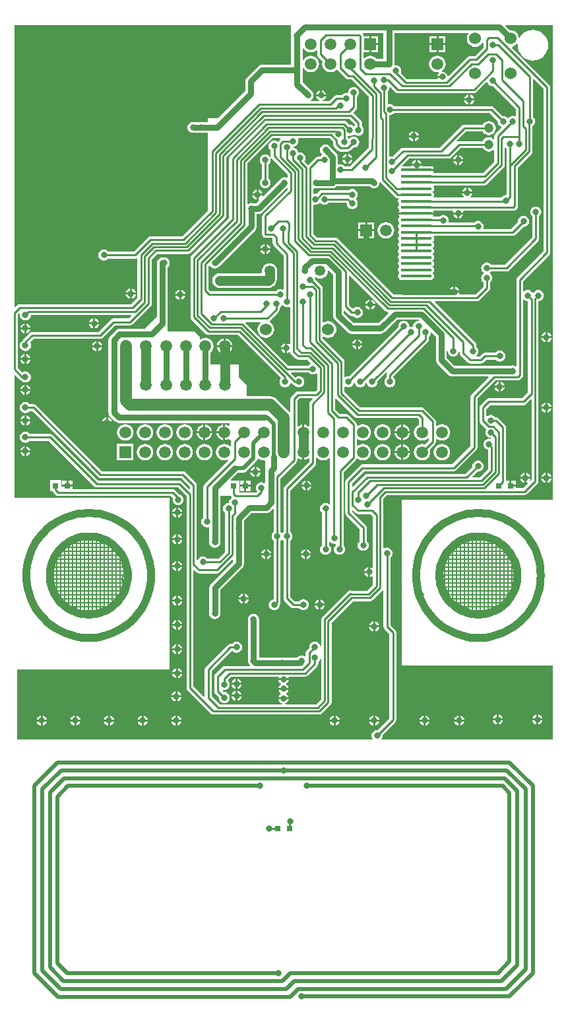
<source format=gbl>
%FSDAX24Y24*%
%MOIN*%
%SFA1B1*%

%IPPOS*%
%ADD10C,0.005000*%
%ADD32C,0.059100*%
%ADD44C,0.010000*%
%ADD45C,0.030000*%
%ADD47C,0.020000*%
%ADD48C,0.039400*%
%ADD49C,0.019700*%
%ADD50C,0.060000*%
%ADD51C,0.050000*%
%ADD62C,0.053200*%
%ADD63R,0.059100X0.059100*%
%ADD64R,0.059100X0.059100*%
%ADD65C,0.060000*%
%ADD66C,0.047200*%
%ADD67C,0.031500*%
%ADD68O,0.157500X0.015700*%
%ADD69R,0.157500X0.015700*%
%ADD70R,0.031500X0.031500*%
%ADD71R,0.080000X0.105000*%
%ADD72R,0.080000X0.185000*%
%ADD73R,0.317700X0.168300*%
%ADD74R,0.280000X0.290000*%
%ADD75R,0.400000X0.615000*%
%LNde-290817-1*%
%LPD*%
G36*
X032128Y062472D02*
X031764D01*
X031746Y062496*
X031659Y062563*
X031558Y062605*
X031450Y062619*
X031342Y062605*
X031241Y062563*
X031173Y062511*
X031123Y062536*
Y062805*
X031400*
Y063200*
Y063595*
X031123*
Y063600*
X031110Y063666*
X031073Y063723*
X031067Y063728*
X031088Y063778*
X032128*
Y062472*
G37*
G36*
X040686Y040180D02*
X033059D01*
Y031845*
X040686*
Y028095*
X032055*
X032030Y028145*
X032042Y028160*
X032070Y028228*
X032080Y028300*
X032076Y028331*
X032723Y028977*
X032760Y029034*
X032773Y029100*
Y033500*
X032760Y033566*
X032723Y033623*
X032473Y033872*
Y037283*
X032498Y037302*
X032542Y037360*
X032570Y037428*
X032580Y037500*
X032570Y037572*
X032542Y037640*
X032498Y037698*
X032440Y037742*
X032372Y037770*
X032300Y037780*
X032228Y037770*
X032173Y037748*
X032123Y037771*
Y040274*
X032286Y040437*
X039260*
X039326Y040450*
X039383Y040487*
X039913Y041017*
X039950Y041074*
X039963Y041140*
Y050233*
X040012Y050240*
X040080Y050268*
X040138Y050312*
X040182Y050370*
X040210Y050438*
X040220Y050510*
X040210Y050582*
X040182Y050650*
X040138Y050708*
X040080Y050752*
X040012Y050780*
X039940Y050790*
X039868Y050780*
X039800Y050752*
X039742Y050708*
X039710Y050666*
X039699Y050662*
X039661*
X039650Y050666*
X039618Y050708*
X039560Y050752*
X039492Y050780*
X039420Y050790*
X039348Y050780*
X039280Y050752*
X039233Y050717*
X039183Y050733*
Y051238*
X040503Y052557*
X040540Y052614*
X040553Y052680*
Y061020*
X040540Y061086*
X040503Y061143*
X038617Y063028*
X038633Y063075*
X038645Y063077*
X038748Y063119*
X038835Y063186*
X038858Y063216*
X038907Y063197*
X038902Y063150*
X038917Y062999*
X038961Y062853*
X039033Y062719*
X039129Y062601*
X039247Y062505*
X039381Y062433*
X039527Y062389*
X039678Y062374*
X039829Y062389*
X039975Y062433*
X040109Y062505*
X040227Y062601*
X040323Y062719*
X040395Y062853*
X040439Y062999*
X040454Y063150*
X040439Y063301*
X040395Y063447*
X040323Y063581*
X040227Y063699*
X040109Y063795*
X039975Y063867*
X039829Y063911*
X039678Y063926*
X039527Y063911*
X039381Y063867*
X039247Y063795*
X039129Y063699*
X039033Y063581*
X039004Y063528*
X038953Y063537*
X038945Y063595*
X038903Y063698*
X038835Y063785*
X038748Y063853*
X038645Y063895*
X038536Y063909*
X038502Y063905*
X038295Y064112*
X038314Y064158*
X040686*
Y040180*
G37*
G36*
X028154Y062904D02*
X028241Y062837D01*
X028342Y062795*
X028450Y062781*
X028558Y062795*
X028659Y062837*
X028727Y062889*
X028777Y062864*
Y062700*
X028790Y062634*
X028827Y062577*
X029060Y062345*
X029045Y062308*
X029031Y062200*
X029045Y062092*
X029087Y061991*
X029154Y061904*
X029241Y061837*
X029342Y061795*
X029450Y061781*
X029558Y061795*
X029659Y061837*
X029746Y061904*
X029747Y061905*
X029808Y061902*
X029827Y061873*
X030232Y061468*
X030289Y061430*
X030355Y061417*
X030512*
X031397Y060532*
Y058508*
X031388Y058494*
X031374Y058428*
Y057970*
X030428Y057023*
X030167*
X030148Y057048*
X030090Y057092*
X030022Y057120*
X029950Y057130*
X029878Y057120*
X029864Y057115*
X029822Y057142*
Y057500*
X029813Y057570*
X029786Y057636*
X029743Y057693*
X029433Y058002*
X029398Y058048*
X029340Y058092*
X029272Y058120*
X029200Y058130*
X029128Y058120*
X029060Y058092*
X029002Y058048*
X028958Y057990*
X028930Y057922*
X028920Y057850*
X028930Y057778*
X028958Y057710*
X029002Y057652*
X029010Y057646*
Y057615*
X029004Y057588*
X028952Y057548*
X028933Y057523*
X028800*
X028734Y057510*
X028677Y057473*
X028309Y057104*
X028125Y057288*
X028142Y057310*
X028170Y057378*
X028180Y057450*
X028170Y057522*
X028142Y057590*
X028098Y057648*
X028040Y057692*
X027972Y057720*
X027900Y057730*
X027828Y057720*
X027827Y057721*
X027820Y057772*
X027792Y057840*
X027748Y057898*
X027690Y057942*
X027622Y057970*
X027589Y057975*
Y058025*
X027622Y058030*
X027690Y058058*
X027748Y058102*
X027792Y058160*
X027820Y058228*
X027830Y058300*
X027820Y058372*
X027810Y058397*
X027844Y058447*
X029402*
X029577Y058272*
Y058150*
X029590Y058084*
X029627Y058027*
X029827Y057827*
X029884Y057790*
X029950Y057777*
X030320*
X030386Y057790*
X030443Y057827*
X030589Y057974*
X030620Y057970*
X030692Y057980*
X030760Y058008*
X030818Y058052*
X030862Y058110*
X030890Y058178*
X030900Y058250*
X030890Y058322*
X030862Y058390*
X030818Y058448*
X030760Y058492*
X030692Y058520*
X030620Y058530*
X030548Y058520*
X030480Y058492*
X030422Y058448*
X030410Y058432*
X030360*
X030348Y058448*
X030316Y058472*
Y058552*
X030337Y058566*
X030366Y058579*
X030430Y058570*
X030502Y058580*
X030570Y058608*
X030603Y058633*
X030640Y058647*
X030677Y058633*
X030710Y058608*
X030778Y058580*
X030850Y058570*
X030922Y058580*
X030990Y058608*
X031048Y058652*
X031092Y058710*
X031120Y058778*
X031130Y058850*
X031120Y058922*
X031092Y058990*
X031048Y059048*
X031033Y059059*
Y059240*
X031020Y059306*
X030983Y059363*
X030613Y059733*
X030609Y059764*
X030744Y059899*
X030782Y059955*
X030795Y060022*
X030786Y060068*
Y060540*
X030814Y060562*
X030859Y060620*
X030887Y060688*
X030896Y060760*
X030887Y060832*
X030859Y060900*
X030814Y060958*
X030756Y061002*
X030689Y061030*
X030617Y061040*
X030544Y061030*
X030477Y061002*
X030419Y060958*
X030374Y060900*
X030346Y060832*
X030338Y060767*
X030335Y060759*
X030291Y060724*
X030250Y060730*
X030178Y060720*
X030110Y060692*
X030052Y060648*
X030033Y060623*
X029750*
X029684Y060610*
X029627Y060573*
X029378Y060323*
X029074*
X029064Y060373*
X029105Y060390*
X029159Y060432*
X029200Y060486*
X029226Y060548*
X029228Y060565*
X028722*
X028725Y060548*
X028750Y060486*
X028792Y060432*
X028846Y060390*
X028887Y060373*
X028877Y060323*
X028466*
X028455Y060373*
X028513Y060417*
X028558Y060475*
X028586Y060543*
X028595Y060615*
X028586Y060688*
X028558Y060755*
X028513Y060813*
X028467Y060848*
X028038Y061278*
Y061980*
X028087Y061991*
X028154Y061904*
X028241Y061837*
X028342Y061795*
X028450Y061781*
X028558Y061795*
X028659Y061837*
X028746Y061904*
X028813Y061991*
X028855Y062092*
X028869Y062200*
X028855Y062308*
X028813Y062409*
X028746Y062496*
X028659Y062563*
X028558Y062605*
X028450Y062619*
X028342Y062605*
X028241Y062563*
X028154Y062496*
X028087Y062409*
X028038Y062420*
Y062980*
X028087Y062991*
X028154Y062904*
G37*
G36*
X036425Y063734D02*
X036397Y063698D01*
X036355Y063595*
X036341Y063486*
X036355Y063376*
X036397Y063274*
X036465Y063186*
X036552Y063119*
X036655Y063077*
X036764Y063062*
X036874Y063077*
X036976Y063119*
X037064Y063186*
X037131Y063274*
X037132Y063276*
X037182Y063266*
Y063027*
X036743Y062588*
X036475*
X036409Y062575*
X036352Y062538*
X035405Y061590*
X035352Y061608*
X035351Y061617*
X035325Y061680*
X035284Y061734*
X035230Y061775*
X035167Y061801*
X035105Y061809*
X035097Y061822*
X035087Y061858*
X035146Y061904*
X035213Y061991*
X035255Y062092*
X035269Y062200*
X035255Y062308*
X035213Y062409*
X035146Y062496*
X035059Y062563*
X034958Y062605*
X034850Y062619*
X034742Y062605*
X034641Y062563*
X034554Y062496*
X034487Y062409*
X034445Y062308*
X034431Y062200*
X034445Y062092*
X034487Y061991*
X034554Y061904*
X034641Y061837*
X034742Y061795*
X034850Y061781*
X034906Y061788*
X034925Y061741*
X034916Y061734*
X034875Y061680*
X034849Y061617*
X034847Y061600*
X035100*
Y061500*
X034847*
X034849Y061486*
X034848Y061472*
X034824Y061436*
X033309*
X033005Y061740*
X033020Y061778*
X033030Y061850*
X033020Y061922*
X032992Y061990*
X032948Y062048*
X032890Y062092*
X032822Y062120*
X032750Y062130*
X032713Y062125*
X032668Y062168*
X032672Y062200*
Y063778*
X032750*
X032758Y063779*
X036403*
X036425Y063734*
G37*
G36*
X037384Y061268D02*
X037408Y061210D01*
X037452Y061152*
X037510Y061108*
X037578Y061080*
X037650Y061070*
X037681Y061074*
X038817Y059938*
Y059581*
X038767Y059552*
X038722Y059570*
X038650Y059580*
X038578Y059570*
X038510Y059542*
X038452Y059498*
X038435Y059476*
X038385*
X038368Y059498*
X038310Y059542*
X038242Y059570*
X038170Y059580*
X038139Y059576*
X037693Y060023*
X037636Y060060*
X037570Y060073*
X032667*
X032648Y060098*
X032590Y060142*
X032522Y060170*
X032450Y060180*
X032386Y060171*
X032357Y060184*
X032336Y060198*
Y060793*
X032348Y060802*
X032392Y060860*
X032420Y060928*
X032430Y061000*
X032429Y061005*
X032477Y061028*
X032725Y060780*
X032781Y060742*
X032847Y060729*
X036703*
X036769Y060742*
X036825Y060780*
X037333Y061288*
X037384Y061268*
G37*
G36*
X027450Y062172D02*
X025992D01*
X025921Y062163*
X025856Y062136*
X025799Y062093*
X025218Y061511*
X025174Y061455*
X025147Y061389*
X025138Y061319*
Y060823*
X023765Y059450*
X023237*
Y059272*
X022957*
X022900Y059280*
X022843Y059272*
X022557*
X022500Y059280*
X022428Y059270*
X022360Y059242*
X022302Y059198*
X022258Y059140*
X022230Y059072*
X022220Y059000*
X022230Y058928*
X022258Y058860*
X022302Y058802*
X022360Y058758*
X022428Y058730*
X022500Y058720*
X022557Y058728*
X022843*
X022900Y058720*
X022957Y058728*
X023237*
Y054775*
X021955Y053493*
X020361*
X020295Y053480*
X020238Y053443*
X019519Y052723*
X018217*
X018198Y052748*
X018140Y052792*
X018072Y052820*
X018000Y052830*
X017928Y052820*
X017860Y052792*
X017802Y052748*
X017758Y052690*
X017730Y052622*
X017720Y052550*
X017730Y052478*
X017758Y052410*
X017802Y052352*
X017860Y052308*
X017928Y052280*
X018000Y052270*
X018072Y052280*
X018140Y052308*
X018198Y052352*
X018217Y052377*
X019591*
X019647Y052388*
X019697Y052361*
Y050392*
X019378Y050073*
X013750*
X013684Y050060*
X013627Y050023*
X013520Y049915*
X013473Y049934*
Y064158*
X027450*
Y062172*
G37*
G36*
X030687Y059168D02*
Y059074D01*
X030677Y059067*
X030640Y059053*
X030603Y059067*
X030570Y059092*
X030502Y059120*
X030430Y059130*
X030399Y059126*
X030243Y059283*
X030186Y059320*
X030120Y059333*
X026226*
X026160Y059320*
X026104Y059283*
X024377Y057556*
X024340Y057500*
X024327Y057434*
Y054422*
X023237Y053332*
X022427Y052523*
X022390Y052466*
X022377Y052400*
Y049993*
Y049434*
X022390Y049368*
X022427Y049312*
X023162Y048577*
X023218Y048540*
X023284Y048527*
X024769*
X026950Y046346*
X026908Y046290*
X026880Y046222*
X026870Y046150*
X026880Y046078*
X026908Y046010*
X026952Y045952*
X027010Y045908*
X027078Y045880*
X027150Y045870*
X027222Y045880*
X027290Y045908*
X027348Y045952*
X027392Y046010*
X027415Y046065*
X027467Y046084*
X027523Y046027*
X027579Y045990*
X027631Y045980*
X027652Y045952*
X027710Y045908*
X027778Y045880*
X027850Y045870*
X027922Y045880*
X027990Y045908*
X028048Y045952*
X028092Y046010*
X028120Y046078*
X028130Y046150*
X028120Y046222*
X028092Y046290*
X028048Y046348*
X027990Y046392*
X027922Y046420*
X027850Y046430*
X027778Y046420*
X027710Y046392*
X027675Y046366*
X027460Y046580*
X027479Y046627*
X028333*
X028352Y046602*
X028410Y046558*
X028478Y046530*
X028550Y046520*
X028622Y046530*
X028690Y046558*
X028717Y046578*
X028767Y046553*
Y045762*
X028678Y045673*
X027800*
X027734Y045660*
X027677Y045623*
X027477Y045423*
X027440Y045366*
X027427Y045300*
Y044636*
X027390Y044623*
X027377Y044622*
X026700Y045300*
X026612Y045367*
X026510Y045409*
X026400Y045424*
X025209*
Y045995*
X024809Y046395*
Y047045*
X023388*
Y047636*
X023412Y047654*
X023478Y047741*
X023520Y047842*
X023535Y047950*
X023520Y048058*
X023478Y048159*
X023412Y048246*
X023325Y048313*
X023224Y048355*
X023116Y048369*
X023007Y048355*
X022906Y048313*
X022880Y048293*
X022835Y048315*
Y048420*
X022575Y048680*
X021205*
Y048991*
X021213Y049010*
X021222Y049080*
Y049993*
Y051932*
X021248Y051952*
X021292Y052010*
X021320Y052078*
X021330Y052150*
X021320Y052222*
X021292Y052290*
X021248Y052348*
X021205Y052381*
X021190Y052392*
X021122Y052420*
X021050Y052430*
X020978Y052420*
X020975Y052419*
X020950Y052422*
X020880Y052413*
X020814Y052386*
X020757Y052343*
X020714Y052286*
X020687Y052220*
X020678Y052150*
Y049451*
X020049Y048822*
X018780*
X018710Y048813*
X018644Y048786*
X018587Y048743*
X018307Y048463*
X018264Y048406*
X018237Y048340*
X018228Y048270*
Y044600*
X018237Y044530*
X018264Y044464*
X018307Y044407*
X018557Y044157*
X018614Y044114*
X018680Y044087*
X018750Y044078*
X024337*
Y043957*
X024292Y043935*
X024279Y043945*
X024183Y043985*
X024130Y043992*
Y043600*
Y043208*
X024183Y043215*
X024279Y043255*
X024292Y043265*
X024337Y043243*
X024378Y043222*
X024436Y043165*
X024427Y043120*
Y042908*
X024379Y042891*
X024376Y042896*
X024289Y042963*
X024188Y043005*
X024080Y043019*
X023971Y043005*
X023870Y042963*
X023783Y042896*
X023717Y042809*
X023675Y042708*
X023661Y042600*
X023675Y042492*
X023717Y042391*
X023783Y042304*
X023870Y042237*
X023971Y042195*
X024080Y042181*
X024188Y042195*
X024259Y042225*
X024287Y042182*
X023077Y040973*
X023040Y040916*
X023027Y040850*
Y040310*
Y039301*
X023002Y039283*
X022958Y039225*
X022930Y039157*
X022920Y039085*
X022930Y039012*
X022958Y038945*
X023002Y038887*
X023060Y038842*
X023128Y038814*
X023200Y038805*
X023272Y038814*
X023286Y038820*
X023328Y038792*
Y038107*
X023320Y038050*
X023330Y037978*
X023358Y037910*
X023402Y037852*
X023460Y037808*
X023528Y037780*
X023600Y037770*
X023672Y037780*
X023740Y037808*
X023798Y037852*
X023842Y037910*
X023870Y037978*
X023880Y038050*
X023872Y038107*
Y040395*
X024418*
X024432Y040373*
X024464Y040341*
X024450Y040284*
X024402Y040248*
X024358Y040190*
X024330Y040122*
X024320Y040050*
X024273Y040026*
X024228Y040020*
X024160Y039992*
X024102Y039948*
X024058Y039890*
X024030Y039822*
X024020Y039750*
X024030Y039678*
X024058Y039610*
X024102Y039552*
X024127Y039533*
Y037572*
X023778Y037223*
X023217*
X023198Y037248*
X023140Y037292*
X023072Y037320*
X023000Y037330*
X022928Y037320*
X022860Y037292*
X022802Y037248*
X022758Y037190*
X022743Y037155*
X022693Y037165*
Y040310*
Y040930*
X022680Y040996*
X022643Y041053*
X022103Y041593*
X022046Y041630*
X021980Y041643*
X017902*
X014573Y044973*
X014516Y045010*
X014450Y045023*
X014247*
X014228Y045048*
X014170Y045092*
X014102Y045120*
X014030Y045130*
X013958Y045120*
X013890Y045092*
X013832Y045048*
X013788Y044990*
X013760Y044922*
X013750Y044850*
X013760Y044778*
X013788Y044710*
X013832Y044652*
X013890Y044608*
X013958Y044580*
X014030Y044570*
X014102Y044580*
X014170Y044608*
X014228Y044652*
X014247Y044677*
X014378*
X017707Y041347*
X017764Y041310*
X017830Y041297*
X021908*
X022347Y040858*
Y040764*
X022300Y040745*
X021923Y041123*
X021866Y041160*
X021800Y041173*
X017717*
X015418Y043473*
X015362Y043510*
X015295Y043523*
X014247*
X014228Y043548*
X014170Y043592*
X014102Y043620*
X014030Y043630*
X013958Y043620*
X013890Y043592*
X013832Y043548*
X013788Y043490*
X013760Y043422*
X013750Y043350*
X013760Y043278*
X013788Y043210*
X013832Y043152*
X013890Y043108*
X013958Y043080*
X014030Y043070*
X014102Y043080*
X014170Y043108*
X014228Y043152*
X014247Y043177*
X015224*
X017523Y040877*
X017579Y040840*
X017645Y040827*
X021728*
X022167Y040388*
Y040310*
Y030710*
X022180Y030644*
X022217Y030587*
X023407Y029397*
X023464Y029360*
X023530Y029347*
X028875*
X028941Y029360*
X028997Y029397*
X029453Y029853*
X029490Y029909*
X029503Y029975*
Y034004*
X030576Y035077*
X031450*
X031516Y035090*
X031573Y035127*
X032073Y035627*
X032077Y035634*
X032127Y035618*
Y033800*
X032140Y033734*
X032177Y033677*
X032427Y033428*
Y029172*
X031831Y028576*
X031800Y028580*
X031728Y028570*
X031660Y028542*
X031602Y028498*
X031558Y028440*
X031530Y028372*
X031520Y028300*
X031530Y028228*
X031558Y028160*
X031570Y028145*
X031545Y028095*
X013609*
Y031645*
X021309*
Y040310*
X013473*
Y046482*
X013520Y046501*
X013743Y046277*
X013799Y046240*
X013804Y046239*
X013832Y046202*
X013890Y046158*
X013958Y046130*
X014030Y046120*
X014102Y046130*
X014170Y046158*
X014228Y046202*
X014272Y046260*
X014300Y046328*
X014310Y046400*
X014300Y046472*
X014272Y046540*
X014228Y046598*
X014170Y046642*
X014102Y046670*
X014030Y046680*
X013958Y046670*
X013890Y046642*
X013878Y046633*
X013653Y046857*
Y049558*
X013709Y049614*
X013757Y049591*
X013750Y049540*
X013760Y049468*
X013788Y049400*
X013832Y049342*
X013890Y049298*
X013958Y049270*
X014030Y049260*
X014102Y049270*
X014170Y049298*
X014228Y049342*
X014272Y049400*
X014300Y049468*
X014308Y049527*
X019366*
X019385Y049480*
X019253Y049348*
X018485*
X018418Y049335*
X018362Y049297*
X017738Y048673*
X014381*
X014314Y048660*
X014258Y048623*
X013907Y048272*
X013870Y048216*
X013869Y048211*
X013832Y048183*
X013788Y048125*
X013760Y048057*
X013750Y047985*
X013760Y047912*
X013788Y047845*
X013832Y047787*
X013890Y047742*
X013958Y047714*
X014030Y047705*
X014102Y047714*
X014170Y047742*
X014228Y047787*
X014272Y047845*
X014300Y047912*
X014310Y047985*
X014300Y048057*
X014272Y048125*
X014263Y048137*
X014453Y048327*
X017810*
X017876Y048340*
X017933Y048377*
X018556Y049001*
X019325*
X019391Y049015*
X019447Y049052*
X020363Y049967*
X020400Y050024*
X020413Y050090*
Y052328*
X020692Y052607*
X022250*
X022316Y052620*
X022373Y052657*
X022549Y052834*
X023190Y053475*
X024143Y054427*
X024180Y054484*
X024193Y054550*
Y057488*
X026142Y059437*
X030418*
X030687Y059168*
G37*
G36*
X037894Y059331D02*
X037890Y059300D01*
X037900Y059228*
X037928Y059160*
X037972Y059102*
X038030Y059058*
X038074Y059040*
X038088Y058983*
X037777Y058673*
X037740Y058616*
X037727Y058550*
Y058436*
X037677Y058412*
X037630Y058448*
X037543Y058484*
X037450Y058496*
X037357Y058484*
X037270Y058448*
X037196Y058391*
X037139Y058316*
X037136Y058310*
X035937*
X035870Y058297*
X035847Y058281*
X035815Y058320*
X036285Y058790*
X037136*
X037139Y058784*
X037196Y058709*
X037270Y058652*
X037357Y058616*
X037450Y058604*
X037543Y058616*
X037630Y058652*
X037704Y058709*
X037761Y058784*
X037797Y058870*
X037809Y058963*
X037797Y059056*
X037761Y059143*
X037704Y059217*
X037630Y059275*
X037543Y059310*
X037450Y059323*
X037357Y059310*
X037270Y059275*
X037196Y059217*
X037139Y059143*
X037136Y059137*
X036213*
X036147Y059124*
X036091Y059086*
X034978Y057973*
X033100*
X033034Y057960*
X032977Y057923*
X032581Y057526*
X032550Y057530*
X032478Y057520*
X032465Y057515*
X032423Y057543*
Y059597*
X032450Y059620*
X032522Y059630*
X032590Y059658*
X032648Y059702*
X032667Y059727*
X037498*
X037894Y059331*
G37*
G36*
X026902Y058397D02*
X026777Y058273D01*
X026768Y058271*
X026740Y058292*
X026672Y058320*
X026600Y058330*
X026528Y058320*
X026460Y058292*
X026402Y058248*
X026358Y058190*
X026330Y058122*
X026320Y058050*
X026330Y057978*
X026358Y057910*
X026402Y057852*
X026427Y057833*
Y057550*
X026434Y057514*
X026430Y057512*
X026386Y057498*
X026348Y057548*
X026290Y057592*
X026222Y057620*
X026150Y057630*
X026078Y057620*
X026010Y057592*
X025952Y057548*
X025908Y057490*
X025880Y057422*
X025870Y057350*
X025880Y057278*
X025908Y057210*
X025952Y057152*
X025977Y057133*
Y056417*
X025952Y056398*
X025908Y056340*
X025880Y056272*
X025870Y056200*
X025880Y056128*
X025908Y056060*
X025952Y056002*
X026010Y055958*
X026078Y055930*
X026150Y055920*
X026222Y055930*
X026290Y055958*
X026348Y056002*
X026392Y056060*
X026420Y056128*
X026430Y056200*
X026420Y056272*
X026392Y056340*
X026348Y056398*
X026323Y056417*
Y057133*
X026348Y057152*
X026392Y057210*
X026420Y057278*
X026430Y057350*
X026420Y057422*
Y057424*
X026464Y057447*
X026477Y057427*
X027277Y056628*
Y056471*
X027227Y056448*
X027172Y056470*
X027100Y056480*
X027028Y056470*
X026960Y056442*
X026902Y056398*
X026867Y056352*
X026052Y055537*
X026025Y055550*
X025800*
Y055325*
X025813Y055298*
X025687Y055172*
X025507*
X025450Y055180*
X025378Y055170*
X025310Y055142*
X025298Y055133*
X025253Y055155*
Y057178*
X026522Y058447*
X026881*
X026902Y058397*
G37*
G36*
X037139Y057957D02*
X037196Y057883D01*
X037270Y057825*
X037357Y057790*
X037450Y057777*
X037543Y057790*
X037630Y057825*
X037677Y057862*
X037727Y057837*
Y057272*
X037164Y056709*
X034660*
Y056801*
X033772*
Y056901*
X034660*
Y057030*
X034101*
X034083Y057050*
X033517*
X033499Y057030*
X033090*
X033071Y057076*
X033422Y057427*
X035400*
X035466Y057440*
X035523Y057477*
X036008Y057963*
X037136*
X037139Y057957*
G37*
G36*
X038337Y057941D02*
Y055625D01*
X038300Y055580*
X038228Y055570*
X038160Y055542*
X038102Y055498*
X038065Y055449*
X036528*
X036511Y055499*
X036534Y055516*
X036575Y055570*
X036601Y055633*
X036603Y055650*
X036097*
X036099Y055633*
X036125Y055570*
X036166Y055516*
X036189Y055499*
X036172Y055449*
X034679*
X034655Y055493*
X034668Y055513*
X034684Y055591*
X034668Y055668*
X034624Y055734*
Y055763*
X034668Y055828*
X034684Y055906*
X034668Y055983*
X034655Y056003*
X034679Y056048*
X037191*
X037257Y056061*
X037313Y056098*
X038203Y056987*
X038240Y057044*
X038253Y057110*
Y057957*
X038299Y057972*
X038337Y057941*
G37*
G36*
X040207Y060948D02*
Y052752D01*
X038887Y051433*
X038850Y051376*
X038837Y051310*
Y046963*
X038792Y046941*
X038790Y046942*
X038722Y046970*
X038650Y046980*
X038593Y046972*
X035713*
X035322Y047363*
Y047680*
X035372Y047683*
X035380Y047628*
X035408Y047560*
X035452Y047502*
X035510Y047458*
X035578Y047430*
X035650Y047420*
X035722Y047430*
X035790Y047458*
X035848Y047502*
X035892Y047560*
X035920Y047628*
X035927Y047676*
X035977Y047672*
Y047600*
X035990Y047534*
X036027Y047477*
X036377Y047127*
X036434Y047090*
X036500Y047077*
X037050*
X037116Y047090*
X037173Y047127*
X037322Y047277*
X037783*
X037802Y047252*
X037860Y047208*
X037928Y047180*
X038000Y047170*
X038072Y047180*
X038140Y047208*
X038198Y047252*
X038242Y047310*
X038270Y047378*
X038280Y047450*
X038270Y047522*
X038242Y047590*
X038198Y047648*
X038140Y047692*
X038072Y047720*
X038000Y047730*
X037928Y047720*
X037860Y047692*
X037802Y047648*
X037783Y047623*
X037250*
X037184Y047610*
X037127Y047573*
X036978Y047423*
X036827*
X036810Y047473*
X036848Y047502*
X036892Y047560*
X036920Y047628*
X036930Y047700*
X036920Y047772*
X036892Y047840*
X036848Y047898*
X036823Y047917*
Y048000*
X036810Y048066*
X036773Y048123*
X034725Y050170*
X034744Y050217*
X036840*
X036906Y050230*
X036963Y050267*
X037463Y050767*
X037500Y050824*
X037513Y050890*
Y051183*
X037538Y051202*
X037582Y051260*
X037610Y051328*
X037620Y051400*
X037610Y051472*
X037582Y051540*
X037538Y051598*
X037511Y051618*
Y051682*
X037538Y051702*
X037557Y051727*
X038340*
X038406Y051740*
X038463Y051777*
X039943Y053257*
X039980Y053314*
X039993Y053380*
Y054513*
X040018Y054532*
X040062Y054590*
X040090Y054658*
X040100Y054730*
X040090Y054802*
X040062Y054870*
X040018Y054928*
X039960Y054972*
X039892Y055000*
X039820Y055010*
X039748Y055000*
X039680Y054972*
X039622Y054928*
X039578Y054870*
X039550Y054802*
X039540Y054730*
X039550Y054658*
X039578Y054590*
X039622Y054532*
X039647Y054513*
Y053452*
X038268Y052073*
X037557*
X037538Y052098*
X037480Y052142*
X037412Y052170*
X037340Y052180*
X037268Y052170*
X037200Y052142*
X037142Y052098*
X037098Y052040*
X037070Y051972*
X037060Y051900*
X037070Y051828*
X037098Y051760*
X037142Y051702*
X037169Y051682*
Y051618*
X037142Y051598*
X037098Y051540*
X037070Y051472*
X037060Y051400*
X037070Y051328*
X037098Y051260*
X037142Y051202*
X037167Y051183*
Y050962*
X036768Y050563*
X035976*
X035943Y050613*
X035951Y050633*
X035953Y050650*
X035447*
X035449Y050633*
X035457Y050613*
X035424Y050563*
X032636*
X029807Y053393*
X029751Y053430*
X029685Y053443*
X028752*
X028573Y053622*
Y055073*
X028605Y055094*
X028623Y055099*
X028690Y055090*
X028762Y055100*
X028830Y055128*
X028882Y055168*
X028903Y055175*
X028927*
X028948Y055168*
X029000Y055128*
X029068Y055100*
X029140Y055090*
X029212Y055100*
X029280Y055128*
X029338Y055172*
X029357Y055197*
X030230*
X030270Y055152*
Y055150*
X030280Y055078*
X030308Y055010*
X030352Y054952*
X030410Y054908*
X030478Y054880*
X030550Y054870*
X030622Y054880*
X030690Y054908*
X030748Y054952*
X030792Y055010*
X030820Y055078*
X030830Y055150*
X030820Y055222*
X030792Y055290*
X030748Y055348*
X030739Y055355*
Y055405*
X030748Y055412*
X030792Y055470*
X030820Y055538*
X030830Y055610*
X030820Y055682*
X030792Y055750*
X030748Y055808*
X030690Y055852*
X030622Y055880*
X030550Y055890*
X030478Y055880*
X030410Y055852*
X030382Y055831*
X029021*
X028955Y055818*
X028898Y055780*
X028759Y055641*
X028690Y055650*
X028623Y055641*
X028605Y055646*
X028573Y055667*
Y055907*
X028615Y055935*
X028628Y055930*
X028700Y055920*
X028757Y055928*
X029550*
X029620Y055937*
X029686Y055964*
X029743Y056007*
X029758Y056028*
X031432*
X031452Y056002*
X031510Y055958*
X031578Y055930*
X031650Y055920*
X031722Y055930*
X031790Y055958*
X031848Y056002*
X031892Y056060*
X031920Y056128*
X031930Y056200*
X031977Y056223*
X032732Y055468*
X032788Y055431*
X032854Y055418*
X032866*
X032890Y055374*
X032877Y055354*
X032861Y055276*
X032877Y055198*
X032920Y055133*
Y055104*
X032877Y055039*
X032861Y054961*
X032877Y054883*
X032917Y054823*
X032935Y054775*
X032895Y054716*
X032891Y054696*
X033772*
X034653*
X034649Y054716*
X034635Y054738*
X034662Y054788*
X035624*
X035658Y054738*
X035649Y054717*
X035647Y054700*
X036153*
X036151Y054717*
X036142Y054738*
X036176Y054788*
X038679*
X038745Y054801*
X038802Y054838*
X038873Y054909*
X038910Y054966*
X038923Y055032*
Y056978*
X039603Y057657*
X039640Y057714*
X039653Y057780*
Y059078*
X039698Y059112*
X039742Y059170*
X039770Y059238*
X039780Y059310*
X039770Y059382*
X039742Y059450*
X039698Y059508*
X039673Y059527*
Y061416*
X039720Y061435*
X040207Y060948*
G37*
G36*
X027277Y055921D02*
Y055872D01*
X026040Y054635*
X026002Y054579*
X025989Y054513*
Y053587*
X026002Y053521*
X026040Y053465*
X026096Y053427*
X026163Y053414*
X026491*
X026527Y053378*
Y053150*
X026540Y053084*
X026577Y053027*
X027077Y052528*
Y050821*
X027027Y050798*
X026972Y050820*
X026900Y050830*
X026828Y050820*
X026760Y050792*
X026702Y050748*
X026683Y050723*
X023372*
X023273Y050822*
Y051997*
X023303Y052023*
X023357Y052010*
X023358*
X023402Y051952*
X023460Y051908*
X023528Y051880*
X023600Y051870*
X023672Y051880*
X023740Y051908*
X023798Y051952*
X023833Y051998*
X025643Y053807*
X025686Y053864*
X025713Y053930*
X025722Y054000*
Y054628*
X025800*
X025870Y054637*
X025936Y054664*
X025993Y054707*
X027227Y055942*
X027277Y055921*
G37*
G36*
X029578Y051578D02*
Y049500D01*
X029587Y049430*
X029614Y049364*
X029657Y049307*
X030307Y048657*
X030364Y048614*
X030430Y048587*
X030500Y048578*
X031980*
X032050Y048587*
X032116Y048614*
X032173Y048657*
X032813Y049298*
X033901*
X033915Y049278*
X033908Y049256*
X033890Y049229*
X033828Y049220*
X033760Y049192*
X033702Y049148*
X033658Y049090*
X033630Y049022*
X033621Y048954*
X033614Y048942*
X033581Y048917*
X033572Y048920*
X033500Y048930*
X033477Y048927*
X033430Y048950*
X033428Y048967*
X033420Y049022*
X033392Y049090*
X033348Y049148*
X033290Y049192*
X033222Y049220*
X033150Y049230*
X033078Y049220*
X033010Y049192*
X032952Y049148*
X032908Y049090*
X032880Y049022*
X032870Y048950*
X032874Y048919*
X030381Y046426*
X030350Y046430*
X030278Y046420*
X030210Y046392*
X030198Y046383*
X030153Y046405*
Y047175*
X030140Y047241*
X030103Y047297*
X029053Y048346*
Y048422*
X029098Y048444*
X029113Y048433*
X029215Y048391*
X029325Y048376*
X029434Y048391*
X029537Y048433*
X029624Y048500*
X029692Y048588*
X029734Y048690*
X029748Y048800*
X029734Y048910*
X029692Y049012*
X029624Y049100*
X029537Y049167*
X029434Y049209*
X029325Y049224*
X029215Y049209*
X029113Y049167*
X029098Y049156*
X029053Y049178*
Y050875*
X029040Y050941*
X029003Y050997*
X028677Y051323*
X028670Y051372*
X028654Y051412*
X028695Y051444*
X028735Y051413*
X028829Y051374*
X028930Y051361*
X029030Y051374*
X029124Y051413*
X029205Y051475*
X029266Y051555*
X029305Y051649*
X029319Y051750*
X029316Y051773*
X029360Y051795*
X029578Y051578*
G37*
G36*
X032218Y049727D02*
X032275Y049690D01*
X032341Y049677*
X032356*
X032375Y049630*
X031867Y049122*
X030613*
X030122Y049613*
Y049717*
X030169Y049736*
X030377Y049527*
X030434Y049490*
X030500Y049477*
X030583*
X030602Y049452*
X030660Y049408*
X030728Y049380*
X030800Y049370*
X030872Y049380*
X030940Y049408*
X030998Y049452*
X031042Y049510*
X031070Y049578*
X031080Y049650*
X031070Y049722*
X031042Y049790*
X030998Y049848*
X030940Y049892*
X030872Y049920*
X030800Y049930*
X030728Y049920*
X030660Y049892*
X030602Y049848*
X030543Y049852*
X030373Y050022*
Y051507*
X030420Y051526*
X032218Y049727*
G37*
G36*
X027052Y050002D02*
X027110Y049958D01*
X027178Y049930*
X027250Y049920*
X027322Y049930*
X027357Y049944*
X027407Y049910*
Y048079*
X027357Y048054*
X027330Y048075*
X027267Y048101*
X027250Y048103*
Y047850*
Y047597*
X027267Y047599*
X027330Y047625*
X027360Y047648*
X027415Y047628*
X027420Y047604*
X027457Y047547*
X027677Y047327*
X027734Y047290*
X027800Y047277*
X028265*
X028441Y047100*
X028431Y047051*
X028410Y047042*
X028352Y046998*
X028333Y046973*
X027322*
X025165Y049130*
X025184Y049177*
X025894*
X025911Y049127*
X025876Y049100*
X025808Y049012*
X025766Y048910*
X025752Y048800*
X025766Y048690*
X025808Y048588*
X025876Y048500*
X025963Y048433*
X026066Y048391*
X026175Y048376*
X026285Y048391*
X026387Y048433*
X026475Y048500*
X026542Y048588*
X026584Y048690*
X026599Y048800*
X026584Y048910*
X026542Y049012*
X026475Y049100*
X026387Y049167*
X026371Y049173*
X026366Y049223*
X026373Y049227*
X026823Y049677*
X026860Y049734*
X026873Y049800*
Y049883*
X026898Y049902*
X026942Y049960*
X026970Y050028*
X027023Y050041*
X027052Y050002*
G37*
G36*
X034778Y048441D02*
Y047250D01*
X034787Y047180*
X034814Y047114*
X034857Y047057*
X035407Y046507*
X035464Y046464*
X035530Y046437*
X035600Y046428*
X037417*
X037436Y046381*
X036577Y045523*
X036540Y045466*
X036527Y045400*
Y042912*
X035598Y041983*
X031060*
X030994Y041970*
X030937Y041933*
X030237Y041233*
X030200Y041176*
X030187Y041110*
Y039530*
X030200Y039464*
X030237Y039407*
X030927Y038718*
Y038117*
X030902Y038098*
X030858Y038040*
X030830Y037972*
X030820Y037900*
X030830Y037828*
X030858Y037760*
X030902Y037702*
X030960Y037658*
X031028Y037630*
X031100Y037620*
X031172Y037630*
X031240Y037658*
X031298Y037702*
X031342Y037760*
X031370Y037828*
X031380Y037900*
X031370Y037972*
X031342Y038040*
X031298Y038098*
X031273Y038117*
Y038790*
X031260Y038856*
X031223Y038913*
X030533Y039602*
Y039656*
X030580Y039675*
X030727Y039527*
X030784Y039490*
X030850Y039477*
X031478*
X031597Y039358*
Y036787*
X031547Y036762*
X031530Y036775*
X031467Y036801*
X031450Y036803*
Y036550*
Y036297*
X031467Y036299*
X031530Y036325*
X031547Y036338*
X031597Y036313*
Y035896*
X031304Y035603*
X030527*
X030516Y035610*
X030450Y035623*
X030384Y035610*
X030327Y035573*
X029027Y034273*
X028990Y034216*
X028977Y034150*
Y032845*
X028930Y032832*
X028902Y032900*
X028858Y032958*
X028800Y033002*
X028732Y033030*
X028660Y033040*
X028588Y033030*
X028520Y033002*
X028462Y032958*
X028418Y032900*
X028390Y032832*
X028380Y032760*
X028384Y032729*
X028247Y032593*
X028210Y032536*
X028197Y032470*
Y032314*
X028147Y032290*
X028130Y032302*
X028062Y032330*
X027990Y032340*
X027918Y032330*
X027850Y032302*
X027792Y032258*
X027780Y032242*
X025838*
Y034133*
X025840Y034150*
X025830Y034222*
X025802Y034290*
X025758Y034348*
X025700Y034392*
X025632Y034420*
X025560Y034430*
X025488Y034420*
X025420Y034392*
X025362Y034348*
X025318Y034290*
X025290Y034222*
X025280Y034150*
X025290Y034078*
X025293Y034069*
Y032123*
X025285Y032065*
X025295Y031993*
X025323Y031925*
X025367Y031867*
X025386Y031853*
X025369Y031803*
X024120*
X024054Y031790*
X023997Y031753*
X023627Y031383*
X023590Y031326*
X023577Y031260*
Y030540*
X023590Y030474*
X023627Y030417*
X023804Y030241*
X023800Y030210*
X023810Y030138*
X023838Y030070*
X023882Y030012*
X023940Y029968*
X024008Y029940*
X024080Y029930*
X024152Y029940*
X024220Y029968*
X024278Y030012*
X024322Y030070*
X024350Y030138*
X024360Y030210*
X024350Y030282*
X024322Y030350*
X024278Y030408*
X024220Y030452*
X024152Y030480*
X024080Y030490*
X024049Y030486*
X023992Y030543*
X023999Y030564*
X024017Y030588*
X024080Y030580*
X024152Y030590*
X024220Y030618*
X024278Y030662*
X024322Y030720*
X024350Y030788*
X024360Y030860*
X024350Y030932*
X024322Y031000*
X024278Y031058*
X024277*
X024274Y031119*
X024422Y031267*
X026803*
X026837Y031217*
X026829Y031197*
X026826Y031180*
X027333*
X027330Y031197*
X027322Y031217*
X027356Y031267*
X028180*
X028246Y031280*
X028303Y031317*
X028783Y031797*
X028820Y031854*
X028833Y031920*
Y032003*
X028858Y032022*
X028902Y032080*
X028930Y032148*
X028977Y032135*
Y030122*
X028728Y029873*
X027167*
X027157Y029923*
X027209Y029945*
X027263Y029986*
X027304Y030040*
X027330Y030103*
X027333Y030120*
X026826*
X026829Y030103*
X026855Y030040*
X026896Y029986*
X026950Y029945*
X027002Y029923*
X026992Y029873*
X023852*
X023443Y030282*
Y031558*
X024441Y032556*
X024502Y032553*
Y032552*
X024560Y032508*
X024628Y032480*
X024700Y032470*
X024772Y032480*
X024840Y032508*
X024898Y032552*
X024942Y032610*
X024970Y032678*
X024980Y032750*
X024970Y032822*
X024942Y032890*
X024898Y032948*
X024840Y032992*
X024772Y033020*
X024700Y033030*
X024628Y033020*
X024560Y032992*
X024502Y032948*
X024483Y032923*
X024390*
X024324Y032910*
X024267Y032873*
X023147Y031753*
X023110Y031696*
X023097Y031630*
Y030269*
X023047Y030248*
X022513Y030782*
Y036626*
X022560Y036645*
X022677Y036527*
X022734Y036490*
X022800Y036477*
X023705*
X023771Y036490*
X023827Y036527*
X024481Y037182*
X024528Y037163*
Y037063*
X023407Y035943*
X023364Y035886*
X023337Y035820*
X023328Y035750*
Y034507*
X023320Y034450*
X023330Y034378*
X023358Y034310*
X023402Y034252*
X023460Y034208*
X023528Y034180*
X023600Y034170*
X023672Y034180*
X023740Y034208*
X023798Y034252*
X023842Y034310*
X023870Y034378*
X023880Y034450*
X023872Y034507*
Y035637*
X024993Y036757*
X025036Y036814*
X025063Y036880*
X025072Y036950*
Y038693*
X025080Y038750*
X025072Y038807*
Y039137*
X025463Y039528*
X026200*
X026270Y039537*
X026336Y039564*
X026393Y039607*
X026530Y039745*
X026577Y039726*
Y038567*
X026552Y038548*
X026508Y038490*
X026480Y038422*
X026470Y038350*
X026480Y038278*
X026508Y038210*
X026552Y038152*
X026577Y038133*
Y035176*
X026535Y035170*
X026468Y035142*
X026410Y035098*
X026365Y035040*
X026338Y034972*
X026328Y034900*
X026338Y034828*
X026365Y034760*
X026410Y034702*
X026468Y034658*
X026535Y034630*
X026608Y034620*
X026680Y034630*
X026748Y034658*
X026806Y034702*
X026850Y034760*
X026878Y034828*
X026888Y034900*
X026883Y034935*
X026910Y034976*
X026923Y035042*
Y038133*
X026948Y038152*
X026968Y038179*
X027032*
X027052Y038152*
X027077Y038133*
Y035220*
X027090Y035154*
X027127Y035097*
X027447Y034777*
X027504Y034740*
X027570Y034727*
X027858*
X027877Y034702*
X027934Y034658*
X028002Y034630*
X028074Y034620*
X028147Y034630*
X028214Y034658*
X028272Y034702*
X028317Y034760*
X028345Y034828*
X028354Y034900*
X028345Y034972*
X028317Y035040*
X028272Y035098*
X028214Y035142*
X028147Y035170*
X028074Y035180*
X028002Y035170*
X027934Y035142*
X027877Y035098*
X027858Y035073*
X027642*
X027423Y035292*
Y038133*
X027448Y038152*
X027492Y038210*
X027520Y038278*
X027530Y038350*
X027520Y038422*
X027492Y038490*
X027448Y038548*
X027423Y038567*
Y040678*
X028673Y041927*
X028710Y041984*
X028723Y042050*
Y042304*
X028771Y042320*
X028783Y042304*
X028870Y042237*
X028971Y042195*
X029080Y042181*
X029188Y042195*
X029289Y042237*
X029376Y042304*
X029379Y042309*
X029427Y042292*
Y039989*
X029377Y039964*
X029340Y039992*
X029272Y040020*
X029200Y040030*
X029128Y040020*
X029060Y039992*
X029002Y039948*
X028958Y039890*
X028930Y039822*
X028920Y039750*
X028930Y039678*
X028958Y039610*
X029002Y039552*
X029027Y039533*
Y037917*
X029002Y037898*
X028958Y037840*
X028930Y037772*
X028920Y037700*
X028930Y037628*
X028958Y037560*
X029002Y037502*
X029060Y037458*
X029128Y037430*
X029200Y037420*
X029272Y037430*
X029340Y037458*
X029398Y037502*
X029442Y037560*
X029470Y037628*
X029480Y037700*
X029470Y037772*
X029442Y037840*
X029398Y037898*
X029373Y037917*
Y038073*
X029423Y038090*
X029452Y038052*
X029510Y038008*
X029578Y037980*
X029650Y037970*
X029714Y037979*
X029721Y037976*
X029730Y037924*
X029728Y037918*
X029702Y037898*
X029658Y037840*
X029630Y037772*
X029620Y037700*
X029630Y037628*
X029658Y037560*
X029702Y037502*
X029760Y037458*
X029828Y037430*
X029900Y037420*
X029972Y037430*
X030040Y037458*
X030098Y037502*
X030142Y037560*
X030170Y037628*
X030180Y037700*
X030170Y037772*
X030142Y037840*
X030111Y037881*
Y041596*
X030723Y042207*
X030758Y042260*
X030762Y042264*
X030814Y042280*
X030870Y042237*
X030971Y042195*
X031080Y042181*
X031188Y042195*
X031289Y042237*
X031376Y042304*
X031442Y042391*
X031484Y042492*
X031498Y042600*
X031484Y042708*
X031442Y042809*
X031376Y042896*
X031289Y042963*
X031188Y043005*
X031080Y043019*
X030971Y043005*
X030870Y042963*
X030823Y042927*
X030773Y042952*
Y043248*
X030823Y043273*
X030870Y043237*
X030971Y043195*
X031080Y043181*
X031188Y043195*
X031289Y043237*
X031376Y043304*
X031442Y043391*
X031484Y043492*
X031498Y043600*
X031484Y043708*
X031442Y043809*
X031376Y043896*
X031289Y043963*
X031188Y044005*
X031080Y044019*
X030971Y044005*
X030870Y043963*
X030823Y043927*
X030773Y043952*
Y044000*
X030760Y044066*
X030723Y044123*
X030373Y044473*
X030316Y044510*
X030250Y044523*
X029922*
X029673Y044772*
Y045311*
X029723Y045332*
X030677Y044377*
X030734Y044340*
X030800Y044327*
X033828*
X033906Y044249*
Y043978*
X033870Y043963*
X033783Y043896*
X033717Y043809*
X033675Y043708*
X033661Y043600*
X033675Y043492*
X033717Y043391*
X033783Y043304*
X033870Y043237*
X033971Y043195*
X034080Y043181*
X034188Y043195*
X034289Y043237*
X034376Y043304*
X034379Y043309*
X034427Y043292*
Y043192*
X034224Y042990*
X034188Y043005*
X034080Y043019*
X033971Y043005*
X033870Y042963*
X033783Y042896*
X033717Y042809*
X033675Y042708*
X033661Y042600*
X033675Y042492*
X033717Y042391*
X033783Y042304*
X033870Y042237*
X033971Y042195*
X034080Y042181*
X034188Y042195*
X034289Y042237*
X034376Y042304*
X034442Y042391*
X034484Y042492*
X034498Y042600*
X034484Y042708*
X034469Y042745*
X034723Y042998*
X034760Y043054*
X034773Y043120*
Y043248*
X034823Y043273*
X034870Y043237*
X034971Y043195*
X035080Y043181*
X035188Y043195*
X035289Y043237*
X035376Y043304*
X035442Y043391*
X035484Y043492*
X035498Y043600*
X035484Y043708*
X035442Y043809*
X035376Y043896*
X035289Y043963*
X035188Y044005*
X035080Y044019*
X034971Y044005*
X034870Y043963*
X034823Y043927*
X034773Y043952*
Y044150*
X034760Y044216*
X034723Y044273*
X034193Y044803*
X034136Y044840*
X034070Y044853*
X030946*
X030153Y045646*
Y045895*
X030198Y045917*
X030210Y045908*
X030278Y045880*
X030350Y045870*
X030422Y045880*
X030490Y045908*
X030548Y045952*
X030592Y046010*
X030620Y046078*
X030625Y046111*
X030675*
X030680Y046078*
X030708Y046010*
X030752Y045952*
X030810Y045908*
X030878Y045880*
X030950Y045870*
X031022Y045880*
X031090Y045908*
X031148Y045952*
X031192Y046010*
X031220Y046078*
X031225Y046111*
X031272*
X031275Y046110*
X031280Y046078*
X031308Y046010*
X031352Y045952*
X031410Y045908*
X031478Y045880*
X031550Y045870*
X031622Y045880*
X031690Y045908*
X031748Y045952*
X031792Y046010*
X031820Y046078*
X031830Y046150*
X031826Y046181*
X032267Y046621*
X032305Y046590*
X032290Y046566*
X032277Y046500*
Y046367*
X032252Y046348*
X032208Y046290*
X032180Y046222*
X032170Y046150*
X032180Y046078*
X032208Y046010*
X032252Y045952*
X032310Y045908*
X032378Y045880*
X032450Y045870*
X032522Y045880*
X032590Y045908*
X032648Y045952*
X032692Y046010*
X032720Y046078*
X032730Y046150*
X032720Y046222*
X032692Y046290*
X032648Y046348*
X032623Y046367*
Y046428*
X034373Y048177*
X034410Y048234*
X034423Y048300*
Y048433*
X034448Y048452*
X034492Y048510*
X034520Y048578*
X034526Y048622*
X034579Y048640*
X034778Y048441*
G37*
G36*
X028540Y045280D02*
X028427Y045168D01*
X028390Y045112*
X028377Y045045*
Y043933*
X028327Y043909*
X028279Y043945*
X028183Y043985*
X028130Y043992*
Y043600*
X028030*
Y043992*
X027976Y043985*
X027880Y043945*
X027823Y043902*
X027773Y043926*
Y045228*
X027872Y045327*
X028521*
X028540Y045280*
G37*
G36*
X039280Y050268D02*
X039348Y050240D01*
X039420Y050230*
X039427Y050224*
Y045622*
X039128Y045323*
X037450*
X037384Y045310*
X037327Y045273*
X037027Y044973*
X036990Y044916*
X036977Y044850*
Y044193*
X036990Y044127*
X037027Y044071*
X037330Y043769*
X037308Y043740*
X037280Y043672*
X037270Y043600*
X037280Y043528*
X037308Y043460*
X037352Y043402*
X037410Y043358*
X037478Y043330*
X037550Y043320*
X037555Y043299*
X037536Y043282*
X037512Y043272*
X037450Y043280*
X037378Y043270*
X037310Y043242*
X037252Y043198*
X037208Y043140*
X037180Y043072*
X037170Y043000*
X037180Y042928*
X037208Y042860*
X037252Y042802*
X037310Y042758*
X037378Y042730*
X037421Y042724*
Y041747*
X036998Y041323*
X036634*
X036615Y041370*
X036869Y041624*
X036900Y041620*
X036972Y041630*
X037040Y041658*
X037098Y041702*
X037142Y041760*
X037170Y041828*
X037180Y041900*
X037170Y041972*
X037142Y042040*
X037098Y042098*
X037040Y042142*
X036972Y042170*
X036900Y042180*
X036828Y042170*
X036760Y042142*
X036702Y042098*
X036658Y042040*
X036630Y041972*
X036620Y041900*
X036624Y041869*
X036258Y041503*
X031300*
X031234Y041490*
X031177Y041453*
X030580Y040855*
X030533Y040874*
Y041038*
X031132Y041637*
X035670*
X035736Y041650*
X035793Y041687*
X036823Y042717*
X036860Y042774*
X036873Y042840*
Y045328*
X037772Y046227*
X038900*
X038966Y046240*
X039023Y046277*
X039133Y046387*
X039170Y046444*
X039183Y046510*
Y050287*
X039233Y050303*
X039280Y050268*
G37*
G36*
X028130Y042208D02*
X028183Y042215D01*
X028279Y042255*
X028327Y042291*
X028377Y042267*
Y042122*
X027127Y040873*
X027090Y040816*
X027077Y040750*
Y038567*
X027052Y038548*
X027032Y038521*
X026968*
X026948Y038548*
X026923Y038567*
Y041278*
X027723Y042077*
X027760Y042134*
X027773Y042200*
Y042274*
X027823Y042298*
X027880Y042255*
X027976Y042215*
X028030Y042208*
Y042600*
X028130*
Y042208*
G37*
G36*
X039617Y045256D02*
Y041212D01*
X039565Y041160*
X039522Y041188*
X039541Y041233*
X039543Y041250*
X039340*
Y041047*
X039357Y041049*
X039402Y041068*
X039430Y041025*
X039188Y040783*
X038803*
Y040856*
X038545*
Y040906*
X038495*
Y041163*
X038323*
Y043850*
X038310Y043916*
X038273Y043973*
X037923Y044323*
X037866Y044360*
X037800Y044373*
X037767*
X037748Y044398*
X037690Y044442*
X037622Y044470*
X037550Y044480*
X037478Y044470*
X037410Y044442*
X037373Y044414*
X037323Y044439*
Y044778*
X037522Y044977*
X039200*
X039266Y044990*
X039323Y045027*
X039570Y045275*
X039617Y045256*
G37*
G36*
X025870Y042237D02*
X025971Y042195D01*
X026080Y042181*
X026104Y042184*
X026141Y042151*
Y041059*
X026096Y041037*
X026090Y041042*
X026022Y041070*
X025950Y041080*
X025878Y041070*
X025810Y041042*
X025752Y040998*
X025708Y040940*
X025680Y040872*
X025670Y040800*
X025680Y040728*
X025708Y040660*
X025733Y040628*
X025678Y040573*
X024834*
X024832Y040623*
Y041177*
X024428*
X024409Y041224*
X024761Y041576*
X025050*
X025136Y041593*
X025209Y041641*
X025713Y042146*
X025762Y042219*
X025769Y042252*
X025824Y042273*
X025870Y042237*
G37*
%LNde-290817-2*%
%LPC*%
G36*
X031845Y063595D02*
X031500D01*
Y063250*
X031845*
Y063595*
G37*
G36*
Y063150D02*
X031500D01*
Y062805*
X031845*
Y063150*
G37*
G36*
X040400Y048653D02*
Y048450D01*
X040603*
X040601Y048467*
X040575Y048530*
X040534Y048584*
X040480Y048625*
X040417Y048651*
X040400Y048653*
G37*
G36*
X040300D02*
X040283Y048651D01*
X040220Y048625*
X040166Y048584*
X040125Y048530*
X040099Y048467*
X040097Y048450*
X040300*
Y048653*
G37*
G36*
X040603Y048350D02*
X040400D01*
Y048147*
X040417Y048149*
X040480Y048175*
X040534Y048216*
X040575Y048270*
X040601Y048333*
X040603Y048350*
G37*
G36*
X040300D02*
X040097D01*
X040099Y048333*
X040125Y048270*
X040166Y048216*
X040220Y048175*
X040283Y048149*
X040300Y048147*
Y048350*
G37*
G36*
X040400Y045103D02*
Y044900D01*
X040603*
X040601Y044917*
X040575Y044980*
X040534Y045034*
X040480Y045075*
X040417Y045101*
X040400Y045103*
G37*
G36*
X040300D02*
X040283Y045101D01*
X040220Y045075*
X040166Y045034*
X040125Y044980*
X040099Y044917*
X040097Y044900*
X040300*
Y045103*
G37*
G36*
X040603Y044800D02*
X040400D01*
Y044597*
X040417Y044599*
X040480Y044625*
X040534Y044666*
X040575Y044720*
X040601Y044783*
X040603Y044800*
G37*
G36*
X040300D02*
X040097D01*
X040099Y044783*
X040125Y044720*
X040166Y044666*
X040220Y044625*
X040283Y044599*
X040300Y044597*
Y044800*
G37*
G36*
X040400Y041553D02*
Y041350D01*
X040603*
X040601Y041367*
X040575Y041430*
X040534Y041484*
X040480Y041525*
X040417Y041551*
X040400Y041553*
G37*
G36*
X040300D02*
X040283Y041551D01*
X040220Y041525*
X040166Y041484*
X040125Y041430*
X040099Y041367*
X040097Y041350*
X040300*
Y041553*
G37*
G36*
X040603Y041250D02*
X040400D01*
Y041047*
X040417Y041049*
X040480Y041075*
X040534Y041116*
X040575Y041170*
X040601Y041233*
X040603Y041250*
G37*
G36*
X040300D02*
X040097D01*
X040099Y041233*
X040125Y041170*
X040166Y041116*
X040220Y041075*
X040283Y041049*
X040300Y041047*
Y041250*
G37*
G36*
X039950Y029353D02*
Y029150D01*
X040153*
X040151Y029167*
X040125Y029230*
X040084Y029284*
X040030Y029325*
X039967Y029351*
X039950Y029353*
G37*
G36*
X039850D02*
X039833Y029351D01*
X039770Y029325*
X039716Y029284*
X039675Y029230*
X039649Y029167*
X039647Y029150*
X039850*
Y029353*
G37*
G36*
X037950D02*
Y029150D01*
X038153*
X038151Y029167*
X038125Y029230*
X038084Y029284*
X038030Y029325*
X037967Y029351*
X037950Y029353*
G37*
G36*
X037850D02*
X037833Y029351D01*
X037770Y029325*
X037716Y029284*
X037675Y029230*
X037649Y029167*
X037647Y029150*
X037850*
Y029353*
G37*
G36*
X036000Y029303D02*
Y029100D01*
X036203*
X036201Y029117*
X036175Y029180*
X036134Y029234*
X036080Y029275*
X036017Y029301*
X036000Y029303*
G37*
G36*
X035900D02*
X035883Y029301D01*
X035820Y029275*
X035766Y029234*
X035725Y029180*
X035699Y029117*
X035697Y029100*
X035900*
Y029303*
G37*
G36*
X034250D02*
Y029100D01*
X034453*
X034451Y029117*
X034425Y029180*
X034384Y029234*
X034330Y029275*
X034267Y029301*
X034250Y029303*
G37*
G36*
X034150D02*
X034133Y029301D01*
X034070Y029275*
X034016Y029234*
X033975Y029180*
X033949Y029117*
X033947Y029100*
X034150*
Y029303*
G37*
G36*
X040153Y029050D02*
X039950D01*
Y028847*
X039967Y028849*
X040030Y028875*
X040084Y028916*
X040125Y028970*
X040151Y029033*
X040153Y029050*
G37*
G36*
X039850D02*
X039647D01*
X039649Y029033*
X039675Y028970*
X039716Y028916*
X039770Y028875*
X039833Y028849*
X039850Y028847*
Y029050*
G37*
G36*
X038153D02*
X037950D01*
Y028847*
X037967Y028849*
X038030Y028875*
X038084Y028916*
X038125Y028970*
X038151Y029033*
X038153Y029050*
G37*
G36*
X037850D02*
X037647D01*
X037649Y029033*
X037675Y028970*
X037716Y028916*
X037770Y028875*
X037833Y028849*
X037850Y028847*
Y029050*
G37*
G36*
X036203Y029000D02*
X036000D01*
Y028797*
X036017Y028799*
X036080Y028825*
X036134Y028866*
X036175Y028920*
X036201Y028983*
X036203Y029000*
G37*
G36*
X035900D02*
X035697D01*
X035699Y028983*
X035725Y028920*
X035766Y028866*
X035820Y028825*
X035883Y028799*
X035900Y028797*
Y029000*
G37*
G36*
X034453D02*
X034250D01*
Y028797*
X034267Y028799*
X034330Y028825*
X034384Y028866*
X034425Y028920*
X034451Y028983*
X034453Y029000*
G37*
G36*
X034150D02*
X033947D01*
X033949Y028983*
X033975Y028920*
X034016Y028866*
X034070Y028825*
X034133Y028799*
X034150Y028797*
Y029000*
G37*
G36*
X029025Y060868D02*
Y060665D01*
X029228*
X029226Y060683*
X029200Y060745*
X029159Y060799*
X029105Y060840*
X029043Y060866*
X029025Y060868*
G37*
G36*
X028925D02*
X028908Y060866D01*
X028846Y060840*
X028792Y060799*
X028750Y060745*
X028725Y060683*
X028722Y060665*
X028925*
Y060868*
G37*
G36*
X030350Y057653D02*
Y057450D01*
X030553*
X030551Y057467*
X030525Y057530*
X030484Y057584*
X030430Y057625*
X030367Y057651*
X030350Y057653*
G37*
G36*
X030250D02*
X030233Y057651D01*
X030170Y057625*
X030116Y057584*
X030075Y057530*
X030049Y057467*
X030047Y057450*
X030250*
Y057653*
G37*
G36*
X030553Y057350D02*
X030350D01*
Y057147*
X030367Y057149*
X030430Y057175*
X030484Y057216*
X030525Y057270*
X030551Y057333*
X030553Y057350*
G37*
G36*
X030250D02*
X030047D01*
X030049Y057333*
X030075Y057270*
X030116Y057216*
X030170Y057175*
X030233Y057149*
X030250Y057147*
Y057350*
G37*
G36*
X035245Y063595D02*
X034900D01*
Y063250*
X035245*
Y063595*
G37*
G36*
X034800D02*
X034455D01*
Y063250*
X034800*
Y063595*
G37*
G36*
X035245Y063150D02*
X034900D01*
Y062805*
X035245*
Y063150*
G37*
G36*
X034800D02*
X034455D01*
Y062805*
X034800*
Y063150*
G37*
G36*
X036500Y060653D02*
Y060450D01*
X036703*
X036701Y060467*
X036675Y060530*
X036634Y060584*
X036580Y060625*
X036517Y060651*
X036500Y060653*
G37*
G36*
X036400D02*
X036383Y060651D01*
X036320Y060625*
X036266Y060584*
X036225Y060530*
X036199Y060467*
X036197Y060450*
X036400*
Y060653*
G37*
G36*
X036703Y060350D02*
X036500D01*
Y060147*
X036517Y060149*
X036580Y060175*
X036634Y060216*
X036675Y060270*
X036701Y060333*
X036703Y060350*
G37*
G36*
X036400D02*
X036197D01*
X036199Y060333*
X036225Y060270*
X036266Y060216*
X036320Y060175*
X036383Y060149*
X036400Y060147*
Y060350*
G37*
G36*
X017350Y062573D02*
Y062370D01*
X017553*
X017551Y062388*
X017525Y062450*
X017484Y062504*
X017430Y062545*
X017367Y062571*
X017350Y062573*
G37*
G36*
X017250D02*
X017233Y062571D01*
X017170Y062545*
X017116Y062504*
X017075Y062450*
X017049Y062388*
X017047Y062370*
X017250*
Y062573*
G37*
G36*
X016581D02*
Y062370D01*
X016784*
X016781Y062388*
X016756Y062450*
X016714Y062504*
X016660Y062545*
X016598Y062571*
X016581Y062573*
G37*
G36*
X016481D02*
X016463Y062571D01*
X016401Y062545*
X016347Y062504*
X016306Y062450*
X016280Y062388*
X016277Y062370*
X016481*
Y062573*
G37*
G36*
X015811D02*
Y062370D01*
X016014*
X016012Y062388*
X015986Y062450*
X015945Y062504*
X015891Y062545*
X015828Y062571*
X015811Y062573*
G37*
G36*
X015711D02*
X015694Y062571D01*
X015631Y062545*
X015578Y062504*
X015536Y062450*
X015510Y062388*
X015508Y062370*
X015711*
Y062573*
G37*
G36*
X015042D02*
Y062370D01*
X015245*
X015243Y062388*
X015217Y062450*
X015175Y062504*
X015122Y062545*
X015059Y062571*
X015042Y062573*
G37*
G36*
X014942D02*
X014925Y062571D01*
X014862Y062545*
X014808Y062504*
X014767Y062450*
X014741Y062388*
X014739Y062370*
X014942*
Y062573*
G37*
G36*
X014272D02*
Y062370D01*
X014476*
X014473Y062388*
X014447Y062450*
X014406Y062504*
X014352Y062545*
X014290Y062571*
X014272Y062573*
G37*
G36*
X014172D02*
X014155Y062571D01*
X014093Y062545*
X014039Y062504*
X013998Y062450*
X013972Y062388*
X013969Y062370*
X014172*
Y062573*
G37*
G36*
X014476Y062270D02*
X013969D01*
X013972Y062253*
X013998Y062190*
X014039Y062137*
X014080Y062105*
X014084Y062089*
Y062063*
X014080Y062047*
X014039Y062015*
X013998Y061961*
X013972Y061899*
X013969Y061881*
X014476*
X014473Y061899*
X014447Y061961*
X014406Y062015*
X014365Y062047*
X014361Y062063*
Y062089*
X014365Y062105*
X014406Y062137*
X014447Y062190*
X014473Y062253*
X014476Y062270*
G37*
G36*
X016784D02*
X016277D01*
X016280Y062253*
X016306Y062190*
X016347Y062137*
X016401Y062095*
X016407Y062093*
Y062039*
X016401Y062036*
X016347Y061995*
X016306Y061941*
X016280Y061878*
X016277Y061861*
X016784*
X016781Y061878*
X016756Y061941*
X016714Y061995*
X016660Y062036*
X016654Y062039*
Y062093*
X016660Y062095*
X016714Y062137*
X016756Y062190*
X016781Y062253*
X016784Y062270*
G37*
G36*
X016014D02*
X015508D01*
X015510Y062253*
X015536Y062190*
X015578Y062137*
X015631Y062095*
X015638Y062093*
Y062039*
X015631Y062036*
X015578Y061995*
X015536Y061941*
X015510Y061878*
X015508Y061861*
X016014*
X016012Y061878*
X015986Y061941*
X015945Y061995*
X015891Y062036*
X015885Y062039*
Y062093*
X015891Y062095*
X015945Y062137*
X015986Y062190*
X016012Y062253*
X016014Y062270*
G37*
G36*
X015245D02*
X014739D01*
X014741Y062253*
X014767Y062190*
X014808Y062137*
X014862Y062095*
X014868Y062093*
Y062039*
X014862Y062036*
X014808Y061995*
X014767Y061941*
X014741Y061878*
X014739Y061861*
X015245*
X015243Y061878*
X015217Y061941*
X015175Y061995*
X015122Y062036*
X015115Y062039*
Y062093*
X015122Y062095*
X015175Y062137*
X015217Y062190*
X015243Y062253*
X015245Y062270*
G37*
G36*
X017553D02*
X017047D01*
X017049Y062253*
X017075Y062190*
X017116Y062137*
X017170Y062095*
X017177Y062093*
Y062039*
X017170Y062036*
X017116Y061995*
X017075Y061941*
X017049Y061878*
X017047Y061861*
X017553*
X017551Y061878*
X017525Y061941*
X017484Y061995*
X017430Y062036*
X017423Y062039*
Y062093*
X017430Y062095*
X017484Y062137*
X017525Y062190*
X017551Y062253*
X017553Y062270*
G37*
G36*
X014476Y061781D02*
X013969D01*
X013972Y061764*
X013998Y061702*
X014039Y061648*
X014080Y061616*
X014084Y061600*
Y061574*
X014080Y061558*
X014039Y061526*
X013998Y061472*
X013972Y061410*
X013969Y061393*
X014476*
X014473Y061410*
X014447Y061472*
X014406Y061526*
X014365Y061558*
X014361Y061574*
Y061600*
X014365Y061616*
X014406Y061648*
X014447Y061702*
X014473Y061764*
X014476Y061781*
G37*
G36*
X016784Y061761D02*
X016277D01*
X016280Y061744*
X016306Y061681*
X016347Y061627*
X016388Y061596*
X016392Y061580*
Y061554*
X016388Y061537*
X016347Y061506*
X016306Y061452*
X016280Y061389*
X016277Y061372*
X016784*
X016781Y061389*
X016756Y061452*
X016714Y061506*
X016673Y061537*
X016669Y061554*
Y061580*
X016673Y061596*
X016714Y061627*
X016756Y061681*
X016781Y061744*
X016784Y061761*
G37*
G36*
X016014D02*
X015508D01*
X015510Y061744*
X015536Y061681*
X015578Y061627*
X015619Y061596*
X015623Y061580*
Y061554*
X015619Y061537*
X015578Y061506*
X015536Y061452*
X015510Y061389*
X015508Y061372*
X016014*
X016012Y061389*
X015986Y061452*
X015945Y061506*
X015904Y061537*
X015900Y061554*
Y061580*
X015904Y061596*
X015945Y061627*
X015986Y061681*
X016012Y061744*
X016014Y061761*
G37*
G36*
X015245D02*
X014739D01*
X014741Y061744*
X014767Y061681*
X014808Y061627*
X014849Y061596*
X014854Y061580*
Y061554*
X014849Y061537*
X014808Y061506*
X014767Y061452*
X014741Y061389*
X014739Y061372*
X015245*
X015243Y061389*
X015217Y061452*
X015175Y061506*
X015134Y061537*
X015130Y061554*
Y061580*
X015134Y061596*
X015175Y061627*
X015217Y061681*
X015243Y061744*
X015245Y061761*
G37*
G36*
X017553D02*
X017047D01*
X017049Y061744*
X017075Y061681*
X017116Y061627*
X017157Y061596*
X017162Y061580*
Y061554*
X017157Y061537*
X017116Y061506*
X017075Y061452*
X017049Y061389*
X017047Y061372*
X017553*
X017551Y061389*
X017525Y061452*
X017484Y061506*
X017443Y061537*
X017438Y061554*
Y061580*
X017443Y061596*
X017484Y061627*
X017525Y061681*
X017551Y061744*
X017553Y061761*
G37*
G36*
X014476Y061293D02*
X013969D01*
X013972Y061275*
X013998Y061213*
X014039Y061159*
X014080Y061127*
X014084Y061111*
Y061085*
X014080Y061069*
X014039Y061037*
X013998Y060984*
X013972Y060921*
X013969Y060904*
X014476*
X014473Y060921*
X014447Y060984*
X014406Y061037*
X014365Y061069*
X014361Y061085*
Y061111*
X014365Y061127*
X014406Y061159*
X014447Y061213*
X014473Y061275*
X014476Y061293*
G37*
G36*
X016784Y061272D02*
X016277D01*
X016280Y061255*
X016306Y061192*
X016347Y061139*
X016388Y061107*
X016392Y061091*
Y061065*
X016388Y061048*
X016347Y061017*
X016306Y060963*
X016280Y060901*
X016277Y060883*
X016784*
X016781Y060901*
X016756Y060963*
X016714Y061017*
X016673Y061048*
X016669Y061065*
Y061091*
X016673Y061107*
X016714Y061139*
X016756Y061192*
X016781Y061255*
X016784Y061272*
G37*
G36*
X016014D02*
X015508D01*
X015510Y061255*
X015536Y061192*
X015578Y061139*
X015619Y061107*
X015623Y061091*
Y061065*
X015619Y061048*
X015578Y061017*
X015536Y060963*
X015510Y060901*
X015508Y060883*
X016014*
X016012Y060901*
X015986Y060963*
X015945Y061017*
X015904Y061048*
X015900Y061065*
Y061091*
X015904Y061107*
X015945Y061139*
X015986Y061192*
X016012Y061255*
X016014Y061272*
G37*
G36*
X015245D02*
X014739D01*
X014741Y061255*
X014767Y061192*
X014808Y061139*
X014849Y061107*
X014854Y061091*
Y061065*
X014849Y061048*
X014808Y061017*
X014767Y060963*
X014741Y060901*
X014739Y060883*
X015245*
X015243Y060901*
X015217Y060963*
X015175Y061017*
X015134Y061048*
X015130Y061065*
Y061091*
X015134Y061107*
X015175Y061139*
X015217Y061192*
X015243Y061255*
X015245Y061272*
G37*
G36*
X017553D02*
X017047D01*
X017049Y061255*
X017075Y061192*
X017116Y061139*
X017157Y061107*
X017162Y061091*
Y061065*
X017157Y061048*
X017116Y061017*
X017075Y060963*
X017049Y060901*
X017047Y060883*
X017553*
X017551Y060901*
X017525Y060963*
X017484Y061017*
X017443Y061048*
X017438Y061065*
Y061091*
X017443Y061107*
X017484Y061139*
X017525Y061192*
X017551Y061255*
X017553Y061272*
G37*
G36*
X014476Y060804D02*
X013969D01*
X013972Y060786*
X013998Y060724*
X014039Y060670*
X014080Y060639*
X014084Y060622*
Y060596*
X014080Y060580*
X014039Y060548*
X013998Y060495*
X013972Y060432*
X013969Y060415*
X014476*
X014473Y060432*
X014447Y060495*
X014406Y060548*
X014365Y060580*
X014361Y060596*
Y060622*
X014365Y060639*
X014406Y060670*
X014447Y060724*
X014473Y060786*
X014476Y060804*
G37*
G36*
X016784Y060783D02*
X016277D01*
X016280Y060766*
X016306Y060703*
X016347Y060650*
X016388Y060618*
X016392Y060602*
Y060576*
X016388Y060560*
X016347Y060528*
X016306Y060474*
X016280Y060412*
X016277Y060394*
X016784*
X016781Y060412*
X016756Y060474*
X016714Y060528*
X016673Y060560*
X016669Y060576*
Y060602*
X016673Y060618*
X016714Y060650*
X016756Y060703*
X016781Y060766*
X016784Y060783*
G37*
G36*
X016014D02*
X015508D01*
X015510Y060766*
X015536Y060703*
X015578Y060650*
X015619Y060618*
X015623Y060602*
Y060576*
X015619Y060560*
X015578Y060528*
X015536Y060474*
X015510Y060412*
X015508Y060394*
X016014*
X016012Y060412*
X015986Y060474*
X015945Y060528*
X015904Y060560*
X015900Y060576*
Y060602*
X015904Y060618*
X015945Y060650*
X015986Y060703*
X016012Y060766*
X016014Y060783*
G37*
G36*
X015245D02*
X014739D01*
X014741Y060766*
X014767Y060703*
X014808Y060650*
X014849Y060618*
X014854Y060602*
Y060576*
X014849Y060560*
X014808Y060528*
X014767Y060474*
X014741Y060412*
X014739Y060394*
X015245*
X015243Y060412*
X015217Y060474*
X015175Y060528*
X015134Y060560*
X015130Y060576*
Y060602*
X015134Y060618*
X015175Y060650*
X015217Y060703*
X015243Y060766*
X015245Y060783*
G37*
G36*
X017553D02*
X017047D01*
X017049Y060766*
X017075Y060703*
X017116Y060650*
X017157Y060618*
X017162Y060602*
Y060576*
X017157Y060560*
X017116Y060528*
X017075Y060474*
X017049Y060412*
X017047Y060394*
X017553*
X017551Y060412*
X017525Y060474*
X017484Y060528*
X017443Y060560*
X017438Y060576*
Y060602*
X017443Y060618*
X017484Y060650*
X017525Y060703*
X017551Y060766*
X017553Y060783*
G37*
G36*
X014476Y060315D02*
X013969D01*
X013972Y060298*
X013998Y060235*
X014039Y060181*
X014080Y060150*
X014084Y060133*
Y060107*
X014080Y060091*
X014039Y060060*
X013998Y060006*
X013972Y059943*
X013969Y059926*
X014476*
X014473Y059943*
X014447Y060006*
X014406Y060060*
X014365Y060091*
X014361Y060107*
Y060133*
X014365Y060150*
X014406Y060181*
X014447Y060235*
X014473Y060298*
X014476Y060315*
G37*
G36*
X016784Y060294D02*
X016277D01*
X016280Y060277*
X016306Y060215*
X016347Y060161*
X016388Y060129*
X016392Y060113*
Y060087*
X016388Y060071*
X016347Y060039*
X016306Y059985*
X016280Y059923*
X016277Y059906*
X016784*
X016781Y059923*
X016756Y059985*
X016714Y060039*
X016673Y060071*
X016669Y060087*
Y060113*
X016673Y060129*
X016714Y060161*
X016756Y060215*
X016781Y060277*
X016784Y060294*
G37*
G36*
X016014D02*
X015508D01*
X015510Y060277*
X015536Y060215*
X015578Y060161*
X015619Y060129*
X015623Y060113*
Y060087*
X015619Y060071*
X015578Y060039*
X015536Y059985*
X015510Y059923*
X015508Y059906*
X016014*
X016012Y059923*
X015986Y059985*
X015945Y060039*
X015904Y060071*
X015900Y060087*
Y060113*
X015904Y060129*
X015945Y060161*
X015986Y060215*
X016012Y060277*
X016014Y060294*
G37*
G36*
X015245D02*
X014739D01*
X014741Y060277*
X014767Y060215*
X014808Y060161*
X014849Y060129*
X014854Y060113*
Y060087*
X014849Y060071*
X014808Y060039*
X014767Y059985*
X014741Y059923*
X014739Y059906*
X015245*
X015243Y059923*
X015217Y059985*
X015175Y060039*
X015134Y060071*
X015130Y060087*
Y060113*
X015134Y060129*
X015175Y060161*
X015217Y060215*
X015243Y060277*
X015245Y060294*
G37*
G36*
X017553D02*
X017047D01*
X017049Y060277*
X017075Y060215*
X017116Y060161*
X017157Y060129*
X017162Y060113*
Y060087*
X017157Y060071*
X017116Y060039*
X017075Y059985*
X017049Y059923*
X017047Y059906*
X017553*
X017551Y059923*
X017525Y059985*
X017484Y060039*
X017443Y060071*
X017438Y060087*
Y060113*
X017443Y060129*
X017484Y060161*
X017525Y060215*
X017551Y060277*
X017553Y060294*
G37*
G36*
X014476Y059826D02*
X013969D01*
X013972Y059809*
X013998Y059746*
X014039Y059692*
X014080Y059661*
X014084Y059644*
Y059619*
X014080Y059602*
X014039Y059571*
X013998Y059517*
X013972Y059454*
X013969Y059437*
X014476*
X014473Y059454*
X014447Y059517*
X014406Y059571*
X014365Y059602*
X014361Y059619*
Y059644*
X014365Y059661*
X014406Y059692*
X014447Y059746*
X014473Y059809*
X014476Y059826*
G37*
G36*
X016784Y059806D02*
X016277D01*
X016280Y059788*
X016306Y059726*
X016347Y059672*
X016388Y059640*
X016392Y059624*
Y059598*
X016388Y059582*
X016347Y059550*
X016306Y059497*
X016280Y059434*
X016277Y059417*
X016784*
X016781Y059434*
X016756Y059497*
X016714Y059550*
X016673Y059582*
X016669Y059598*
Y059624*
X016673Y059640*
X016714Y059672*
X016756Y059726*
X016781Y059788*
X016784Y059806*
G37*
G36*
X016014D02*
X015508D01*
X015510Y059788*
X015536Y059726*
X015578Y059672*
X015619Y059640*
X015623Y059624*
Y059598*
X015619Y059582*
X015578Y059550*
X015536Y059497*
X015510Y059434*
X015508Y059417*
X016014*
X016012Y059434*
X015986Y059497*
X015945Y059550*
X015904Y059582*
X015900Y059598*
Y059624*
X015904Y059640*
X015945Y059672*
X015986Y059726*
X016012Y059788*
X016014Y059806*
G37*
G36*
X015245D02*
X014739D01*
X014741Y059788*
X014767Y059726*
X014808Y059672*
X014849Y059640*
X014854Y059624*
Y059598*
X014849Y059582*
X014808Y059550*
X014767Y059497*
X014741Y059434*
X014739Y059417*
X015245*
X015243Y059434*
X015217Y059497*
X015175Y059550*
X015134Y059582*
X015130Y059598*
Y059624*
X015134Y059640*
X015175Y059672*
X015217Y059726*
X015243Y059788*
X015245Y059806*
G37*
G36*
X017553D02*
X017047D01*
X017049Y059788*
X017075Y059726*
X017116Y059672*
X017157Y059640*
X017162Y059624*
Y059598*
X017157Y059582*
X017116Y059550*
X017075Y059497*
X017049Y059434*
X017047Y059417*
X017553*
X017551Y059434*
X017525Y059497*
X017484Y059550*
X017443Y059582*
X017438Y059598*
Y059624*
X017443Y059640*
X017484Y059672*
X017525Y059726*
X017551Y059788*
X017553Y059806*
G37*
G36*
X014476Y059337D02*
X013969D01*
X013972Y059320*
X013998Y059257*
X014039Y059203*
X014080Y059172*
X014084Y059155*
Y059130*
X014080Y059113*
X014039Y059082*
X013998Y059028*
X013972Y058965*
X013969Y058948*
X014476*
X014473Y058965*
X014447Y059028*
X014406Y059082*
X014365Y059113*
X014361Y059130*
Y059155*
X014365Y059172*
X014406Y059203*
X014447Y059257*
X014473Y059320*
X014476Y059337*
G37*
G36*
X016784Y059317D02*
X016277D01*
X016280Y059299*
X016306Y059237*
X016347Y059183*
X016388Y059152*
X016392Y059135*
Y059109*
X016388Y059093*
X016347Y059061*
X016306Y059008*
X016280Y058945*
X016277Y058928*
X016784*
X016781Y058945*
X016756Y059008*
X016714Y059061*
X016673Y059093*
X016669Y059109*
Y059135*
X016673Y059152*
X016714Y059183*
X016756Y059237*
X016781Y059299*
X016784Y059317*
G37*
G36*
X016014D02*
X015508D01*
X015510Y059299*
X015536Y059237*
X015578Y059183*
X015619Y059152*
X015623Y059135*
Y059109*
X015619Y059093*
X015578Y059061*
X015536Y059008*
X015510Y058945*
X015508Y058928*
X016014*
X016012Y058945*
X015986Y059008*
X015945Y059061*
X015904Y059093*
X015900Y059109*
Y059135*
X015904Y059152*
X015945Y059183*
X015986Y059237*
X016012Y059299*
X016014Y059317*
G37*
G36*
X015245D02*
X014739D01*
X014741Y059299*
X014767Y059237*
X014808Y059183*
X014849Y059152*
X014854Y059135*
Y059109*
X014849Y059093*
X014808Y059061*
X014767Y059008*
X014741Y058945*
X014739Y058928*
X015245*
X015243Y058945*
X015217Y059008*
X015175Y059061*
X015134Y059093*
X015130Y059109*
Y059135*
X015134Y059152*
X015175Y059183*
X015217Y059237*
X015243Y059299*
X015245Y059317*
G37*
G36*
X017553D02*
X017047D01*
X017049Y059299*
X017075Y059237*
X017116Y059183*
X017157Y059152*
X017162Y059135*
Y059109*
X017157Y059093*
X017116Y059061*
X017075Y059008*
X017049Y058945*
X017047Y058928*
X017553*
X017551Y058945*
X017525Y059008*
X017484Y059061*
X017443Y059093*
X017438Y059109*
Y059135*
X017443Y059152*
X017484Y059183*
X017525Y059237*
X017551Y059299*
X017553Y059317*
G37*
G36*
X014476Y058848D02*
X013969D01*
X013972Y058831*
X013998Y058768*
X014039Y058714*
X014080Y058683*
X014084Y058667*
Y058641*
X014080Y058624*
X014039Y058593*
X013998Y058539*
X013972Y058476*
X013969Y058459*
X014476*
X014473Y058476*
X014447Y058539*
X014406Y058593*
X014365Y058624*
X014361Y058641*
Y058667*
X014365Y058683*
X014406Y058714*
X014447Y058768*
X014473Y058831*
X014476Y058848*
G37*
G36*
X016784Y058828D02*
X016277D01*
X016280Y058811*
X016306Y058748*
X016347Y058694*
X016388Y058663*
X016392Y058646*
Y058620*
X016388Y058604*
X016347Y058573*
X016306Y058519*
X016280Y058456*
X016277Y058439*
X016784*
X016781Y058456*
X016756Y058519*
X016714Y058573*
X016673Y058604*
X016669Y058620*
Y058646*
X016673Y058663*
X016714Y058694*
X016756Y058748*
X016781Y058811*
X016784Y058828*
G37*
G36*
X016014D02*
X015508D01*
X015510Y058811*
X015536Y058748*
X015578Y058694*
X015619Y058663*
X015623Y058646*
Y058620*
X015619Y058604*
X015578Y058573*
X015536Y058519*
X015510Y058456*
X015508Y058439*
X016014*
X016012Y058456*
X015986Y058519*
X015945Y058573*
X015904Y058604*
X015900Y058620*
Y058646*
X015904Y058663*
X015945Y058694*
X015986Y058748*
X016012Y058811*
X016014Y058828*
G37*
G36*
X015245D02*
X014739D01*
X014741Y058811*
X014767Y058748*
X014808Y058694*
X014849Y058663*
X014854Y058646*
Y058620*
X014849Y058604*
X014808Y058573*
X014767Y058519*
X014741Y058456*
X014739Y058439*
X015245*
X015243Y058456*
X015217Y058519*
X015175Y058573*
X015134Y058604*
X015130Y058620*
Y058646*
X015134Y058663*
X015175Y058694*
X015217Y058748*
X015243Y058811*
X015245Y058828*
G37*
G36*
X017553D02*
X017047D01*
X017049Y058811*
X017075Y058748*
X017116Y058694*
X017157Y058663*
X017162Y058646*
Y058620*
X017157Y058604*
X017116Y058573*
X017075Y058519*
X017049Y058456*
X017047Y058439*
X017553*
X017551Y058456*
X017525Y058519*
X017484Y058573*
X017443Y058604*
X017438Y058620*
Y058646*
X017443Y058663*
X017484Y058694*
X017525Y058748*
X017551Y058811*
X017553Y058828*
G37*
G36*
X014476Y058359D02*
X013969D01*
X013972Y058342*
X013998Y058279*
X014039Y058226*
X014080Y058194*
X014084Y058178*
Y058152*
X014080Y058135*
X014039Y058104*
X013998Y058050*
X013972Y057988*
X013969Y057970*
X014476*
X014473Y057988*
X014447Y058050*
X014406Y058104*
X014365Y058135*
X014361Y058152*
Y058178*
X014365Y058194*
X014406Y058226*
X014447Y058279*
X014473Y058342*
X014476Y058359*
G37*
G36*
X016784Y058339D02*
X016277D01*
X016280Y058322*
X016306Y058259*
X016347Y058205*
X016388Y058174*
X016392Y058157*
Y058132*
X016388Y058115*
X016347Y058084*
X016306Y058030*
X016280Y057967*
X016277Y057950*
X016784*
X016781Y057967*
X016756Y058030*
X016714Y058084*
X016673Y058115*
X016669Y058132*
Y058157*
X016673Y058174*
X016714Y058205*
X016756Y058259*
X016781Y058322*
X016784Y058339*
G37*
G36*
X016014D02*
X015508D01*
X015510Y058322*
X015536Y058259*
X015578Y058205*
X015619Y058174*
X015623Y058157*
Y058132*
X015619Y058115*
X015578Y058084*
X015536Y058030*
X015510Y057967*
X015508Y057950*
X016014*
X016012Y057967*
X015986Y058030*
X015945Y058084*
X015904Y058115*
X015900Y058132*
Y058157*
X015904Y058174*
X015945Y058205*
X015986Y058259*
X016012Y058322*
X016014Y058339*
G37*
G36*
X015245D02*
X014739D01*
X014741Y058322*
X014767Y058259*
X014808Y058205*
X014849Y058174*
X014854Y058157*
Y058132*
X014849Y058115*
X014808Y058084*
X014767Y058030*
X014741Y057967*
X014739Y057950*
X015245*
X015243Y057967*
X015217Y058030*
X015175Y058084*
X015134Y058115*
X015130Y058132*
Y058157*
X015134Y058174*
X015175Y058205*
X015217Y058259*
X015243Y058322*
X015245Y058339*
G37*
G36*
X017553D02*
X017047D01*
X017049Y058322*
X017075Y058259*
X017116Y058205*
X017157Y058174*
X017162Y058157*
Y058132*
X017157Y058115*
X017116Y058084*
X017075Y058030*
X017049Y057967*
X017047Y057950*
X017553*
X017551Y057967*
X017525Y058030*
X017484Y058084*
X017443Y058115*
X017438Y058132*
Y058157*
X017443Y058174*
X017484Y058205*
X017525Y058259*
X017551Y058322*
X017553Y058339*
G37*
G36*
X014476Y057870D02*
X014272D01*
Y057667*
X014290Y057669*
X014352Y057695*
X014406Y057737*
X014447Y057790*
X014473Y057853*
X014476Y057870*
G37*
G36*
X014172D02*
X013969D01*
X013972Y057853*
X013998Y057790*
X014039Y057737*
X014093Y057695*
X014155Y057669*
X014172Y057667*
Y057870*
G37*
G36*
X016784Y057850D02*
X016581D01*
Y057647*
X016598Y057649*
X016660Y057675*
X016714Y057716*
X016756Y057770*
X016781Y057833*
X016784Y057850*
G37*
G36*
X016481D02*
X016277D01*
X016280Y057833*
X016306Y057770*
X016347Y057716*
X016401Y057675*
X016463Y057649*
X016481Y057647*
Y057850*
G37*
G36*
X016014D02*
X015811D01*
Y057647*
X015828Y057649*
X015891Y057675*
X015945Y057716*
X015986Y057770*
X016012Y057833*
X016014Y057850*
G37*
G36*
X015711D02*
X015508D01*
X015510Y057833*
X015536Y057770*
X015578Y057716*
X015631Y057675*
X015694Y057649*
X015711Y057647*
Y057850*
G37*
G36*
X015245D02*
X015042D01*
Y057647*
X015059Y057649*
X015122Y057675*
X015175Y057716*
X015217Y057770*
X015243Y057833*
X015245Y057850*
G37*
G36*
X014942D02*
X014739D01*
X014741Y057833*
X014767Y057770*
X014808Y057716*
X014862Y057675*
X014925Y057649*
X014942Y057647*
Y057850*
G37*
G36*
X017553D02*
X017350D01*
Y057647*
X017367Y057649*
X017430Y057675*
X017484Y057716*
X017525Y057770*
X017551Y057833*
X017553Y057850*
G37*
G36*
X017250D02*
X017047D01*
X017049Y057833*
X017075Y057770*
X017116Y057716*
X017170Y057675*
X017233Y057649*
X017250Y057647*
Y057850*
G37*
G36*
X020000Y056503D02*
Y056300D01*
X020203*
X020201Y056317*
X020175Y056380*
X020134Y056434*
X020080Y056475*
X020017Y056501*
X020000Y056503*
G37*
G36*
X019900D02*
X019883Y056501D01*
X019820Y056475*
X019766Y056434*
X019725Y056380*
X019699Y056317*
X019697Y056300*
X019900*
Y056503*
G37*
G36*
X020203Y056200D02*
X019697D01*
X019699Y056183*
X019725Y056120*
X019766Y056066*
X019817Y056028*
X019820Y056001*
Y055999*
X019817Y055972*
X019766Y055934*
X019725Y055880*
X019699Y055817*
X019697Y055800*
X020203*
X020201Y055817*
X020175Y055880*
X020134Y055934*
X020083Y055972*
X020080Y055999*
Y056001*
X020083Y056028*
X020134Y056066*
X020175Y056120*
X020201Y056183*
X020203Y056200*
G37*
G36*
Y055700D02*
X020000D01*
Y055497*
X020017Y055499*
X020080Y055525*
X020134Y055566*
X020175Y055620*
X020201Y055683*
X020203Y055700*
G37*
G36*
X019900D02*
X019697D01*
X019699Y055683*
X019725Y055620*
X019766Y055566*
X019820Y055525*
X019883Y055499*
X019900Y055497*
Y055700*
G37*
G36*
X020000Y055403D02*
Y055200D01*
X020203*
X020201Y055217*
X020175Y055280*
X020134Y055334*
X020080Y055375*
X020017Y055401*
X020000Y055403*
G37*
G36*
X019900D02*
X019883Y055401D01*
X019820Y055375*
X019766Y055334*
X019725Y055280*
X019699Y055217*
X019697Y055200*
X019900*
Y055403*
G37*
G36*
X020203Y055100D02*
X019697D01*
X019699Y055083*
X019722Y055027*
X019711Y055008*
X019687Y054987*
X019655Y055001*
X019638Y055003*
Y054750*
Y054497*
X019655Y054499*
X019717Y054525*
X019769Y054565*
X019820Y054525*
X019883Y054499*
X019900Y054497*
Y054750*
X019950*
Y054800*
X020203*
X020201Y054817*
X020175Y054880*
X020148Y054915*
X020138Y054950*
X020148Y054985*
X020175Y055020*
X020201Y055083*
X020203Y055100*
G37*
G36*
X019538Y055003D02*
X019520Y055001D01*
X019458Y054975*
X019406Y054935*
X019355Y054975*
X019292Y055001*
X019275Y055003*
Y054750*
Y054497*
X019292Y054499*
X019355Y054525*
X019406Y054565*
X019458Y054525*
X019520Y054499*
X019538Y054497*
Y054750*
Y055003*
G37*
G36*
X019175D02*
X019158Y055001D01*
X019095Y054975*
X019044Y054935*
X018992Y054975*
X018930Y055001*
X018913Y055003*
Y054750*
Y054497*
X018930Y054499*
X018992Y054525*
X019044Y054565*
X019095Y054525*
X019158Y054499*
X019175Y054497*
Y054750*
Y055003*
G37*
G36*
X018813D02*
X018795Y055001D01*
X018733Y054975*
X018681Y054935*
X018630Y054975*
X018567Y055001*
X018550Y055003*
Y054750*
Y054497*
X018567Y054499*
X018630Y054525*
X018681Y054565*
X018733Y054525*
X018795Y054499*
X018813Y054497*
Y054750*
Y055003*
G37*
G36*
X018450D02*
X018433Y055001D01*
X018370Y054975*
X018316Y054934*
X018275Y054880*
X018249Y054817*
X018247Y054800*
X018450*
Y055003*
G37*
G36*
X020203Y054700D02*
X020000D01*
Y054497*
X020017Y054499*
X020080Y054525*
X020134Y054566*
X020175Y054620*
X020201Y054683*
X020203Y054700*
G37*
G36*
X018450D02*
X018247D01*
X018249Y054683*
X018275Y054620*
X018316Y054566*
X018370Y054525*
X018433Y054499*
X018450Y054497*
Y054700*
G37*
G36*
X016150Y054153D02*
Y053950D01*
X016353*
X016351Y053967*
X016325Y054030*
X016284Y054084*
X016230Y054125*
X016167Y054151*
X016150Y054153*
G37*
G36*
X016050D02*
X016033Y054151D01*
X015970Y054125*
X015916Y054084*
X015875Y054030*
X015849Y053967*
X015847Y053950*
X016050*
Y054153*
G37*
G36*
X015450D02*
Y053950D01*
X015653*
X015651Y053967*
X015625Y054030*
X015584Y054084*
X015530Y054125*
X015467Y054151*
X015450Y054153*
G37*
G36*
X015350D02*
X015333Y054151D01*
X015270Y054125*
X015216Y054084*
X015175Y054030*
X015149Y053967*
X015147Y053950*
X015350*
Y054153*
G37*
G36*
X014800D02*
Y053950D01*
X015003*
X015001Y053967*
X014975Y054030*
X014934Y054084*
X014880Y054125*
X014817Y054151*
X014800Y054153*
G37*
G36*
X014700D02*
X014683Y054151D01*
X014620Y054125*
X014566Y054084*
X014525Y054030*
X014499Y053967*
X014497Y053950*
X014700*
Y054153*
G37*
G36*
X014150D02*
Y053950D01*
X014353*
X014351Y053967*
X014325Y054030*
X014284Y054084*
X014230Y054125*
X014167Y054151*
X014150Y054153*
G37*
G36*
X014050D02*
X014033Y054151D01*
X013970Y054125*
X013916Y054084*
X013875Y054030*
X013849Y053967*
X013847Y053950*
X014050*
Y054153*
G37*
G36*
X016353Y053850D02*
X016150D01*
Y053647*
X016167Y053649*
X016230Y053675*
X016284Y053716*
X016325Y053770*
X016351Y053833*
X016353Y053850*
G37*
G36*
X016050D02*
X015847D01*
X015849Y053833*
X015875Y053770*
X015916Y053716*
X015970Y053675*
X016033Y053649*
X016050Y053647*
Y053850*
G37*
G36*
X015653D02*
X015450D01*
Y053647*
X015467Y053649*
X015530Y053675*
X015584Y053716*
X015625Y053770*
X015651Y053833*
X015653Y053850*
G37*
G36*
X015350D02*
X015147D01*
X015149Y053833*
X015175Y053770*
X015216Y053716*
X015270Y053675*
X015333Y053649*
X015350Y053647*
Y053850*
G37*
G36*
X015003D02*
X014800D01*
Y053647*
X014817Y053649*
X014880Y053675*
X014934Y053716*
X014975Y053770*
X015001Y053833*
X015003Y053850*
G37*
G36*
X014700D02*
X014497D01*
X014499Y053833*
X014525Y053770*
X014566Y053716*
X014620Y053675*
X014683Y053649*
X014700Y053647*
Y053850*
G37*
G36*
X014353D02*
X014150D01*
Y053647*
X014167Y053649*
X014230Y053675*
X014284Y053716*
X014325Y053770*
X014351Y053833*
X014353Y053850*
G37*
G36*
X014050D02*
X013847D01*
X013849Y053833*
X013875Y053770*
X013916Y053716*
X013970Y053675*
X014033Y053649*
X014050Y053647*
Y053850*
G37*
G36*
X016150Y053553D02*
Y053350D01*
X016353*
X016351Y053367*
X016325Y053430*
X016284Y053484*
X016230Y053525*
X016167Y053551*
X016150Y053553*
G37*
G36*
X016050D02*
X016033Y053551D01*
X015970Y053525*
X015916Y053484*
X015875Y053430*
X015849Y053367*
X015847Y053350*
X016050*
Y053553*
G37*
G36*
X015450D02*
Y053350D01*
X015653*
X015651Y053367*
X015625Y053430*
X015584Y053484*
X015530Y053525*
X015467Y053551*
X015450Y053553*
G37*
G36*
X015350D02*
X015333Y053551D01*
X015270Y053525*
X015216Y053484*
X015175Y053430*
X015149Y053367*
X015147Y053350*
X015350*
Y053553*
G37*
G36*
X014800D02*
Y053350D01*
X015003*
X015001Y053367*
X014975Y053430*
X014934Y053484*
X014880Y053525*
X014817Y053551*
X014800Y053553*
G37*
G36*
X014700D02*
X014683Y053551D01*
X014620Y053525*
X014566Y053484*
X014525Y053430*
X014499Y053367*
X014497Y053350*
X014700*
Y053553*
G37*
G36*
X014150D02*
Y053350D01*
X014353*
X014351Y053367*
X014325Y053430*
X014284Y053484*
X014230Y053525*
X014167Y053551*
X014150Y053553*
G37*
G36*
X014050D02*
X014033Y053551D01*
X013970Y053525*
X013916Y053484*
X013875Y053430*
X013849Y053367*
X013847Y053350*
X014050*
Y053553*
G37*
G36*
X016353Y053250D02*
X016150D01*
Y053047*
X016167Y053049*
X016230Y053075*
X016284Y053116*
X016325Y053170*
X016351Y053233*
X016353Y053250*
G37*
G36*
X016050D02*
X015847D01*
X015849Y053233*
X015875Y053170*
X015916Y053116*
X015970Y053075*
X016033Y053049*
X016050Y053047*
Y053250*
G37*
G36*
X015653D02*
X015450D01*
Y053047*
X015467Y053049*
X015530Y053075*
X015584Y053116*
X015625Y053170*
X015651Y053233*
X015653Y053250*
G37*
G36*
X015350D02*
X015147D01*
X015149Y053233*
X015175Y053170*
X015216Y053116*
X015270Y053075*
X015333Y053049*
X015350Y053047*
Y053250*
G37*
G36*
X015003D02*
X014800D01*
Y053047*
X014817Y053049*
X014880Y053075*
X014934Y053116*
X014975Y053170*
X015001Y053233*
X015003Y053250*
G37*
G36*
X014700D02*
X014497D01*
X014499Y053233*
X014525Y053170*
X014566Y053116*
X014620Y053075*
X014683Y053049*
X014700Y053047*
Y053250*
G37*
G36*
X014353D02*
X014150D01*
Y053047*
X014167Y053049*
X014230Y053075*
X014284Y053116*
X014325Y053170*
X014351Y053233*
X014353Y053250*
G37*
G36*
X014050D02*
X013847D01*
X013849Y053233*
X013875Y053170*
X013916Y053116*
X013970Y053075*
X014033Y053049*
X014050Y053047*
Y053250*
G37*
G36*
X017550Y052153D02*
Y051950D01*
X017753*
X017751Y051967*
X017725Y052030*
X017684Y052084*
X017630Y052125*
X017567Y052151*
X017550Y052153*
G37*
G36*
X017450D02*
X017433Y052151D01*
X017370Y052125*
X017316Y052084*
X017275Y052030*
X017249Y051967*
X017247Y051950*
X017450*
Y052153*
G37*
G36*
X017753Y051850D02*
X017550D01*
Y051647*
X017567Y051649*
X017630Y051675*
X017684Y051716*
X017725Y051770*
X017751Y051833*
X017753Y051850*
G37*
G36*
X017450D02*
X017247D01*
X017249Y051833*
X017275Y051770*
X017316Y051716*
X017370Y051675*
X017433Y051649*
X017450Y051647*
Y051850*
G37*
G36*
X017550Y050953D02*
Y050750D01*
X017753*
X017751Y050767*
X017725Y050830*
X017684Y050884*
X017630Y050925*
X017567Y050951*
X017550Y050953*
G37*
G36*
X017450D02*
X017433Y050951D01*
X017370Y050925*
X017316Y050884*
X017275Y050830*
X017249Y050767*
X017247Y050750*
X017450*
Y050953*
G37*
G36*
X019400Y050853D02*
Y050650D01*
X019603*
X019601Y050667*
X019575Y050730*
X019534Y050784*
X019480Y050825*
X019417Y050851*
X019400Y050853*
G37*
G36*
X019300D02*
X019283Y050851D01*
X019220Y050825*
X019166Y050784*
X019125Y050730*
X019099Y050667*
X019097Y050650*
X019300*
Y050853*
G37*
G36*
X017753Y050650D02*
X017550D01*
Y050447*
X017567Y050449*
X017630Y050475*
X017684Y050516*
X017725Y050570*
X017751Y050633*
X017753Y050650*
G37*
G36*
X017450D02*
X017247D01*
X017249Y050633*
X017275Y050570*
X017316Y050516*
X017370Y050475*
X017433Y050449*
X017450Y050447*
Y050650*
G37*
G36*
X019603Y050550D02*
X019400D01*
Y050347*
X019417Y050349*
X019480Y050375*
X019534Y050416*
X019575Y050470*
X019601Y050533*
X019603Y050550*
G37*
G36*
X019300D02*
X019097D01*
X019099Y050533*
X019125Y050470*
X019166Y050416*
X019220Y050375*
X019283Y050349*
X019300Y050347*
Y050550*
G37*
G36*
X021900Y050803D02*
Y050600D01*
X022103*
X022101Y050617*
X022075Y050680*
X022034Y050734*
X021980Y050775*
X021917Y050801*
X021900Y050803*
G37*
G36*
X021800D02*
X021783Y050801D01*
X021720Y050775*
X021666Y050734*
X021625Y050680*
X021599Y050617*
X021597Y050600*
X021800*
Y050803*
G37*
G36*
X022103Y050500D02*
X021900D01*
Y050297*
X021917Y050299*
X021980Y050325*
X022034Y050366*
X022075Y050420*
X022101Y050483*
X022103Y050500*
G37*
G36*
X021800D02*
X021597D01*
X021599Y050483*
X021625Y050420*
X021666Y050366*
X021720Y050325*
X021783Y050299*
X021800Y050297*
Y050500*
G37*
G36*
X017550Y049353D02*
Y049150D01*
X017753*
X017751Y049167*
X017725Y049230*
X017684Y049284*
X017630Y049325*
X017567Y049351*
X017550Y049353*
G37*
G36*
X017450D02*
X017433Y049351D01*
X017370Y049325*
X017316Y049284*
X017275Y049230*
X017249Y049167*
X017247Y049150*
X017450*
Y049353*
G37*
G36*
X014080Y049103D02*
Y048900D01*
X014283*
X014281Y048917*
X014255Y048980*
X014214Y049034*
X014160Y049075*
X014097Y049101*
X014080Y049103*
G37*
G36*
X013980D02*
X013963Y049101D01*
X013900Y049075*
X013846Y049034*
X013805Y048980*
X013779Y048917*
X013777Y048900*
X013980*
Y049103*
G37*
G36*
X017753Y049050D02*
X017550D01*
Y048847*
X017567Y048849*
X017630Y048875*
X017684Y048916*
X017725Y048970*
X017751Y049033*
X017753Y049050*
G37*
G36*
X017450D02*
X017247D01*
X017249Y049033*
X017275Y048970*
X017316Y048916*
X017370Y048875*
X017433Y048849*
X017450Y048847*
Y049050*
G37*
G36*
X014283Y048800D02*
X014080D01*
Y048597*
X014097Y048599*
X014160Y048625*
X014214Y048666*
X014255Y048720*
X014281Y048783*
X014283Y048800*
G37*
G36*
X013980D02*
X013777D01*
X013779Y048783*
X013805Y048720*
X013846Y048666*
X013900Y048625*
X013963Y048599*
X013980Y048597*
Y048800*
G37*
G36*
X024150Y048342D02*
Y048000D01*
X024492*
X024485Y048053*
X024445Y048149*
X024382Y048232*
X024299Y048295*
X024203Y048335*
X024150Y048342*
G37*
G36*
X017700Y048203D02*
Y048000D01*
X017903*
X017901Y048017*
X017875Y048080*
X017834Y048134*
X017780Y048175*
X017717Y048201*
X017700Y048203*
G37*
G36*
X017600D02*
X017583Y048201D01*
X017520Y048175*
X017466Y048134*
X017425Y048080*
X017399Y048017*
X017397Y048000*
X017600*
Y048203*
G37*
G36*
X024050Y048342D02*
X023997Y048335D01*
X023901Y048295*
X023818Y048232*
X023755Y048149*
X023715Y048053*
X023708Y048000*
X024050*
Y048342*
G37*
G36*
X017903Y047900D02*
X017700D01*
Y047697*
X017717Y047699*
X017780Y047725*
X017834Y047766*
X017875Y047820*
X017901Y047883*
X017903Y047900*
G37*
G36*
X017600D02*
X017397D01*
X017399Y047883*
X017425Y047820*
X017466Y047766*
X017520Y047725*
X017583Y047699*
X017600Y047697*
Y047900*
G37*
G36*
X024492D02*
X024150D01*
Y047558*
X024203Y047565*
X024299Y047605*
X024382Y047668*
X024445Y047751*
X024485Y047847*
X024492Y047900*
G37*
G36*
X024050D02*
X023708D01*
X023715Y047847*
X023755Y047751*
X023818Y047668*
X023901Y047605*
X023997Y047565*
X024050Y047558*
Y047900*
G37*
G36*
X014080Y047553D02*
Y047350D01*
X014283*
X014281Y047367*
X014255Y047430*
X014214Y047484*
X014160Y047525*
X014097Y047551*
X014080Y047553*
G37*
G36*
X013980D02*
X013963Y047551D01*
X013900Y047525*
X013846Y047484*
X013805Y047430*
X013779Y047367*
X013777Y047350*
X013980*
Y047553*
G37*
G36*
X014283Y047250D02*
X014080D01*
Y047047*
X014097Y047049*
X014160Y047075*
X014214Y047116*
X014255Y047170*
X014281Y047233*
X014283Y047250*
G37*
G36*
X013980D02*
X013777D01*
X013779Y047233*
X013805Y047170*
X013846Y047116*
X013900Y047075*
X013963Y047049*
X013980Y047047*
Y047250*
G37*
G36*
X014080Y046003D02*
Y045800D01*
X014283*
X014281Y045817*
X014255Y045880*
X014214Y045934*
X014160Y045975*
X014097Y046001*
X014080Y046003*
G37*
G36*
X013980D02*
X013963Y046001D01*
X013900Y045975*
X013846Y045934*
X013805Y045880*
X013779Y045817*
X013777Y045800*
X013980*
Y046003*
G37*
G36*
X014283Y045700D02*
X014080D01*
Y045497*
X014097Y045499*
X014160Y045525*
X014214Y045566*
X014255Y045620*
X014281Y045683*
X014283Y045700*
G37*
G36*
X013980D02*
X013777D01*
X013779Y045683*
X013805Y045620*
X013846Y045566*
X013900Y045525*
X013963Y045499*
X013980Y045497*
Y045700*
G37*
G36*
X014080Y044453D02*
Y044250D01*
X014283*
X014281Y044267*
X014255Y044330*
X014214Y044384*
X014160Y044425*
X014097Y044451*
X014080Y044453*
G37*
G36*
X013980D02*
X013963Y044451D01*
X013900Y044425*
X013846Y044384*
X013805Y044330*
X013779Y044267*
X013777Y044250*
X013980*
Y044453*
G37*
G36*
X018200Y044353D02*
Y044150D01*
X018403*
X018401Y044167*
X018375Y044230*
X018334Y044284*
X018280Y044325*
X018217Y044351*
X018200Y044353*
G37*
G36*
X018100D02*
X018083Y044351D01*
X018020Y044325*
X017966Y044284*
X017925Y044230*
X017899Y044167*
X017897Y044150*
X018100*
Y044353*
G37*
G36*
X014283Y044150D02*
X014080D01*
Y043947*
X014097Y043949*
X014160Y043975*
X014214Y044016*
X014255Y044070*
X014281Y044133*
X014283Y044150*
G37*
G36*
X013980D02*
X013777D01*
X013779Y044133*
X013805Y044070*
X013846Y044016*
X013900Y043975*
X013963Y043949*
X013980Y043947*
Y044150*
G37*
G36*
X018403Y044050D02*
X018200D01*
Y043847*
X018217Y043849*
X018280Y043875*
X018334Y043916*
X018375Y043970*
X018401Y044033*
X018403Y044050*
G37*
G36*
X018100D02*
X017897D01*
X017899Y044033*
X017925Y043970*
X017966Y043916*
X018020Y043875*
X018083Y043849*
X018100Y043847*
Y044050*
G37*
G36*
X024030Y043992D02*
X023976Y043985D01*
X023880Y043945*
X023798Y043882*
X023734Y043799*
X023694Y043703*
X023687Y043650*
X024030*
Y043992*
G37*
G36*
X023130D02*
Y043650D01*
X023472*
X023465Y043703*
X023425Y043799*
X023361Y043882*
X023279Y043945*
X023183Y043985*
X023130Y043992*
G37*
G36*
X023030D02*
X022976Y043985D01*
X022880Y043945*
X022798Y043882*
X022734Y043799*
X022694Y043703*
X022687Y043650*
X023030*
Y043992*
G37*
G36*
X018200Y043703D02*
Y043500D01*
X018403*
X018401Y043517*
X018375Y043580*
X018334Y043634*
X018280Y043675*
X018217Y043701*
X018200Y043703*
G37*
G36*
X018100D02*
X018083Y043701D01*
X018020Y043675*
X017966Y043634*
X017925Y043580*
X017899Y043517*
X017897Y043500*
X018100*
Y043703*
G37*
G36*
X024030Y043550D02*
X023687D01*
X023694Y043497*
X023734Y043401*
X023798Y043318*
X023880Y043255*
X023976Y043215*
X024030Y043208*
Y043550*
G37*
G36*
X023472D02*
X023130D01*
Y043208*
X023183Y043215*
X023279Y043255*
X023361Y043318*
X023425Y043401*
X023465Y043497*
X023472Y043550*
G37*
G36*
X023030D02*
X022687D01*
X022694Y043497*
X022734Y043401*
X022798Y043318*
X022880Y043255*
X022976Y043215*
X023030Y043208*
Y043550*
G37*
G36*
X018403Y043400D02*
X018200D01*
Y043197*
X018217Y043199*
X018280Y043225*
X018334Y043266*
X018375Y043320*
X018401Y043383*
X018403Y043400*
G37*
G36*
X018100D02*
X017897D01*
X017899Y043383*
X017925Y043320*
X017966Y043266*
X018020Y043225*
X018083Y043199*
X018100Y043197*
Y043400*
G37*
G36*
X022080Y044019D02*
X021971Y044005D01*
X021870Y043963*
X021783Y043896*
X021717Y043809*
X021675Y043708*
X021661Y043600*
X021675Y043492*
X021717Y043391*
X021783Y043304*
X021870Y043237*
X021971Y043195*
X022080Y043181*
X022188Y043195*
X022289Y043237*
X022376Y043304*
X022442Y043391*
X022484Y043492*
X022498Y043600*
X022484Y043708*
X022442Y043809*
X022376Y043896*
X022289Y043963*
X022188Y044005*
X022080Y044019*
G37*
G36*
X021080D02*
X020971Y044005D01*
X020870Y043963*
X020783Y043896*
X020717Y043809*
X020675Y043708*
X020661Y043600*
X020675Y043492*
X020717Y043391*
X020783Y043304*
X020870Y043237*
X020971Y043195*
X021080Y043181*
X021188Y043195*
X021289Y043237*
X021376Y043304*
X021442Y043391*
X021484Y043492*
X021498Y043600*
X021484Y043708*
X021442Y043809*
X021376Y043896*
X021289Y043963*
X021188Y044005*
X021080Y044019*
G37*
G36*
X020080D02*
X019971Y044005D01*
X019870Y043963*
X019783Y043896*
X019717Y043809*
X019675Y043708*
X019661Y043600*
X019675Y043492*
X019717Y043391*
X019783Y043304*
X019870Y043237*
X019971Y043195*
X020080Y043181*
X020188Y043195*
X020289Y043237*
X020376Y043304*
X020442Y043391*
X020484Y043492*
X020498Y043600*
X020484Y043708*
X020442Y043809*
X020376Y043896*
X020289Y043963*
X020188Y044005*
X020080Y044019*
G37*
G36*
X019080D02*
X018971Y044005D01*
X018870Y043963*
X018783Y043896*
X018717Y043809*
X018675Y043708*
X018661Y043600*
X018675Y043492*
X018717Y043391*
X018783Y043304*
X018870Y043237*
X018971Y043195*
X019080Y043181*
X019188Y043195*
X019289Y043237*
X019376Y043304*
X019442Y043391*
X019484Y043492*
X019498Y043600*
X019484Y043708*
X019442Y043809*
X019376Y043896*
X019289Y043963*
X019188Y044005*
X019080Y044019*
G37*
G36*
X014080Y042903D02*
Y042700D01*
X014283*
X014281Y042717*
X014255Y042780*
X014214Y042834*
X014160Y042875*
X014097Y042901*
X014080Y042903*
G37*
G36*
X013980D02*
X013963Y042901D01*
X013900Y042875*
X013846Y042834*
X013805Y042780*
X013779Y042717*
X013777Y042700*
X013980*
Y042903*
G37*
G36*
X014283Y042600D02*
X014080D01*
Y042397*
X014097Y042399*
X014160Y042425*
X014214Y042466*
X014255Y042520*
X014281Y042583*
X014283Y042600*
G37*
G36*
X013980D02*
X013777D01*
X013779Y042583*
X013805Y042520*
X013846Y042466*
X013900Y042425*
X013963Y042399*
X013980Y042397*
Y042600*
G37*
G36*
X019495Y043015D02*
X018664D01*
Y042185*
X019495*
Y043015*
G37*
G36*
X023080Y043019D02*
X022971Y043005D01*
X022870Y042963*
X022783Y042896*
X022717Y042809*
X022675Y042708*
X022661Y042600*
X022675Y042492*
X022717Y042391*
X022783Y042304*
X022870Y042237*
X022971Y042195*
X023080Y042181*
X023188Y042195*
X023289Y042237*
X023376Y042304*
X023442Y042391*
X023484Y042492*
X023498Y042600*
X023484Y042708*
X023442Y042809*
X023376Y042896*
X023289Y042963*
X023188Y043005*
X023080Y043019*
G37*
G36*
X022080D02*
X021971Y043005D01*
X021870Y042963*
X021783Y042896*
X021717Y042809*
X021675Y042708*
X021661Y042600*
X021675Y042492*
X021717Y042391*
X021783Y042304*
X021870Y042237*
X021971Y042195*
X022080Y042181*
X022188Y042195*
X022289Y042237*
X022376Y042304*
X022442Y042391*
X022484Y042492*
X022498Y042600*
X022484Y042708*
X022442Y042809*
X022376Y042896*
X022289Y042963*
X022188Y043005*
X022080Y043019*
G37*
G36*
X021080D02*
X020971Y043005D01*
X020870Y042963*
X020783Y042896*
X020717Y042809*
X020675Y042708*
X020661Y042600*
X020675Y042492*
X020717Y042391*
X020783Y042304*
X020870Y042237*
X020971Y042195*
X021080Y042181*
X021188Y042195*
X021289Y042237*
X021376Y042304*
X021442Y042391*
X021484Y042492*
X021498Y042600*
X021484Y042708*
X021442Y042809*
X021376Y042896*
X021289Y042963*
X021188Y043005*
X021080Y043019*
G37*
G36*
X020080D02*
X019971Y043005D01*
X019870Y042963*
X019783Y042896*
X019717Y042809*
X019675Y042708*
X019661Y042600*
X019675Y042492*
X019717Y042391*
X019783Y042304*
X019870Y042237*
X019971Y042195*
X020080Y042181*
X020188Y042195*
X020289Y042237*
X020376Y042304*
X020442Y042391*
X020484Y042492*
X020498Y042600*
X020484Y042708*
X020442Y042809*
X020376Y042896*
X020289Y042963*
X020188Y043005*
X020080Y043019*
G37*
G36*
X016412Y041163D02*
X016204D01*
Y040956*
X016412*
Y041163*
G37*
G36*
X016104D02*
X015897D01*
Y040956*
X016104*
Y041163*
G37*
G36*
X015841Y041183D02*
X015286D01*
Y040628*
X015402*
X015404Y040620*
X015441Y040564*
X015567Y040437*
X015624Y040400*
X015690Y040387*
X021398*
X021489Y040296*
X021480Y040272*
X021470Y040200*
X021480Y040128*
X021508Y040060*
X021552Y040002*
X021610Y039958*
X021678Y039930*
X021750Y039920*
X021822Y039930*
X021890Y039958*
X021948Y040002*
X021992Y040060*
X022020Y040128*
X022030Y040200*
X022020Y040272*
X022005Y040310*
X021992Y040340*
X021991Y040341*
X021985Y040350*
X021948Y040398*
X021890Y040442*
X021822Y040470*
X021802Y040473*
X021593Y040683*
X021536Y040720*
X021470Y040733*
X016412*
Y040856*
X015897*
Y040733*
X015841*
Y041183*
G37*
G36*
X021750Y039803D02*
Y039600D01*
X021953*
X021951Y039617*
X021925Y039680*
X021884Y039734*
X021830Y039775*
X021767Y039801*
X021750Y039803*
G37*
G36*
X021650D02*
X021633Y039801D01*
X021570Y039775*
X021516Y039734*
X021475Y039680*
X021449Y039617*
X021447Y039600*
X021650*
Y039803*
G37*
G36*
X021953Y039500D02*
X021750D01*
Y039297*
X021767Y039299*
X021830Y039325*
X021884Y039366*
X021925Y039420*
X021951Y039483*
X021953Y039500*
G37*
G36*
X021650D02*
X021447D01*
X021449Y039483*
X021475Y039420*
X021516Y039366*
X021570Y039325*
X021633Y039299*
X021650Y039297*
Y039500*
G37*
G36*
X021750Y038453D02*
Y038250D01*
X021953*
X021951Y038267*
X021925Y038330*
X021884Y038384*
X021830Y038425*
X021767Y038451*
X021750Y038453*
G37*
G36*
X021650D02*
X021633Y038451D01*
X021570Y038425*
X021516Y038384*
X021475Y038330*
X021449Y038267*
X021447Y038250*
X021650*
Y038453*
G37*
G36*
X021953Y038150D02*
X021750D01*
Y037947*
X021767Y037949*
X021830Y037975*
X021884Y038016*
X021925Y038070*
X021951Y038133*
X021953Y038150*
G37*
G36*
X021650D02*
X021447D01*
X021449Y038133*
X021475Y038070*
X021516Y038016*
X021570Y037975*
X021633Y037949*
X021650Y037947*
Y038150*
G37*
G36*
X021750Y037103D02*
Y036900D01*
X021953*
X021951Y036917*
X021925Y036980*
X021884Y037034*
X021830Y037075*
X021767Y037101*
X021750Y037103*
G37*
G36*
X021650D02*
X021633Y037101D01*
X021570Y037075*
X021516Y037034*
X021475Y036980*
X021449Y036917*
X021447Y036900*
X021650*
Y037103*
G37*
G36*
X021953Y036800D02*
X021750D01*
Y036597*
X021767Y036599*
X021830Y036625*
X021884Y036666*
X021925Y036720*
X021951Y036783*
X021953Y036800*
G37*
G36*
X021650D02*
X021447D01*
X021449Y036783*
X021475Y036720*
X021516Y036666*
X021570Y036625*
X021633Y036599*
X021650Y036597*
Y036800*
G37*
G36*
X021750Y035353D02*
Y035150D01*
X021953*
X021951Y035167*
X021925Y035230*
X021884Y035284*
X021830Y035325*
X021767Y035351*
X021750Y035353*
G37*
G36*
X021650D02*
X021633Y035351D01*
X021570Y035325*
X021516Y035284*
X021475Y035230*
X021449Y035167*
X021447Y035150*
X021650*
Y035353*
G37*
G36*
X021953Y035050D02*
X021750D01*
Y034847*
X021767Y034849*
X021830Y034875*
X021884Y034916*
X021925Y034970*
X021951Y035033*
X021953Y035050*
G37*
G36*
X021650D02*
X021447D01*
X021449Y035033*
X021475Y034970*
X021516Y034916*
X021570Y034875*
X021633Y034849*
X021650Y034847*
Y035050*
G37*
G36*
X021750Y034133D02*
Y033930D01*
X021953*
X021951Y033947*
X021925Y034010*
X021884Y034064*
X021830Y034105*
X021767Y034131*
X021750Y034133*
G37*
G36*
X021650D02*
X021633Y034131D01*
X021570Y034105*
X021516Y034064*
X021475Y034010*
X021449Y033947*
X021447Y033930*
X021650*
Y034133*
G37*
G36*
X031700Y034053D02*
Y033850D01*
X031903*
X031901Y033867*
X031875Y033930*
X031834Y033984*
X031780Y034025*
X031717Y034051*
X031700Y034053*
G37*
G36*
X031600D02*
X031583Y034051D01*
X031520Y034025*
X031466Y033984*
X031425Y033930*
X031399Y033867*
X031397Y033850*
X031600*
Y034053*
G37*
G36*
X021953Y033830D02*
X021750D01*
Y033627*
X021767Y033629*
X021830Y033655*
X021884Y033696*
X021925Y033750*
X021951Y033813*
X021953Y033830*
G37*
G36*
X021650D02*
X021447D01*
X021449Y033813*
X021475Y033750*
X021516Y033696*
X021570Y033655*
X021633Y033629*
X021650Y033627*
Y033830*
G37*
G36*
X031903Y033750D02*
X031700D01*
Y033547*
X031717Y033549*
X031780Y033575*
X031834Y033616*
X031875Y033670*
X031901Y033733*
X031903Y033750*
G37*
G36*
X031600D02*
X031397D01*
X031399Y033733*
X031425Y033670*
X031466Y033616*
X031520Y033575*
X031583Y033549*
X031600Y033547*
Y033750*
G37*
G36*
X021750Y032913D02*
Y032710D01*
X021953*
X021951Y032727*
X021925Y032790*
X021884Y032844*
X021830Y032885*
X021767Y032911*
X021750Y032913*
G37*
G36*
X021650D02*
X021633Y032911D01*
X021570Y032885*
X021516Y032844*
X021475Y032790*
X021449Y032727*
X021447Y032710*
X021650*
Y032913*
G37*
G36*
X021953Y032610D02*
X021750D01*
Y032407*
X021767Y032409*
X021830Y032435*
X021884Y032476*
X021925Y032530*
X021951Y032593*
X021953Y032610*
G37*
G36*
X021650D02*
X021447D01*
X021449Y032593*
X021475Y032530*
X021516Y032476*
X021570Y032435*
X021633Y032409*
X021650Y032407*
Y032610*
G37*
G36*
X021750Y031693D02*
Y031490D01*
X021953*
X021951Y031507*
X021925Y031570*
X021884Y031624*
X021830Y031665*
X021767Y031691*
X021750Y031693*
G37*
G36*
X021650D02*
X021633Y031691D01*
X021570Y031665*
X021516Y031624*
X021475Y031570*
X021449Y031507*
X021447Y031490*
X021650*
Y031693*
G37*
G36*
X021953Y031390D02*
X021750D01*
Y031187*
X021767Y031189*
X021830Y031215*
X021884Y031256*
X021925Y031310*
X021951Y031373*
X021953Y031390*
G37*
G36*
X021650D02*
X021447D01*
X021449Y031373*
X021475Y031310*
X021516Y031256*
X021570Y031215*
X021633Y031189*
X021650Y031187*
Y031390*
G37*
G36*
X021700Y030523D02*
Y030320D01*
X021903*
X021901Y030337*
X021875Y030400*
X021834Y030454*
X021780Y030495*
X021717Y030521*
X021700Y030523*
G37*
G36*
X021600D02*
X021583Y030521D01*
X021520Y030495*
X021466Y030454*
X021425Y030400*
X021399Y030337*
X021397Y030320*
X021600*
Y030523*
G37*
G36*
X021903Y030220D02*
X021700D01*
Y030017*
X021717Y030019*
X021780Y030045*
X021834Y030086*
X021875Y030140*
X021901Y030203*
X021903Y030220*
G37*
G36*
X021600D02*
X021397D01*
X021399Y030203*
X021425Y030140*
X021466Y030086*
X021520Y030045*
X021583Y030019*
X021600Y030017*
Y030220*
G37*
G36*
X031700Y029303D02*
Y029100D01*
X031903*
X031901Y029117*
X031875Y029180*
X031834Y029234*
X031780Y029275*
X031717Y029301*
X031700Y029303*
G37*
G36*
X031600D02*
X031583Y029301D01*
X031520Y029275*
X031466Y029234*
X031425Y029180*
X031399Y029117*
X031397Y029100*
X031600*
Y029303*
G37*
G36*
X029700D02*
Y029100D01*
X029903*
X029901Y029117*
X029875Y029180*
X029834Y029234*
X029780Y029275*
X029717Y029301*
X029700Y029303*
G37*
G36*
X029600D02*
X029583Y029301D01*
X029520Y029275*
X029466Y029234*
X029425Y029180*
X029399Y029117*
X029397Y029100*
X029600*
Y029303*
G37*
G36*
X021700D02*
Y029100D01*
X021903*
X021901Y029117*
X021875Y029180*
X021834Y029234*
X021780Y029275*
X021717Y029301*
X021700Y029303*
G37*
G36*
X021600D02*
X021583Y029301D01*
X021520Y029275*
X021466Y029234*
X021425Y029180*
X021399Y029117*
X021397Y029100*
X021600*
Y029303*
G37*
G36*
X020000D02*
Y029100D01*
X020203*
X020201Y029117*
X020175Y029180*
X020134Y029234*
X020080Y029275*
X020017Y029301*
X020000Y029303*
G37*
G36*
X019900D02*
X019883Y029301D01*
X019820Y029275*
X019766Y029234*
X019725Y029180*
X019699Y029117*
X019697Y029100*
X019900*
Y029303*
G37*
G36*
X018300D02*
Y029100D01*
X018503*
X018501Y029117*
X018475Y029180*
X018434Y029234*
X018380Y029275*
X018317Y029301*
X018300Y029303*
G37*
G36*
X018200D02*
X018183Y029301D01*
X018120Y029275*
X018066Y029234*
X018025Y029180*
X017999Y029117*
X017997Y029100*
X018200*
Y029303*
G37*
G36*
X016600D02*
Y029100D01*
X016803*
X016801Y029117*
X016775Y029180*
X016734Y029234*
X016680Y029275*
X016617Y029301*
X016600Y029303*
G37*
G36*
X016500D02*
X016483Y029301D01*
X016420Y029275*
X016366Y029234*
X016325Y029180*
X016299Y029117*
X016297Y029100*
X016500*
Y029303*
G37*
G36*
X014900D02*
Y029100D01*
X015103*
X015101Y029117*
X015075Y029180*
X015034Y029234*
X014980Y029275*
X014917Y029301*
X014900Y029303*
G37*
G36*
X014800D02*
X014783Y029301D01*
X014720Y029275*
X014666Y029234*
X014625Y029180*
X014599Y029117*
X014597Y029100*
X014800*
Y029303*
G37*
G36*
X031903Y029000D02*
X031700D01*
Y028797*
X031717Y028799*
X031780Y028825*
X031834Y028866*
X031875Y028920*
X031901Y028983*
X031903Y029000*
G37*
G36*
X031600D02*
X031397D01*
X031399Y028983*
X031425Y028920*
X031466Y028866*
X031520Y028825*
X031583Y028799*
X031600Y028797*
Y029000*
G37*
G36*
X029903D02*
X029700D01*
Y028797*
X029717Y028799*
X029780Y028825*
X029834Y028866*
X029875Y028920*
X029901Y028983*
X029903Y029000*
G37*
G36*
X029600D02*
X029397D01*
X029399Y028983*
X029425Y028920*
X029466Y028866*
X029520Y028825*
X029583Y028799*
X029600Y028797*
Y029000*
G37*
G36*
X021903D02*
X021700D01*
Y028797*
X021717Y028799*
X021780Y028825*
X021834Y028866*
X021875Y028920*
X021901Y028983*
X021903Y029000*
G37*
G36*
X021600D02*
X021397D01*
X021399Y028983*
X021425Y028920*
X021466Y028866*
X021520Y028825*
X021583Y028799*
X021600Y028797*
Y029000*
G37*
G36*
X020203D02*
X020000D01*
Y028797*
X020017Y028799*
X020080Y028825*
X020134Y028866*
X020175Y028920*
X020201Y028983*
X020203Y029000*
G37*
G36*
X019900D02*
X019697D01*
X019699Y028983*
X019725Y028920*
X019766Y028866*
X019820Y028825*
X019883Y028799*
X019900Y028797*
Y029000*
G37*
G36*
X018503D02*
X018300D01*
Y028797*
X018317Y028799*
X018380Y028825*
X018434Y028866*
X018475Y028920*
X018501Y028983*
X018503Y029000*
G37*
G36*
X018200D02*
X017997D01*
X017999Y028983*
X018025Y028920*
X018066Y028866*
X018120Y028825*
X018183Y028799*
X018200Y028797*
Y029000*
G37*
G36*
X016803D02*
X016600D01*
Y028797*
X016617Y028799*
X016680Y028825*
X016734Y028866*
X016775Y028920*
X016801Y028983*
X016803Y029000*
G37*
G36*
X016500D02*
X016297D01*
X016299Y028983*
X016325Y028920*
X016366Y028866*
X016420Y028825*
X016483Y028799*
X016500Y028797*
Y029000*
G37*
G36*
X015103D02*
X014900D01*
Y028797*
X014917Y028799*
X014980Y028825*
X015034Y028866*
X015075Y028920*
X015101Y028983*
X015103Y029000*
G37*
G36*
X014800D02*
X014597D01*
X014599Y028983*
X014625Y028920*
X014666Y028866*
X014720Y028825*
X014783Y028799*
X014800Y028797*
Y029000*
G37*
G36*
X033700Y058803D02*
Y058600D01*
X033903*
X033901Y058617*
X033875Y058680*
X033834Y058734*
X033780Y058775*
X033717Y058801*
X033700Y058803*
G37*
G36*
X033600D02*
X033583Y058801D01*
X033520Y058775*
X033466Y058734*
X033425Y058680*
X033399Y058617*
X033397Y058600*
X033600*
Y058803*
G37*
G36*
X033903Y058500D02*
X033700D01*
Y058297*
X033717Y058299*
X033780Y058325*
X033834Y058366*
X033875Y058420*
X033901Y058483*
X033903Y058500*
G37*
G36*
X033600D02*
X033397D01*
X033399Y058483*
X033425Y058420*
X033466Y058366*
X033520Y058325*
X033583Y058299*
X033600Y058297*
Y058500*
G37*
G36*
X025800Y055853D02*
Y055650D01*
X026003*
X026001Y055667*
X025975Y055730*
X025934Y055784*
X025880Y055825*
X025817Y055851*
X025800Y055853*
G37*
G36*
X025700D02*
X025683Y055851D01*
X025620Y055825*
X025566Y055784*
X025525Y055730*
X025499Y055667*
X025497Y055650*
X025700*
Y055853*
G37*
G36*
Y055550D02*
X025497D01*
X025499Y055533*
X025525Y055470*
X025566Y055416*
X025620Y055375*
X025683Y055349*
X025700Y055347*
Y055550*
G37*
G36*
X035950Y057603D02*
Y057400D01*
X036153*
X036151Y057417*
X036125Y057480*
X036084Y057534*
X036030Y057575*
X035967Y057601*
X035950Y057603*
G37*
G36*
X035850D02*
X035833Y057601D01*
X035770Y057575*
X035716Y057534*
X035675Y057480*
X035649Y057417*
X035647Y057400*
X035850*
Y057603*
G37*
G36*
X033850Y057353D02*
Y057150D01*
X034053*
X034051Y057167*
X034025Y057230*
X033984Y057284*
X033930Y057325*
X033867Y057351*
X033850Y057353*
G37*
G36*
X033750D02*
X033733Y057351D01*
X033670Y057325*
X033616Y057284*
X033575Y057230*
X033549Y057167*
X033547Y057150*
X033750*
Y057353*
G37*
G36*
X036153Y057300D02*
X035950D01*
Y057097*
X035967Y057099*
X036030Y057125*
X036084Y057166*
X036125Y057220*
X036151Y057283*
X036153Y057300*
G37*
G36*
X035850D02*
X035647D01*
X035649Y057283*
X035675Y057220*
X035716Y057166*
X035770Y057125*
X035833Y057099*
X035850Y057097*
Y057300*
G37*
G36*
X036400Y055953D02*
Y055750D01*
X036603*
X036601Y055767*
X036575Y055830*
X036534Y055884*
X036480Y055925*
X036417Y055951*
X036400Y055953*
G37*
G36*
X036300D02*
X036283Y055951D01*
X036220Y055925*
X036166Y055884*
X036125Y055830*
X036099Y055767*
X036097Y055750*
X036300*
Y055953*
G37*
G36*
X036153Y054600D02*
X035950D01*
Y054397*
X035967Y054399*
X036030Y054425*
X036084Y054466*
X036125Y054520*
X036151Y054583*
X036153Y054600*
G37*
G36*
X035850D02*
X035647D01*
X035649Y054583*
X035675Y054520*
X035716Y054466*
X035770Y054425*
X035833Y054399*
X035850Y054397*
Y054600*
G37*
G36*
X034653Y054596D02*
X033772D01*
X032891*
X032895Y054576*
X032935Y054517*
X032917Y054469*
X032877Y054409*
X032861Y054331*
X032877Y054254*
X032906Y054210*
X032916Y054174*
X032906Y054137*
X032877Y054094*
X032861Y054016*
X032877Y053939*
X032920Y053873*
Y053844*
X032877Y053779*
X032861Y053701*
X032877Y053624*
X032920Y053558*
Y053530*
X032877Y053464*
X032861Y053386*
X032877Y053309*
X032920Y053243*
Y053215*
X032877Y053149*
X032861Y053071*
X032877Y052994*
X032920Y052928*
Y052900*
X032877Y052834*
X032861Y052756*
X032877Y052679*
X032920Y052613*
Y052585*
X032877Y052519*
X032861Y052441*
X032877Y052364*
X032920Y052298*
Y052270*
X032877Y052204*
X032861Y052126*
X032877Y052049*
X032920Y051983*
Y051955*
X032877Y051889*
X032861Y051811*
X032877Y051734*
X032920Y051668*
Y051640*
X032877Y051574*
X032861Y051496*
X032877Y051419*
X032920Y051353*
X032986Y051309*
X033064Y051294*
X034481*
X034559Y051309*
X034624Y051353*
X034668Y051419*
X034684Y051496*
X034668Y051574*
X034624Y051640*
Y051668*
X034668Y051734*
X034684Y051811*
X034668Y051889*
X034624Y051955*
Y051983*
X034668Y052049*
X034684Y052126*
X034668Y052204*
X034624Y052270*
Y052298*
X034668Y052364*
X034684Y052441*
X034668Y052519*
X034624Y052585*
Y052613*
X034668Y052679*
X034684Y052756*
X034668Y052834*
X034624Y052900*
Y052928*
X034668Y052994*
X034684Y053071*
X034668Y053149*
X034624Y053215*
Y053243*
X034668Y053309*
X034684Y053386*
X034668Y053464*
X034655Y053484*
X034679Y053528*
X038651*
X038718Y053541*
X038774Y053579*
X039169Y053974*
X039200Y053970*
X039272Y053980*
X039340Y054008*
X039398Y054052*
X039442Y054110*
X039470Y054178*
X039480Y054250*
X039470Y054322*
X039442Y054390*
X039398Y054448*
X039340Y054492*
X039272Y054520*
X039200Y054530*
X039128Y054520*
X039060Y054492*
X039002Y054448*
X038958Y054390*
X038930Y054322*
X038920Y054250*
X038924Y054219*
X038579Y053875*
X037193*
X037166Y053916*
X037170Y053928*
X037180Y054000*
X037170Y054072*
X037142Y054140*
X037098Y054198*
X037040Y054242*
X036972Y054270*
X036900Y054280*
X036828Y054270*
X036760Y054242*
X036702Y054198*
X036693Y054186*
X035448*
X035434Y054207*
X035421Y054236*
X035430Y054300*
X035420Y054372*
X035392Y054440*
X035348Y054498*
X035290Y054542*
X035222Y054570*
X035150Y054580*
X035078Y054570*
X035010Y054542*
X034961Y054504*
X034662*
X034635Y054554*
X034649Y054576*
X034653Y054596*
G37*
G36*
X031645Y054195D02*
X031300D01*
Y053850*
X031645*
Y054195*
G37*
G36*
X031200D02*
X030855D01*
Y053850*
X031200*
Y054195*
G37*
G36*
X031645Y053750D02*
X031300D01*
Y053405*
X031645*
Y053750*
G37*
G36*
X031200D02*
X030855D01*
Y053405*
X031200*
Y053750*
G37*
G36*
X032250Y054219D02*
X032142Y054205D01*
X032041Y054163*
X031954Y054096*
X031887Y054009*
X031845Y053908*
X031831Y053800*
X031845Y053692*
X031887Y053591*
X031954Y053504*
X032041Y053437*
X032142Y053395*
X032250Y053381*
X032358Y053395*
X032459Y053437*
X032546Y053504*
X032613Y053591*
X032655Y053692*
X032669Y053800*
X032655Y053908*
X032613Y054009*
X032546Y054096*
X032459Y054163*
X032358Y054205*
X032250Y054219*
G37*
G36*
X035750Y050953D02*
Y050750D01*
X035953*
X035951Y050767*
X035925Y050830*
X035884Y050884*
X035830Y050925*
X035767Y050951*
X035750Y050953*
G37*
G36*
X035650D02*
X035633Y050951D01*
X035570Y050925*
X035516Y050884*
X035475Y050830*
X035449Y050767*
X035447Y050750*
X035650*
Y050953*
G37*
G36*
X026200Y053103D02*
Y052900D01*
X026403*
X026401Y052917*
X026375Y052980*
X026334Y053034*
X026280Y053075*
X026217Y053101*
X026200Y053103*
G37*
G36*
X026100D02*
X026083Y053101D01*
X026020Y053075*
X025966Y053034*
X025925Y052980*
X025899Y052917*
X025897Y052900*
X026100*
Y053103*
G37*
G36*
X026403Y052800D02*
X026200D01*
Y052597*
X026217Y052599*
X026280Y052625*
X026334Y052666*
X026375Y052720*
X026401Y052783*
X026403Y052800*
G37*
G36*
X026100D02*
X025897D01*
X025899Y052783*
X025925Y052720*
X025966Y052666*
X026020Y052625*
X026083Y052599*
X026100Y052597*
Y052800*
G37*
G36*
X026370Y052139D02*
X026270Y052126D01*
X026176Y052087*
X026095Y052025*
X026034Y051945*
X025995Y051851*
X025981Y051750*
X025989Y051694*
X025945Y051644*
X023850*
X023753Y051632*
X023663Y051594*
X023586Y051535*
X023527Y051458*
X023490Y051368*
X023477Y051271*
X023490Y051175*
X023527Y051085*
X023586Y051007*
X023663Y050948*
X023753Y050911*
X023850Y050898*
X026321*
X026418Y050911*
X026508Y050948*
X026585Y051007*
X026634Y051057*
X026694Y051134*
X026731Y051224*
X026744Y051320*
Y051643*
X026746Y051649*
X026760Y051750*
X026746Y051851*
X026707Y051945*
X026646Y052025*
X026565Y052087*
X026471Y052126*
X026370Y052139*
G37*
G36*
X030850Y048303D02*
Y048100D01*
X031053*
X031051Y048117*
X031025Y048180*
X030984Y048234*
X030930Y048275*
X030867Y048301*
X030850Y048303*
G37*
G36*
X030750D02*
X030733Y048301D01*
X030670Y048275*
X030616Y048234*
X030575Y048180*
X030549Y048117*
X030547Y048100*
X030750*
Y048303*
G37*
G36*
X031053Y048000D02*
X030850D01*
Y047797*
X030867Y047799*
X030930Y047825*
X030984Y047866*
X031025Y047920*
X031051Y047983*
X031053Y048000*
G37*
G36*
X030750D02*
X030547D01*
X030549Y047983*
X030575Y047920*
X030616Y047866*
X030670Y047825*
X030733Y047799*
X030750Y047797*
Y048000*
G37*
G36*
X031500Y050303D02*
Y050100D01*
X031703*
X031701Y050117*
X031675Y050180*
X031634Y050234*
X031580Y050275*
X031517Y050301*
X031500Y050303*
G37*
G36*
X031400D02*
X031383Y050301D01*
X031320Y050275*
X031266Y050234*
X031225Y050180*
X031199Y050117*
X031197Y050100*
X031400*
Y050303*
G37*
G36*
X031703Y050000D02*
X031500D01*
Y049797*
X031517Y049799*
X031580Y049825*
X031634Y049866*
X031675Y049920*
X031701Y049983*
X031703Y050000*
G37*
G36*
X031400D02*
X031197D01*
X031199Y049983*
X031225Y049920*
X031266Y049866*
X031320Y049825*
X031383Y049799*
X031400Y049797*
Y050000*
G37*
G36*
X027150Y048103D02*
X027133Y048101D01*
X027070Y048075*
X027016Y048034*
X026975Y047980*
X026949Y047917*
X026947Y047900*
X027150*
Y048103*
G37*
G36*
Y047800D02*
X026947D01*
X026949Y047783*
X026975Y047720*
X027016Y047666*
X027070Y047625*
X027133Y047599*
X027150Y047597*
Y047800*
G37*
G36*
X033130Y043992D02*
Y043650D01*
X033472*
X033465Y043703*
X033425Y043799*
X033361Y043882*
X033279Y043945*
X033183Y043985*
X033130Y043992*
G37*
G36*
X033030D02*
X032976Y043985D01*
X032880Y043945*
X032798Y043882*
X032734Y043799*
X032694Y043703*
X032687Y043650*
X033030*
Y043992*
G37*
G36*
X033472Y043550D02*
X033130D01*
Y043208*
X033183Y043215*
X033279Y043255*
X033361Y043318*
X033425Y043401*
X033465Y043497*
X033472Y043550*
G37*
G36*
X033030D02*
X032687D01*
X032694Y043497*
X032734Y043401*
X032798Y043318*
X032880Y043255*
X032976Y043215*
X033030Y043208*
Y043550*
G37*
G36*
X032080Y044019D02*
X031971Y044005D01*
X031870Y043963*
X031783Y043896*
X031717Y043809*
X031675Y043708*
X031661Y043600*
X031675Y043492*
X031717Y043391*
X031783Y043304*
X031870Y043237*
X031971Y043195*
X032080Y043181*
X032188Y043195*
X032289Y043237*
X032376Y043304*
X032442Y043391*
X032484Y043492*
X032498Y043600*
X032484Y043708*
X032442Y043809*
X032376Y043896*
X032289Y043963*
X032188Y044005*
X032080Y044019*
G37*
G36*
X033130Y042992D02*
Y042650D01*
X033472*
X033465Y042703*
X033425Y042799*
X033361Y042882*
X033279Y042945*
X033183Y042985*
X033130Y042992*
G37*
G36*
X033030D02*
X032976Y042985D01*
X032880Y042945*
X032798Y042882*
X032734Y042799*
X032694Y042703*
X032687Y042650*
X033030*
Y042992*
G37*
G36*
X033472Y042550D02*
X033130D01*
Y042208*
X033183Y042215*
X033279Y042255*
X033361Y042318*
X033425Y042401*
X033465Y042497*
X033472Y042550*
G37*
G36*
X033030D02*
X032687D01*
X032694Y042497*
X032734Y042401*
X032798Y042318*
X032880Y042255*
X032976Y042215*
X033030Y042208*
Y042550*
G37*
G36*
X035080Y043019D02*
X034971Y043005D01*
X034870Y042963*
X034783Y042896*
X034717Y042809*
X034675Y042708*
X034661Y042600*
X034675Y042492*
X034717Y042391*
X034783Y042304*
X034870Y042237*
X034971Y042195*
X035080Y042181*
X035188Y042195*
X035289Y042237*
X035376Y042304*
X035442Y042391*
X035484Y042492*
X035498Y042600*
X035484Y042708*
X035442Y042809*
X035376Y042896*
X035289Y042963*
X035188Y043005*
X035080Y043019*
G37*
G36*
X032080D02*
X031971Y043005D01*
X031870Y042963*
X031783Y042896*
X031717Y042809*
X031675Y042708*
X031661Y042600*
X031675Y042492*
X031717Y042391*
X031783Y042304*
X031870Y042237*
X031971Y042195*
X032080Y042181*
X032188Y042195*
X032289Y042237*
X032376Y042304*
X032442Y042391*
X032484Y042492*
X032498Y042600*
X032484Y042708*
X032442Y042809*
X032376Y042896*
X032289Y042963*
X032188Y043005*
X032080Y043019*
G37*
G36*
X028285Y041168D02*
Y040965D01*
X028488*
X028486Y040983*
X028460Y041045*
X028418Y041099*
X028365Y041140*
X028302Y041166*
X028285Y041168*
G37*
G36*
X028185D02*
X028167Y041166D01*
X028105Y041140*
X028051Y041099*
X028010Y041045*
X027984Y040983*
X027982Y040965*
X028185*
Y041168*
G37*
G36*
X028488Y040865D02*
X028285D01*
Y040662*
X028302Y040665*
X028365Y040690*
X028418Y040732*
X028460Y040785*
X028486Y040848*
X028488Y040865*
G37*
G36*
X028185D02*
X027982D01*
X027984Y040848*
X028010Y040785*
X028051Y040732*
X028105Y040690*
X028167Y040665*
X028185Y040662*
Y040865*
G37*
G36*
X028250Y037703D02*
Y037500D01*
X028453*
X028451Y037517*
X028425Y037580*
X028384Y037634*
X028330Y037675*
X028267Y037701*
X028250Y037703*
G37*
G36*
X028150D02*
X028133Y037701D01*
X028070Y037675*
X028016Y037634*
X027975Y037580*
X027949Y037517*
X027947Y037500*
X028150*
Y037703*
G37*
G36*
X026250D02*
Y037500D01*
X026453*
X026451Y037517*
X026425Y037580*
X026384Y037634*
X026330Y037675*
X026267Y037701*
X026250Y037703*
G37*
G36*
X026150D02*
X026133Y037701D01*
X026070Y037675*
X026016Y037634*
X025975Y037580*
X025949Y037517*
X025947Y037500*
X026150*
Y037703*
G37*
G36*
X028453Y037400D02*
X028250D01*
Y037197*
X028267Y037199*
X028330Y037225*
X028384Y037266*
X028425Y037320*
X028451Y037383*
X028453Y037400*
G37*
G36*
X028150D02*
X027947D01*
X027949Y037383*
X027975Y037320*
X028016Y037266*
X028070Y037225*
X028133Y037199*
X028150Y037197*
Y037400*
G37*
G36*
X026453D02*
X026250D01*
Y037197*
X026267Y037199*
X026330Y037225*
X026384Y037266*
X026425Y037320*
X026451Y037383*
X026453Y037400*
G37*
G36*
X026150D02*
X025947D01*
X025949Y037383*
X025975Y037320*
X026016Y037266*
X026070Y037225*
X026133Y037199*
X026150Y037197*
Y037400*
G37*
G36*
X031350Y036803D02*
X031333Y036801D01*
X031270Y036775*
X031216Y036734*
X031175Y036680*
X031149Y036617*
X031147Y036600*
X031350*
Y036803*
G37*
G36*
Y036500D02*
X031147D01*
X031149Y036483*
X031175Y036420*
X031216Y036366*
X031270Y036325*
X031333Y036299*
X031350Y036297*
Y036500*
G37*
G36*
X025100Y035453D02*
Y035250D01*
X025303*
X025301Y035267*
X025275Y035330*
X025234Y035384*
X025180Y035425*
X025117Y035451*
X025100Y035453*
G37*
G36*
X025000D02*
X024983Y035451D01*
X024920Y035425*
X024866Y035384*
X024825Y035330*
X024799Y035267*
X024797Y035250*
X025000*
Y035453*
G37*
G36*
X028950Y035153D02*
Y034950D01*
X029153*
X029151Y034967*
X029125Y035030*
X029084Y035084*
X029030Y035125*
X028967Y035151*
X028950Y035153*
G37*
G36*
X028850D02*
X028833Y035151D01*
X028770Y035125*
X028716Y035084*
X028675Y035030*
X028649Y034967*
X028647Y034950*
X028850*
Y035153*
G37*
G36*
X025303Y035150D02*
X025100D01*
Y034947*
X025117Y034949*
X025180Y034975*
X025234Y035016*
X025275Y035070*
X025301Y035133*
X025303Y035150*
G37*
G36*
X025000D02*
X024797D01*
X024799Y035133*
X024825Y035070*
X024866Y035016*
X024920Y034975*
X024983Y034949*
X025000Y034947*
Y035150*
G37*
G36*
X029153Y034850D02*
X028950D01*
Y034647*
X028967Y034649*
X029030Y034675*
X029084Y034716*
X029125Y034770*
X029151Y034833*
X029153Y034850*
G37*
G36*
X028850D02*
X028647D01*
X028649Y034833*
X028675Y034770*
X028716Y034716*
X028770Y034675*
X028833Y034649*
X028850Y034647*
Y034850*
G37*
G36*
X024750Y031153D02*
Y030950D01*
X024953*
X024951Y030967*
X024925Y031030*
X024884Y031084*
X024830Y031125*
X024767Y031151*
X024750Y031153*
G37*
G36*
X024650D02*
X024633Y031151D01*
X024570Y031125*
X024516Y031084*
X024475Y031030*
X024449Y030967*
X024447Y030950*
X024650*
Y031153*
G37*
G36*
X027333Y031080D02*
X026826D01*
X026829Y031063*
X026855Y031000*
X026896Y030946*
X026930Y030920*
X026933Y030914*
Y030866*
X026930Y030860*
X026896Y030834*
X026855Y030780*
X026829Y030717*
X026826Y030700*
X027333*
X027330Y030717*
X027304Y030780*
X027263Y030834*
X027229Y030860*
X027226Y030866*
Y030914*
X027229Y030920*
X027263Y030946*
X027304Y031000*
X027330Y031063*
X027333Y031080*
G37*
G36*
X024953Y030850D02*
X024750D01*
Y030647*
X024767Y030649*
X024830Y030675*
X024884Y030716*
X024925Y030770*
X024951Y030833*
X024953Y030850*
G37*
G36*
X024650D02*
X024447D01*
X024449Y030833*
X024475Y030770*
X024516Y030716*
X024570Y030675*
X024633Y030649*
X024650Y030647*
Y030850*
G37*
G36*
X024750Y030553D02*
Y030350D01*
X024953*
X024951Y030367*
X024925Y030430*
X024884Y030484*
X024830Y030525*
X024767Y030551*
X024750Y030553*
G37*
G36*
X024650D02*
X024633Y030551D01*
X024570Y030525*
X024516Y030484*
X024475Y030430*
X024449Y030367*
X024447Y030350*
X024650*
Y030553*
G37*
G36*
X027333Y030600D02*
X026826D01*
X026829Y030583*
X026855Y030520*
X026896Y030466*
X026930Y030440*
X026933Y030434*
Y030386*
X026930Y030380*
X026896Y030354*
X026855Y030300*
X026829Y030237*
X026826Y030220*
X027333*
X027330Y030237*
X027304Y030300*
X027263Y030354*
X027229Y030380*
X027226Y030386*
Y030434*
X027229Y030440*
X027263Y030466*
X027304Y030520*
X027330Y030583*
X027333Y030600*
G37*
G36*
X024953Y030250D02*
X024750D01*
Y030047*
X024767Y030049*
X024830Y030075*
X024884Y030116*
X024925Y030170*
X024951Y030233*
X024953Y030250*
G37*
G36*
X024650D02*
X024447D01*
X024449Y030233*
X024475Y030170*
X024516Y030116*
X024570Y030075*
X024633Y030049*
X024650Y030047*
Y030250*
G37*
G36*
X038040Y046163D02*
Y045960D01*
X038243*
X038241Y045977*
X038215Y046040*
X038174Y046094*
X038120Y046135*
X038057Y046161*
X038040Y046163*
G37*
G36*
X037940D02*
X037923Y046161D01*
X037860Y046135*
X037806Y046094*
X037765Y046040*
X037739Y045977*
X037737Y045960*
X037940*
Y046163*
G37*
G36*
X038243Y045860D02*
X038040D01*
Y045657*
X038057Y045659*
X038120Y045685*
X038174Y045726*
X038215Y045780*
X038241Y045843*
X038243Y045860*
G37*
G36*
X037940D02*
X037737D01*
X037739Y045843*
X037765Y045780*
X037806Y045726*
X037860Y045685*
X037923Y045659*
X037940Y045657*
Y045860*
G37*
G36*
X039340Y041553D02*
Y041350D01*
X039543*
X039541Y041367*
X039515Y041430*
X039474Y041484*
X039420Y041525*
X039357Y041551*
X039340Y041553*
G37*
G36*
X039240D02*
X039223Y041551D01*
X039160Y041525*
X039106Y041484*
X039065Y041430*
X039039Y041367*
X039037Y041350*
X039240*
Y041553*
G37*
G36*
Y041250D02*
X039037D01*
X039039Y041233*
X039065Y041170*
X039106Y041116*
X039160Y041075*
X039223Y041049*
X039240Y041047*
Y041250*
G37*
G36*
X038803Y041163D02*
X038595D01*
Y040956*
X038803*
Y041163*
G37*
G36*
X025700Y041853D02*
Y041650D01*
X025903*
X025901Y041667*
X025875Y041730*
X025834Y041784*
X025780Y041825*
X025717Y041851*
X025700Y041853*
G37*
G36*
X025600D02*
X025583Y041851D01*
X025520Y041825*
X025466Y041784*
X025425Y041730*
X025399Y041667*
X025397Y041650*
X025600*
Y041853*
G37*
G36*
X025903Y041550D02*
X025700D01*
Y041347*
X025717Y041349*
X025780Y041375*
X025834Y041416*
X025875Y041470*
X025901Y041533*
X025903Y041550*
G37*
G36*
X025600D02*
X025397D01*
X025399Y041533*
X025425Y041470*
X025466Y041416*
X025520Y041375*
X025583Y041349*
X025600Y041347*
Y041550*
G37*
G36*
X025403Y041157D02*
X025195D01*
Y040950*
X025403*
Y041157*
G37*
G36*
X025095D02*
X024888D01*
Y040950*
X025095*
Y041157*
G37*
G36*
X025403Y040850D02*
X025195D01*
Y040643*
X025403*
Y040850*
G37*
G36*
X025095D02*
X024888D01*
Y040643*
X025095*
Y040850*
G37*
%LNde-290817-3*%
%LPD*%
G54D10*
X019199Y036453D02*
D01*
X019179Y036452*
X019159Y036450*
X019140Y036446*
X019121Y036441*
X019102Y036435*
X019084Y036428*
X019066Y036419*
X019049Y036409*
X019033Y036398*
X019017Y036386*
X019003Y036373*
X018989Y036358*
X018977Y036343*
X018965Y036327*
X018955Y036311*
X018946Y036293*
X018938Y036275*
X018931Y036257*
X018926Y036238*
X018922Y036218*
X018919Y036199*
X018918Y036179*
X018918Y036160*
X018919Y036140*
X018922Y036121*
X018926Y036101*
X018932Y036082*
X018938Y036064*
X018946Y036046*
X018956Y036029*
X018966Y036012*
X018978Y035996*
X018991Y035981*
X019004Y035967*
X019019Y035954*
X035139Y035940D02*
D01*
X035153Y035953*
X035166Y035968*
X035178Y035983*
X035189Y036000*
X035199Y036017*
X035208Y036035*
X035215Y036053*
X035221Y036072*
X035226Y036091*
X035229Y036110*
X035231Y036130*
X035232Y036149*
X035232Y036150*
D01*
X035231Y036169*
X035229Y036189*
X035225Y036208*
X035221Y036227*
X035214Y036246*
X035207Y036264*
X035198Y036282*
X035189Y036299*
X035178Y036315*
X035166Y036331*
X035152Y036345*
X035138Y036359*
X035123Y036372*
X035107Y036383*
X035091Y036394*
X035073Y036403*
X035055Y036411*
X035037Y036418*
X035018Y036423*
X035012Y036426*
X015207Y036243D02*
X015822Y035050D01*
X015800Y035094D02*
Y037658D01*
X015600Y035481D02*
Y037181D01*
X016000Y034956D02*
Y037800D01*
X016400Y034744D02*
Y038000D01*
X016200Y034850D02*
Y037900D01*
X015822Y035050D02*
X017050Y034400D01*
X016295Y034800D02*
X018223D01*
X015917Y035000D02*
X018573D01*
X015539Y035600D02*
X018854D01*
X015435Y035800D02*
X018947D01*
X015745Y035200D02*
X018667D01*
X015642Y035400D02*
X018760D01*
X015400Y035869D02*
Y036704D01*
X015692Y037400D02*
X018820D01*
X015776Y037600D02*
X018740D01*
X015207Y036243D02*
X015822Y037711D01*
X016900Y038250*
X016000Y037800D02*
X018493D01*
X016400Y038000D02*
X018079D01*
X015229Y036200D02*
X018919D01*
X015332Y036000D02*
X018975D01*
X015273Y036400D02*
X019035D01*
X015356Y036600D02*
X019140D01*
X015440Y036800D02*
X019060D01*
X015524Y037000D02*
X018980D01*
X015608Y037200D02*
X018900D01*
X016600Y034638D02*
Y038100D01*
X017050Y034400D02*
X017189Y034326D01*
X017050Y034400D02*
X017350D01*
X016800Y034532D02*
Y038200D01*
X017200Y034331D02*
Y038379D01*
X017000Y034426D02*
Y038293D01*
X016672Y034600D02*
X017786D01*
X017189Y034326D02*
X017350Y034400D01*
X018550Y034950*
X017400Y034423D02*
Y038328D01*
X017600Y034515D02*
Y038231D01*
X017800Y034606D02*
Y038134D01*
X018000Y034698D02*
Y038038D01*
X018400Y034881D02*
Y037845D01*
X018600Y035057D02*
Y037748D01*
X018800Y035485D02*
Y037450D01*
X016800Y038200D02*
X017664D01*
X016900Y038250D02*
X017250Y038400D01*
X018200Y034790D02*
Y037941D01*
X017250Y038400D02*
X018700Y037700D01*
X018550Y034950D02*
X019019Y035954D01*
X019000Y035913D02*
Y035971D01*
X018700Y037700D02*
X019199Y036453D01*
X019000Y036370D02*
Y036950D01*
X035139Y035940D02*
X035572Y035100D01*
X035200Y035822D02*
Y036018D01*
X035600Y035085D02*
Y037775D01*
X035400Y035434D02*
Y037350D01*
X036000Y034874D02*
Y037975D01*
X035800Y034980D02*
Y037875D01*
X035521Y035200D02*
X038393D01*
X035572Y035100D02*
X036800Y034450D01*
X035761Y035000D02*
X038300D01*
X035211Y035800D02*
X038674D01*
X035189Y036000D02*
X038767D01*
X035418Y035400D02*
X038487D01*
X035314Y035600D02*
X038580D01*
X035200Y036282D02*
Y036873D01*
X035012Y036426D02*
X035572Y037761D01*
X036650Y038300*
X035650Y037800D02*
X038346D01*
X035082Y036400D02*
X038950D01*
X035085Y036600D02*
X038910D01*
X035228Y036200D02*
X038861D01*
X035169Y036800D02*
X038830D01*
X035253Y037000D02*
X038750D01*
X035337Y037200D02*
X038670D01*
X035421Y037400D02*
X038590D01*
X035505Y037600D02*
X038510D01*
X036200Y034768D02*
Y038075D01*
X036800Y034450D02*
X036939Y034376D01*
X036894Y034400D02*
X036991D01*
X036600Y034556D02*
Y038275D01*
X036400Y034662D02*
Y038175D01*
X037000Y034404D02*
Y038450D01*
X036800Y034450D02*
Y038364D01*
X036517Y034600D02*
X037427D01*
X036939Y034376D02*
X037100Y034450D01*
X038300Y035000*
X037200Y034496D02*
Y038353D01*
X037400Y034588D02*
Y038257D01*
X037600Y034679D02*
Y038160D01*
X037800Y034771D02*
Y038064D01*
X036139Y034800D02*
X037864D01*
X038000Y034862D02*
Y037967D01*
X038200Y034954D02*
Y037871D01*
X036050Y038000D02*
X037932D01*
X036450Y038200D02*
X037518D01*
X036650Y038300D02*
X037000Y038450D01*
X036883Y038400D02*
X037104D01*
X038300Y035000D02*
X038871Y036221D01*
X038800Y036070D02*
Y036875D01*
X038950Y036221D02*
Y036500D01*
X038871Y036221D02*
X038950D01*
X038400Y035214D02*
Y037774D01*
X037000Y038450D02*
X038450Y037750D01*
X038600Y035642D02*
Y037375D01*
X038450Y037750D02*
X038950Y036500D01*
G54D32*
X019100Y047950D03*
Y045981D03*
X020100Y047950D03*
Y045981D03*
X021147D03*
X022132D03*
X023116D03*
X024100D03*
X021147Y047950D03*
X022132D03*
X023116D03*
X024100D03*
X028450Y062200D03*
Y063200D03*
X029450Y062200D03*
Y063200D03*
X030450Y062200D03*
Y063200D03*
X031450Y062200D03*
X032250Y053800D03*
X034850Y062200D03*
X019080Y043600D03*
X020080Y042600D03*
Y043600D03*
X021080Y042600D03*
Y043600D03*
X022080Y042600D03*
Y043600D03*
X023080Y042600D03*
Y043600D03*
X024080Y042600D03*
Y043600D03*
X025080Y042600D03*
Y043600D03*
X026080Y042600D03*
Y043600D03*
X027080Y042600D03*
Y043600D03*
X028080Y042600D03*
Y043600D03*
X029080Y042600D03*
Y043600D03*
X030080Y042600D03*
Y043600D03*
X031080Y042600D03*
Y043600D03*
X032080Y042600D03*
Y043600D03*
X033080Y042600D03*
Y043600D03*
X034080Y042600D03*
Y043600D03*
X035080Y042600D03*
Y043600D03*
G54D44*
X024350Y031440D02*
X028180D01*
X024080Y031170D02*
X024350Y031440D01*
X024080Y030860D02*
Y031170D01*
X038340Y051900D02*
X039820Y053380D01*
X037340Y051900D02*
X038340D01*
X023270Y031630D02*
X024390Y032750D01*
X023270Y030210D02*
Y031630D01*
Y030210D02*
X023780Y029700D01*
X024390Y032750D02*
X024700D01*
X023780Y029700D02*
X028800D01*
X023530Y029520D02*
X028875D01*
X037236Y056536D02*
X037900Y057200D01*
X029386Y052550D02*
X030200Y051736D01*
Y049950D02*
Y051736D01*
Y049950D02*
X030500Y049650D01*
X030800*
X022910Y052160D02*
X024900Y054150D01*
X022910Y049583D02*
Y052160D01*
X022730Y049509D02*
Y052280D01*
X024700Y054250*
X022550Y052400D02*
X024500Y054350D01*
X022550Y049434D02*
Y052400D01*
X023900Y049700D02*
X025900D01*
X023550Y049350D02*
X023900Y049700D01*
X026750Y041350D02*
X027600Y042200D01*
X026750Y038350D02*
Y041350D01*
X038510Y055510D02*
Y058160D01*
X038679Y054961D02*
X038750Y055032D01*
X033772Y054961D02*
X038679D01*
X039300Y057855D02*
Y058920D01*
X038523Y057077D02*
X039300Y057855D01*
X039480Y057780D02*
Y059290D01*
X038750Y057050D02*
X039480Y057780D01*
X038750Y055032D02*
Y057050D01*
X029450Y060150D02*
X029750Y060450D01*
X031570Y058450D02*
Y060604D01*
X029950Y061995D02*
X030355Y061590D01*
X030583*
X031983Y059487D02*
Y060722D01*
X031750Y057500D02*
Y060700D01*
X030450Y062000D02*
X031750Y060700D01*
X030450Y062000D02*
Y062200D01*
X035400Y057600D02*
X035937Y058137D01*
X033350Y057600D02*
X035400D01*
X032550Y056800D02*
X033350Y057600D01*
X026163Y053587D02*
X026563D01*
X026700Y053450*
Y053150D02*
Y053450D01*
Y053150D02*
X027250Y052600D01*
Y050200D02*
Y052600D01*
X026163Y053587D02*
Y054513D01*
X027760Y047840D02*
Y052745D01*
X027330Y053175D02*
Y053773D01*
Y053175D02*
X027760Y052745D01*
X027580Y047670D02*
Y052670D01*
X027050Y053200D02*
X027580Y052670D01*
X027050Y053200D02*
Y053900D01*
X032687Y061463D02*
Y061469D01*
X018000Y052550D02*
X019591D01*
X023100Y052095D02*
X025080Y054075D01*
X023100Y050750D02*
Y052095D01*
X033772Y057072D02*
X033800Y057100D01*
X033772Y056851D02*
Y057072D01*
X032341Y049850D02*
X034150D01*
X029461Y052730D02*
X032341Y049850D01*
X032415Y050030D02*
X034270D01*
X029535Y052910D02*
X032415Y050030D01*
X032490Y050210D02*
X034440D01*
X029610Y053090D02*
X032490Y050210D01*
X032565Y050390D02*
X036840D01*
X037340Y050890D02*
Y051400D01*
X036840Y050390D02*
X037340Y050890D01*
X023000Y037050D02*
X023850D01*
X024600Y039500D02*
Y040050D01*
X013750Y049900D02*
X019450D01*
X032300Y033800D02*
Y037500D01*
Y033800D02*
X032600Y033500D01*
Y029100D02*
Y033500D01*
X031800Y028300D02*
X032600Y029100D01*
X035650Y047700D02*
Y048350D01*
X034150Y049850D02*
X035650Y048350D01*
X034270Y050030D02*
X036150Y048150D01*
Y047600D02*
Y048150D01*
X036650Y047700D02*
Y048000D01*
X034440Y050210D02*
X036650Y048000D01*
X029685Y053270D02*
X032565Y050390D01*
X028680Y053270D02*
X029685D01*
X028400Y053550D02*
X028680Y053270D01*
X028605Y053090D02*
X029610D01*
X028200Y053495D02*
X028605Y053090D01*
X028531Y052910D02*
X029535D01*
X028010Y053431D02*
X028531Y052910D01*
X028456Y052730D02*
X029461D01*
X027830Y053356D02*
X028456Y052730D01*
X028350Y052550D02*
X029386D01*
X027650Y053250D02*
X028350Y052550D01*
X026150Y056200D02*
Y057350D01*
X029200Y063650D02*
X030900D01*
X028950Y063400D02*
X029200Y063650D01*
X028950Y062700D02*
X029450Y062200D01*
X028950Y062700D02*
Y063400D01*
X030900Y063650D02*
X030950Y063600D01*
Y061950D02*
Y063600D01*
Y061950D02*
X031200Y061700D01*
X027600Y045300D02*
X027800Y045500D01*
X028750*
X027250Y040750D02*
X028550Y042050D01*
X027600Y042200D02*
Y045300D01*
X028550Y042050D02*
Y045045D01*
X027250Y038350D02*
Y040750D01*
X034080Y042600D02*
X034600Y043120D01*
Y044150*
X034070Y044680D02*
X034600Y044150D01*
X030875Y044680D02*
X034070D01*
X029980Y045575D02*
X030875Y044680D01*
X029980Y045575D02*
Y047175D01*
X028880Y048275D02*
X029980Y047175D01*
X028880Y048275D02*
Y050875D01*
X028455Y051300D02*
X028880Y050875D01*
X028400Y051300D02*
X028455D01*
X028550Y050950D02*
X028700Y050800D01*
Y048200D02*
Y050800D01*
Y048200D02*
X029800Y047100D01*
Y045500D02*
Y047100D01*
X028940Y045690D02*
Y046846D01*
X028336Y047450D02*
X028940Y046846D01*
X027800Y047450D02*
X028336D01*
X029120Y045615D02*
Y046921D01*
X028411Y047630D02*
X029120Y046921D01*
X027970Y047630D02*
X028411D01*
X029300Y044600D02*
Y046995D01*
X028445Y047850D02*
X029300Y046995D01*
X028200Y047850D02*
X028445D01*
X029500Y044700D02*
Y047050D01*
X026200Y050000D02*
Y050100D01*
X025900Y049700D02*
X026200Y050000D01*
X024050Y049350D02*
X026250D01*
X026700Y049800*
Y050100*
X028100Y050950D02*
X028550D01*
X029800Y045500D02*
X030800Y044500D01*
X033900*
X034080Y044320*
Y043600D02*
Y044320D01*
X030250Y044350D02*
X030600Y044000D01*
X029850Y044350D02*
X030250D01*
X029500Y044700D02*
X029850Y044350D01*
X028550Y045045D02*
X029120Y045615D01*
X028750Y045500D02*
X028940Y045690D01*
X029300Y044600D02*
X029600Y044300D01*
X028875Y029520D02*
X029330Y029975D01*
Y034075*
X030505Y035250*
X031450*
X029150Y030050D02*
Y034150D01*
X028800Y029700D02*
X029150Y030050D01*
X037456Y043887D02*
X037669D01*
X037955Y043602*
X037800Y044200D02*
X038150Y043850D01*
Y041101D02*
Y043850D01*
X037955Y040906D02*
X038150Y041101D01*
X038300Y055300D02*
X038510Y055510D01*
X038276Y055276D02*
X038300Y055300D01*
X033772Y055276D02*
X038276D01*
X033772Y056536D02*
X037236D01*
X029950Y056850D02*
X030500D01*
X031548Y057898D02*
Y058428D01*
X030500Y056850D02*
X031548Y057898D01*
X018943Y036171D02*
X019200D01*
Y036428*
X034950Y036150D02*
X035207D01*
X034950D02*
Y036407D01*
X036213Y058963D02*
X037450D01*
X032550Y057250D02*
X033100Y057800D01*
X035050*
X036213Y058963*
X035937Y058137D02*
X037450D01*
X033772Y054331D02*
X035119D01*
X035150Y054300*
X033772Y054646D02*
X035896D01*
X035900Y054650*
X033772Y054013D02*
Y054016D01*
X036887Y054013D02*
X036900Y054000D01*
X033772Y054013D02*
X036887D01*
X038651Y053701D02*
X039200Y054250D01*
X033772Y053701D02*
X038651D01*
X033772Y052756D02*
Y053071D01*
Y053386*
Y053701*
X033900Y048500D02*
Y048950D01*
X031550Y046150D02*
X033900Y048500D01*
X031000Y046150D02*
X033500Y048650D01*
X030950Y046150D02*
X031000D01*
X030350D02*
X033150Y048950D01*
X030622Y060022D02*
D01*
X030613Y060031D02*
X030622Y060022D01*
X030613Y060031D02*
Y060663D01*
X030650Y060700*
X029750Y060450D02*
X030250D01*
X026608Y034900D02*
X026750Y035042D01*
Y038350*
X028650Y032770D02*
X028660Y032760D01*
X028180Y031440D02*
X028660Y031920D01*
Y032220*
X028040Y031630D02*
X028370Y031960D01*
Y032470*
X028660Y032760*
X027250Y035220D02*
Y038350D01*
Y035220D02*
X027570Y034900D01*
X028074*
X024120Y031630D02*
X028040D01*
X023750Y030540D02*
X024080Y030210D01*
X023750Y030540D02*
Y031260D01*
X024120Y031630*
X030617Y060733D02*
X030650Y060700D01*
X030617Y060733D02*
Y060760D01*
X039480Y059290D02*
X039500Y059310D01*
X033772Y056221D02*
X037191D01*
X038080Y057110*
X030801Y058800D02*
X030860Y058859D01*
Y059240*
X029140Y055370D02*
X030330D01*
X030550Y055150*
X028690Y055370D02*
X028733D01*
X029021Y055657*
X030503*
X030550Y055610*
X036150Y047600D02*
X036500Y047250D01*
X037050*
X037250Y047450*
X038000*
X032450Y059900D02*
X037570D01*
X038170Y059300*
X031548Y058428D02*
X031570Y058450D01*
X030583Y061590D02*
X031570Y060604D01*
X029950Y061995D02*
Y062700D01*
X030450Y063200*
X031200Y056950D02*
X031750Y057500D01*
X030143Y058257D02*
X030150Y058250D01*
X030143Y058257D02*
Y058883D01*
X027250Y046800D02*
X028550D01*
X027150Y046150D02*
Y046391D01*
X027645Y046150D02*
X027850D01*
X027580Y047670D02*
X027800Y047450D01*
X027760Y047840D02*
X027970Y047630D01*
X026450Y053900D02*
X026800Y054250D01*
X027250*
X027330Y053773D02*
X027337Y053781D01*
Y054163*
X027250Y054250D02*
X027337Y054163D01*
X028050Y048000D02*
Y050200D01*
Y048000D02*
X028200Y047850D01*
X026900Y058150D02*
X027050Y058300D01*
X027550*
X026600Y057550D02*
Y058050D01*
Y057550D02*
X027450Y056700D01*
X026900Y057505D02*
Y058150D01*
X027250Y057409D02*
Y058000D01*
X027550Y057364D02*
Y057700D01*
X027900Y057268D02*
Y057450D01*
Y057268D02*
X028200Y056968D01*
X027550Y057364D02*
X028010Y056904D01*
X027250Y057409D02*
X027830Y056829D01*
X026900Y057505D02*
X027650Y056755D01*
Y053250D02*
Y056755D01*
X027830Y053356D02*
Y056829D01*
X028010Y053431D02*
Y056904D01*
X028200Y053495D02*
Y056968D01*
X023100Y050750D02*
X023300Y050550D01*
X026900*
X026163Y054513D02*
X027450Y055800D01*
Y056700*
X028400Y048150D02*
X029500Y047050D01*
X028400Y048150D02*
Y050550D01*
X032450Y046150D02*
Y046500D01*
X034250Y048300*
Y048650*
X029750Y058150D02*
Y058343D01*
Y058150D02*
X029950Y057950D01*
X030320*
X030620Y058250*
X029200Y037700D02*
Y039750D01*
X023200Y039085D02*
Y040850D01*
X024600Y042250*
Y043120*
X025080Y043600*
X037550Y044200D02*
X037800D01*
X024555Y040495D02*
Y040900D01*
Y040495D02*
X024650Y040400D01*
X025750*
X025950Y040600*
Y040800*
X037550Y043600D02*
X037775Y043375D01*
X015564Y040686D02*
Y040906D01*
X037450Y043000D02*
X037595Y042855D01*
X026350Y023600D02*
X026767D01*
X026784Y023583*
X027375D02*
Y023925D01*
X027400Y023950*
X038990Y058170D02*
Y058530D01*
X039170Y059050D02*
X039300Y058920D01*
X032794Y055906D02*
X033772D01*
X032250Y056450D02*
X032794Y055906D01*
X032250Y056450D02*
Y059693D01*
X032163Y059781D02*
X032250Y059693D01*
X032163Y059781D02*
Y060987D01*
X032150Y061000D02*
X032163Y060987D01*
X029850Y060100D02*
X029950D01*
X032854Y055591D02*
X033772D01*
X032070Y056375D02*
X032854Y055591D01*
X032070Y056375D02*
Y059400D01*
X031983Y059487D02*
X032070Y059400D01*
X028400Y053550D02*
Y056950D01*
X028800Y057350*
X029150*
X037650Y061850D02*
Y062400D01*
X039170Y059050D02*
Y060330D01*
X038100Y061400D02*
X039170Y060330D01*
X038100Y061400D02*
Y062400D01*
X037650Y061350D02*
X038990Y060010D01*
Y058530D02*
Y060010D01*
X039500Y059310D02*
Y061550D01*
X037650Y063150D02*
X037900D01*
X039500Y061550*
X037150Y044193D02*
X037456Y043887D01*
X029150Y034150D02*
X030450Y035450D01*
X031450Y035250D02*
X031950Y035750D01*
X030850Y039650D02*
X031550D01*
X031770Y039430*
Y035825D02*
Y039430D01*
X031375Y035430D02*
X031770Y035825D01*
X030470Y035430D02*
X031375D01*
X030450Y035450D02*
X030470Y035430D01*
X014030Y048149D02*
X014381Y048500D01*
X013480Y049630D02*
X013750Y049900D01*
X013480Y046785D02*
Y049630D01*
Y046785D02*
X013865Y046400D01*
X014030Y044850D02*
X014450D01*
X031650Y061055D02*
Y061350D01*
Y061055D02*
X031983Y060722D01*
X032457Y061700D02*
X032687Y061469D01*
X031200Y061700D02*
X032457D01*
X032350Y061400D02*
X032847Y060903D01*
X032150Y061400D02*
X032350D01*
X037150Y044193D02*
Y044850D01*
X037450Y045150*
X039200*
X030850Y040200D02*
Y040550D01*
X032847Y060903D02*
X036703D01*
X032687Y061463D02*
X033067Y061083D01*
X036703Y060903D02*
X037650Y061850D01*
X032750Y061750D02*
Y061850D01*
Y061750D02*
X033237Y061263D01*
X035323*
X033067Y061083D02*
X035453D01*
X036570Y062200*
X036900*
X035323Y061263D02*
X036475Y062415D01*
X036815*
X037355Y062955*
Y063425*
X036900Y062200D02*
X037400Y062700D01*
X037800*
X038100Y062400*
X037355Y063425D02*
X037450Y063520D01*
X037880*
X014030Y043350D02*
X015295D01*
X023850Y037050D02*
X024300Y037500D01*
Y039750*
X023705Y036650D02*
X024480Y037425D01*
Y039380*
X024600Y039500*
X022800Y036650D02*
X023705D01*
X037700Y046400D02*
X038900D01*
X039790Y041140D02*
Y050360D01*
X039940Y050510*
X039200Y045150D02*
X039600Y045550D01*
Y050330*
X039420Y050510D02*
X039600Y050330D01*
X038900Y046400D02*
X039010Y046510D01*
Y051310*
X040380Y052680*
Y061020*
X037880Y063520D02*
X040380Y061020D01*
X039820Y053380D02*
Y054730D01*
X014030Y047985D02*
Y048149D01*
X038170Y058530D02*
X038990D01*
X038080Y058440D02*
X038170Y058530D01*
X038080Y057110D02*
Y058440D01*
X038600Y059250D02*
X038650D01*
X037900Y057200D02*
Y058550D01*
X038600Y059250*
X024841Y048700D02*
X027150Y046391D01*
X024915Y048880D02*
X027645Y046150D01*
X024990Y049060D02*
X027250Y046800D01*
X022550Y049434D02*
X023284Y048700D01*
X024841*
X022730Y049509D02*
X023359Y048880D01*
X024915*
X022910Y049583D02*
X023433Y049060D01*
X024990*
X019450Y049900D02*
X019870Y050320D01*
Y052575*
X019595Y049700D02*
X020050Y050155D01*
Y052500*
X019325Y049175D02*
X020240Y050090D01*
X020361Y053320D02*
X022026D01*
X020435Y053140D02*
X022101D01*
X020510Y052960D02*
X022175D01*
X019591Y052550D02*
X020361Y053320D01*
X019870Y052575D02*
X020435Y053140D01*
X020050Y052500D02*
X020510Y052960D01*
X020240Y050090D02*
Y052400D01*
X020620Y052780*
X022250*
X030490Y059610D02*
X030860Y059240D01*
X030390Y059790D02*
X030622Y060022D01*
X029720Y059970D02*
X029850Y060100D01*
X022250Y052780D02*
X024020Y054550D01*
X022175Y052960D02*
X023840Y054625D01*
X022101Y053140D02*
X023660Y054699D01*
X022026Y053320D02*
X023480Y054774D01*
X025840Y060150D02*
X029450D01*
X023480Y054774D02*
Y057790D01*
X025840Y060150*
X024020Y054550D02*
Y057560D01*
X026070Y059610*
X030490*
X023840Y057635D02*
X025995Y059790D01*
X023660Y057709D02*
X025921Y059970D01*
X023840Y054625D02*
Y057635D01*
X025995Y059790D02*
X030390D01*
X023660Y054699D02*
Y057709D01*
X025921Y059970D02*
X029720D01*
X025080Y054075D02*
Y057250D01*
X024900Y054150D02*
Y057325D01*
X024700Y054250D02*
Y057379D01*
X024500Y054350D02*
Y057434D01*
X026226Y059160*
X030120*
X030430Y058850*
X024700Y057379D02*
X026301Y058980D01*
X030045*
X030143Y058883*
X024900Y057325D02*
X026375Y058800D01*
X029700*
X029850Y058650*
X025080Y057250D02*
X026450Y058620D01*
X029473*
X029750Y058343*
X036700Y045400D02*
X037700Y046400D01*
X036700Y042840D02*
Y045400D01*
X031950Y035750D02*
Y040345D01*
X031060Y041810D02*
X035670D01*
X036700Y042840*
X029900Y037700D02*
X029937Y037737D01*
X030600Y042330D02*
Y044000D01*
X030563Y039937D02*
Y040593D01*
Y039937D02*
X030850Y039650D01*
X031100Y037900D02*
Y038790D01*
X029600Y038300D02*
X029650Y038250D01*
X029600Y038300D02*
Y044300D01*
X030360Y039530D02*
X031100Y038790D01*
X030360Y039530D02*
Y041110D01*
X031060Y041810*
X029937Y037737D02*
Y041667D01*
X030600Y042330*
X037595Y041675D02*
Y042855D01*
X037775Y041600D02*
Y043375D01*
X037955Y041526D02*
Y043602D01*
X031950Y040345D02*
X032215Y040610D01*
X039260*
X039790Y041140*
X032140Y040790D02*
X037219D01*
X037955Y041526*
X037145Y040970D02*
X037775Y041600D01*
X037070Y041150D02*
X037595Y041675D01*
X036330Y041330D02*
X036900Y041900D01*
X031300Y041330D02*
X036330D01*
X031450Y041150D02*
X037070D01*
X031820Y040970D02*
X037145D01*
X031300Y039950D02*
X032140Y040790D01*
X031250Y040400D02*
X031820Y040970D01*
X030850Y040550D02*
X031450Y041150D01*
X030563Y040593D02*
X031300Y041330D01*
X014381Y048500D02*
X017810D01*
X018485Y049175*
X019325*
X014190Y049700D02*
X019595D01*
X014030Y049540D02*
X014190Y049700D01*
X015295Y043350D02*
X017645Y041000D01*
X021800*
X014450Y044850D02*
X017830Y041470D01*
X021980*
X022520Y036930D02*
X022800Y036650D01*
X022520Y036930D02*
Y040930D01*
X021980Y041470D02*
X022520Y040930D01*
X022340Y030710D02*
X023530Y029520D01*
X022340Y030710D02*
Y040460D01*
X021800Y041000D02*
X022340Y040460D01*
X015564Y040686D02*
X015690Y040560D01*
X021470*
X021750Y040280*
Y040200D02*
Y040280D01*
G54D45*
X018500Y044600D02*
X018750Y044350D01*
X027900Y031970D02*
X027990Y032060D01*
X025661Y031970D02*
X027900D01*
X025565Y032065D02*
X025661Y031970D01*
X031550Y056300D02*
X031650Y056200D01*
X029550Y056300D02*
X031550D01*
X029550D02*
Y057500D01*
X031980Y048850D02*
X032700Y049570D01*
X030500Y048850D02*
X031980D01*
X029850Y049500D02*
X030500Y048850D01*
X023600Y035750D02*
X024800Y036950D01*
X026450Y040050D02*
Y041650D01*
X026200Y039800D02*
X026450Y040050D01*
Y041650D02*
X026580Y041780D01*
X029200Y057850D02*
X029550Y057500D01*
X025450Y054000D02*
Y054900D01*
X023600Y052150D02*
X025450Y054000D01*
X031250Y052550D02*
Y053800D01*
Y052550D02*
X033100Y050700D01*
X035700*
X032400Y064050D02*
X032750D01*
X028150D02*
X032400D01*
Y062200D02*
Y064050D01*
X027765Y063665D02*
X028150Y064050D01*
X037971Y064051D02*
X038536Y063486D01*
X032750Y064051D02*
X037971D01*
X018750Y044350D02*
X026150D01*
X026580Y041780D02*
Y042357D01*
X025350Y039800D02*
X026200D01*
X024800Y039250D02*
X025350Y039800D01*
X024800Y038750D02*
Y039250D01*
X028150Y051750D02*
Y051920D01*
X028500Y052270*
X029270*
X029850Y051690*
Y049500D02*
Y051690D01*
X032700Y049570D02*
X034034D01*
X035050Y048554*
Y047250D02*
Y048554D01*
Y047250D02*
X035600Y046700D01*
X038650*
X025410Y061319D02*
X025992Y061900D01*
X027765D02*
Y063635D01*
Y061165D02*
Y061900D01*
X025992D02*
X027765D01*
X025410Y060710D02*
Y061319D01*
X023700Y059000D02*
X025410Y060710D01*
X022500Y059000D02*
X023700D01*
X027765Y061165D02*
X028315Y060615D01*
X027765Y063635D02*
Y063665D01*
X031450Y062200D02*
X032400D01*
X023116Y045981D02*
Y047950D01*
X022132Y045981D02*
Y047950D01*
X021147Y045981D02*
Y047950D01*
X024800Y036950D02*
Y038750D01*
X023600Y034450D02*
Y035750D01*
X028700Y056200D02*
X029550D01*
X025565Y032065D02*
Y034145D01*
X025560Y034150D02*
X025565Y034145D01*
X023600Y038050D02*
Y040800D01*
X024600Y041800*
X025450Y054900D02*
X025800D01*
X027100Y056200*
X018500Y044600D02*
Y048270D01*
X018780Y048550*
X020420*
X020950Y049080*
Y052150*
X023160Y037560D02*
X023250D01*
X022930Y037790D02*
X023160Y037560D01*
G54D47*
X026150Y044350D02*
X026250D01*
X026580Y044020*
Y042357D02*
Y044020D01*
X025555Y043075D02*
X026080Y043600D01*
X024600Y041800D02*
X025050D01*
X025555Y042305*
Y043075*
X022830Y037890D02*
X022930Y037790D01*
G54D48*
X019206Y036378D02*
D01*
X019201Y036515*
X019186Y036652*
X019162Y036787*
X019129Y036920*
X019087Y037051*
X019035Y037178*
X018975Y037302*
X018906Y037421*
X018829Y037535*
X018745Y037643*
X018653Y037745*
X018554Y037841*
X018449Y037929*
X018338Y038010*
X018221Y038083*
X018100Y038147*
X017974Y038203*
X017845Y038250*
X017713Y038288*
X017578Y038317*
X017442Y038336*
X017305Y038345*
X017168*
X017031Y038336*
X016895Y038317*
X016760Y038288*
X016628Y038250*
X016499Y038203*
X016373Y038147*
X016252Y038083*
X016135Y038010*
X016024Y037929*
X015919Y037841*
X015820Y037745*
X015728Y037643*
X015644Y037535*
X015567Y037421*
X015498Y037302*
X015438Y037178*
X015386Y037051*
X015344Y036920*
X015311Y036787*
X015287Y036652*
X015272Y036515*
X015268Y036378*
X015272Y036240*
X015287Y036103*
X015311Y035968*
X015344Y035835*
X015386Y035704*
X015438Y035577*
X015498Y035453*
X015567Y035334*
X015644Y035220*
X015728Y035112*
X015820Y035010*
X015919Y034914*
X016024Y034826*
X016135Y034745*
X016252Y034672*
X016373Y034608*
X016499Y034552*
X016628Y034505*
X016760Y034467*
X016895Y034438*
X017031Y034419*
X017168Y034410*
X017305*
X017442Y034419*
X017578Y034438*
X017713Y034467*
X017845Y034505*
X017974Y034552*
X018100Y034608*
X018221Y034672*
X018338Y034745*
X018449Y034826*
X018554Y034914*
X018653Y035010*
X018745Y035112*
X018829Y035220*
X018906Y035334*
X018975Y035453*
X019035Y035577*
X019087Y035704*
X019129Y035835*
X019162Y035968*
X019186Y036103*
X019201Y036240*
X019206Y036378*
X038891D02*
D01*
X038886Y036515*
X038871Y036652*
X038847Y036787*
X038814Y036920*
X038772Y037051*
X038720Y037178*
X038660Y037302*
X038591Y037421*
X038514Y037535*
X038430Y037643*
X038338Y037745*
X038239Y037841*
X038134Y037929*
X038023Y038010*
X037906Y038083*
X037785Y038147*
X037659Y038203*
X037530Y038250*
X037398Y038288*
X037263Y038317*
X037127Y038336*
X036990Y038345*
X036853*
X036716Y038336*
X036580Y038317*
X036445Y038288*
X036313Y038250*
X036184Y038203*
X036058Y038147*
X035937Y038083*
X035820Y038010*
X035709Y037929*
X035604Y037841*
X035505Y037745*
X035413Y037643*
X035329Y037535*
X035252Y037421*
X035183Y037302*
X035123Y037178*
X035071Y037051*
X035029Y036920*
X034996Y036787*
X034972Y036652*
X034957Y036515*
X034953Y036378*
X034957Y036240*
X034972Y036103*
X034996Y035968*
X035029Y035835*
X035071Y035704*
X035123Y035577*
X035183Y035453*
X035252Y035334*
X035329Y035220*
X035413Y035112*
X035505Y035010*
X035604Y034914*
X035709Y034826*
X035820Y034745*
X035937Y034672*
X036058Y034608*
X036184Y034552*
X036313Y034505*
X036445Y034467*
X036580Y034438*
X036716Y034419*
X036853Y034410*
X036990*
X037127Y034419*
X037263Y034438*
X037398Y034467*
X037530Y034505*
X037659Y034552*
X037785Y034608*
X037906Y034672*
X038023Y034745*
X038134Y034826*
X038239Y034914*
X038338Y035010*
X038430Y035112*
X038514Y035220*
X038591Y035334*
X038660Y035453*
X038720Y035577*
X038772Y035704*
X038814Y035835*
X038847Y035968*
X038871Y036103*
X038886Y036240*
X038891Y036378*
X040072D02*
D01*
X040064Y036597*
X040041Y036816*
X040003Y037032*
X039949Y037246*
X039882Y037455*
X039799Y037659*
X039703Y037856*
X039593Y038047*
X039470Y038229*
X039335Y038402*
X039187Y038566*
X039029Y038718*
X038861Y038860*
X038683Y038989*
X038497Y039105*
X038302Y039209*
X038102Y039298*
X037895Y039373*
X037684Y039434*
X037468Y039480*
X037251Y039510*
X037031Y039526*
X036812*
X036592Y039510*
X036375Y039480*
X036159Y039434*
X035948Y039373*
X035741Y039298*
X035541Y039209*
X035347Y039105*
X035160Y038989*
X034982Y038860*
X034814Y038718*
X034656Y038566*
X034508Y038402*
X034373Y038229*
X034250Y038047*
X034140Y037856*
X034044Y037659*
X033961Y037455*
X033894Y037246*
X033840Y037032*
X033802Y036816*
X033779Y036597*
X033772Y036378*
X033779Y036158*
X033802Y035939*
X033840Y035723*
X033894Y035509*
X033961Y035300*
X034044Y035096*
X034140Y034899*
X034250Y034708*
X034373Y034526*
X034508Y034353*
X034656Y034189*
X034814Y034037*
X034982Y033895*
X035160Y033766*
X035347Y033650*
X035541Y033546*
X035741Y033457*
X035948Y033382*
X036159Y033321*
X036375Y033275*
X036592Y033245*
X036812Y033229*
X037031*
X037251Y033245*
X037468Y033275*
X037684Y033321*
X037895Y033382*
X038102Y033457*
X038302Y033546*
X038497Y033650*
X038683Y033766*
X038861Y033895*
X039029Y034037*
X039187Y034189*
X039335Y034353*
X039470Y034526*
X039593Y034708*
X039703Y034899*
X039799Y035096*
X039882Y035300*
X039949Y035509*
X040003Y035723*
X040041Y035939*
X040064Y036158*
X040072Y036378*
X020387D02*
D01*
X020379Y036597*
X020356Y036816*
X020318Y037032*
X020264Y037246*
X020197Y037455*
X020114Y037659*
X020018Y037856*
X019908Y038047*
X019785Y038229*
X019650Y038402*
X019502Y038566*
X019344Y038718*
X019176Y038860*
X018998Y038989*
X018812Y039105*
X018617Y039209*
X018417Y039298*
X018210Y039373*
X017999Y039434*
X017783Y039480*
X017566Y039510*
X017346Y039526*
X017127*
X016907Y039510*
X016690Y039480*
X016474Y039434*
X016263Y039373*
X016056Y039298*
X015856Y039209*
X015661Y039105*
X015475Y038989*
X015297Y038860*
X015129Y038718*
X014971Y038566*
X014823Y038402*
X014688Y038229*
X014565Y038047*
X014455Y037856*
X014359Y037659*
X014276Y037455*
X014209Y037246*
X014155Y037032*
X014117Y036816*
X014094Y036597*
X014087Y036378*
X014094Y036158*
X014117Y035939*
X014155Y035723*
X014209Y035509*
X014276Y035300*
X014359Y035096*
X014455Y034899*
X014565Y034708*
X014688Y034526*
X014823Y034353*
X014971Y034189*
X015129Y034037*
X015297Y033895*
X015475Y033766*
X015662Y033650*
X015856Y033546*
X016056Y033457*
X016263Y033382*
X016474Y033321*
X016690Y033275*
X016907Y033245*
X017127Y033229*
X017346*
X017566Y033245*
X017783Y033275*
X017999Y033321*
X018210Y033382*
X018417Y033457*
X018617Y033546*
X018812Y033650*
X018998Y033766*
X019176Y033895*
X019344Y034037*
X019502Y034189*
X019650Y034353*
X019785Y034526*
X019908Y034708*
X020018Y034899*
X020114Y035096*
X020197Y035300*
X020264Y035509*
X020318Y035723*
X020356Y035939*
X020379Y036158*
X020387Y036378*
G54D49*
X015950Y015900D02*
X027000D01*
X015268Y016581D02*
X015950Y015900D01*
X015268Y016581D02*
Y025419D01*
X016198Y025748D02*
X025898D01*
X038150D02*
X038497Y025402D01*
X028261Y025748D02*
X038150D01*
X027991Y015118D02*
X038497D01*
X039678Y016300*
X014880Y025580D02*
X015836Y026536D01*
X014880Y016420D02*
Y025580D01*
Y016420D02*
X015800Y015500D01*
X027200*
X027410Y015100D02*
X027822Y015512D01*
X015681Y015100D02*
X027410D01*
X014481Y016300D02*
X015681Y015100D01*
X014481Y016300D02*
Y025748D01*
X027600Y015900D02*
X038091D01*
X038891Y016700*
X039678Y016300D02*
Y025748D01*
X038312Y015512D02*
X039300Y016500D01*
Y025600*
X038364Y026536D02*
X039300Y025600D01*
X027080Y026536D02*
X038364D01*
X015836D02*
X027080D01*
X015662Y025212D02*
X016198Y025748D01*
X016150Y016300D02*
X026820D01*
X027822Y015512D02*
X038312D01*
X027200Y015500D02*
X027600Y015900D01*
X027000D02*
X027400Y016300D01*
X037900*
X015662Y016788D02*
X016150Y016300D01*
X015662Y016788D02*
Y025212D01*
X038497Y016897D02*
Y025397D01*
X037900Y016300D02*
X038497Y016897D01*
X038891Y016700D02*
Y025502D01*
X038250Y026142D02*
X038891Y025502D01*
X015992Y026142D02*
X038250D01*
X015268Y025419D02*
X015992Y026142D01*
X015662Y026930D02*
X038497D01*
X014481Y025748D02*
X015662Y026930D01*
X038497D02*
X039678Y025748D01*
G54D50*
X019100Y045981D02*
Y047950D01*
X026400Y045000D02*
X027080Y044320D01*
X019300Y045000D02*
X026400D01*
X019100Y045200D02*
X019300Y045000D01*
X019100Y045200D02*
Y045981D01*
X027080Y043600D02*
Y044320D01*
Y042607D02*
Y043600D01*
Y042607D02*
X027083Y042603D01*
G54D51*
X024100Y045981D02*
Y047950D01*
X023850Y051271D02*
X026321D01*
X026370Y051320*
Y051750*
X028080Y042600D02*
Y043600D01*
X020100Y045981D02*
Y047950D01*
G54D62*
X028930Y051750D03*
X026370D03*
G54D63*
X031450Y063200D03*
X031250Y053800D03*
X019080Y042600D03*
G54D64*
X034850Y063200D03*
G54D65*
X038536Y061714D03*
X036764D03*
X038536Y063486D03*
X036764D03*
X029325Y048800D03*
X026175D03*
G54D66*
X037450Y058137D03*
Y058963D03*
G54D67*
X028975Y060615D03*
X028250Y025750D03*
X025898D03*
X026820Y016300D03*
X027991Y015118D03*
X027080Y026536D03*
X019350Y050600D03*
X023550Y049350D03*
X022900Y059000D03*
X016100Y053300D03*
X015400D03*
X014750D03*
X014100D03*
X036350Y055700D03*
X035900Y057350D03*
X017300Y060833D03*
Y062320D03*
Y061811D03*
Y061322D03*
Y060344D03*
Y059856D03*
Y059367D03*
Y058878D03*
Y058389D03*
Y057900D03*
X019950Y054750D03*
X018500D03*
X019950Y055150D03*
Y055750D03*
Y056250D03*
X018863Y054750D03*
X019588D03*
X019225D03*
X029200Y057850D03*
X021850Y050550D03*
X031400Y036550D03*
X017500Y051900D03*
Y050700D03*
X018150Y043450D03*
Y044100D03*
X030300Y057400D03*
X036450Y060400D03*
X033650Y058550D03*
X027200Y047850D03*
X025750Y055600D03*
X026150Y052850D03*
X031450Y050050D03*
X030800Y048050D03*
X035100Y061550D03*
X040350Y044850D03*
Y041300D03*
Y048400D03*
X025650Y041600D03*
X026200Y037450D03*
X028200D03*
X024700Y030300D03*
Y030900D03*
X025050Y035200D03*
X028900Y034900D03*
X031650Y033800D03*
X021700Y035100D03*
Y033880D03*
Y032660D03*
Y031440D03*
X021650Y030270D03*
X039900Y029100D03*
X037900D03*
X035950Y029050D03*
X034200D03*
X031650D03*
X029650D03*
X021650D03*
X019950D03*
X018250D03*
X016550D03*
X014850D03*
X016531Y057900D03*
Y058389D03*
Y058878D03*
Y059367D03*
Y059856D03*
Y060344D03*
Y061322D03*
Y061811D03*
Y062320D03*
Y060833D03*
X015761Y057900D03*
Y058389D03*
Y058878D03*
Y059367D03*
Y059856D03*
Y060344D03*
Y061322D03*
Y061811D03*
Y062320D03*
Y060833D03*
X014992Y057900D03*
Y058389D03*
Y058878D03*
Y059367D03*
Y059856D03*
Y060344D03*
Y061322D03*
Y061811D03*
Y062320D03*
Y060833D03*
X014222Y060854D03*
Y062320D03*
Y061831D03*
Y061343D03*
Y060365D03*
Y059876D03*
Y059387D03*
Y058898D03*
Y058409D03*
Y057920D03*
X017650Y047950D03*
X017500Y049100D03*
X014030Y042650D03*
Y044200D03*
Y045750D03*
X014100Y053900D03*
X014750D03*
X015400D03*
X016100D03*
X014030Y048850D03*
Y047300D03*
X023600Y052150D03*
X035700Y050700D03*
X033800Y057100D03*
X018000Y052550D03*
X021050Y052150D03*
X032300Y037500D03*
X028150Y051750D03*
X038650Y046700D03*
X022500Y059000D03*
X027765Y063635D03*
X028400Y051300D03*
X026200Y050100D03*
X024050Y049350D03*
X026700Y050100D03*
X028050Y050950D03*
X031300Y039950D03*
X024600Y040050D03*
X024800Y038750D03*
X024700Y032750D03*
X036900Y041900D03*
X038300Y055300D03*
X038650Y059300D03*
X029950Y056850D03*
X028315Y060615D03*
X019200Y036171D03*
X034950Y036150D03*
X020250Y035329D03*
X034000Y035400D03*
X027150Y046150D03*
X027850D03*
X030350D03*
X030950D03*
X031550D03*
X032450D03*
X032550Y057250D03*
Y056800D03*
X036900Y054000D03*
X035150Y054300D03*
X035900Y054650D03*
X039200Y054250D03*
X023850Y051271D03*
X034250Y048650D03*
X033900Y048950D03*
X033500Y048650D03*
X033150Y048950D03*
X014030Y043350D03*
Y047985D03*
Y046400D03*
X029850Y058650D03*
X030250Y060450D03*
X026608Y034900D03*
X028074D03*
X027250Y038350D03*
X026750D03*
X028660Y032760D03*
X024080Y030210D03*
Y030860D03*
X025565Y032065D03*
X027990Y032060D03*
X028660Y032220D03*
X025560Y034150D03*
X027002Y031960D03*
X027080Y031130D03*
Y030650D03*
Y030170D03*
X030617Y060760D03*
X039940Y050510D03*
X039420D03*
X037340Y051400D03*
Y051900D03*
X038510Y058160D03*
X038990Y058170D03*
X039500Y059310D03*
X038170Y059300D03*
X032450Y059900D03*
X030620Y058250D03*
X030150D03*
X030430Y058850D03*
X030850D03*
X028690Y055370D03*
X029140D03*
X030550Y055610D03*
Y055150D03*
X027550Y057700D03*
X027900Y057450D03*
X029150Y057350D03*
X026450Y053900D03*
X027050D03*
X030800Y049650D03*
X035650Y047700D03*
X038000Y047450D03*
X036650Y047700D03*
X031200Y056950D03*
X028550Y046800D03*
X025450Y054900D03*
X027100Y056200D03*
X029650Y038250D03*
X028050Y050200D03*
X027250D03*
X026600Y058050D03*
X027250Y058000D03*
X027550Y058300D03*
X026900Y050550D03*
X028400D03*
X029900Y037700D03*
X029200D03*
Y039750D03*
X024300D03*
X023000Y037050D03*
X023200Y039085D03*
X023600Y038050D03*
Y034450D03*
X037550Y044200D03*
X025950Y040800D03*
X031250Y040400D03*
X037550Y043600D03*
X021750Y040200D03*
X037450Y043000D03*
X031800Y028300D03*
X026350Y023600D03*
X027400Y023950D03*
X026150Y056200D03*
Y057350D03*
X028700Y056200D03*
X031650D03*
X032150Y061000D03*
X029950Y060100D03*
X021700Y036850D03*
Y038200D03*
Y039550D03*
X032750Y061850D03*
X037650Y063150D03*
Y062400D03*
Y061350D03*
X030850Y040200D03*
X031100Y037900D03*
X014030Y044850D03*
X031650Y061350D03*
X032150Y061400D03*
X028235Y040915D03*
X039290Y041300D03*
X037990Y045910D03*
X039820Y054730D03*
X014030Y049540D03*
G54D68*
X033772Y051496D03*
Y051811D03*
Y052126D03*
Y052441D03*
Y052756D03*
Y053071D03*
Y053386D03*
Y053701D03*
Y054016D03*
Y054331D03*
Y054646D03*
Y054961D03*
Y055276D03*
Y055591D03*
Y055906D03*
Y056221D03*
Y056536D03*
G54D69*
X033772Y056851D03*
G54D70*
X027375Y023583D03*
X026784D03*
X016154Y040906D03*
X015564D03*
X024555Y040900D03*
X025145D03*
X038545Y040906D03*
X037955D03*
G54D71*
X018100Y043575D03*
G54D72*
X017500Y051325D03*
G54D73*
X015062Y053841D03*
G54D74*
X019250Y055450D03*
G54D75*
X015650Y060075D03*
M02*
</source>
